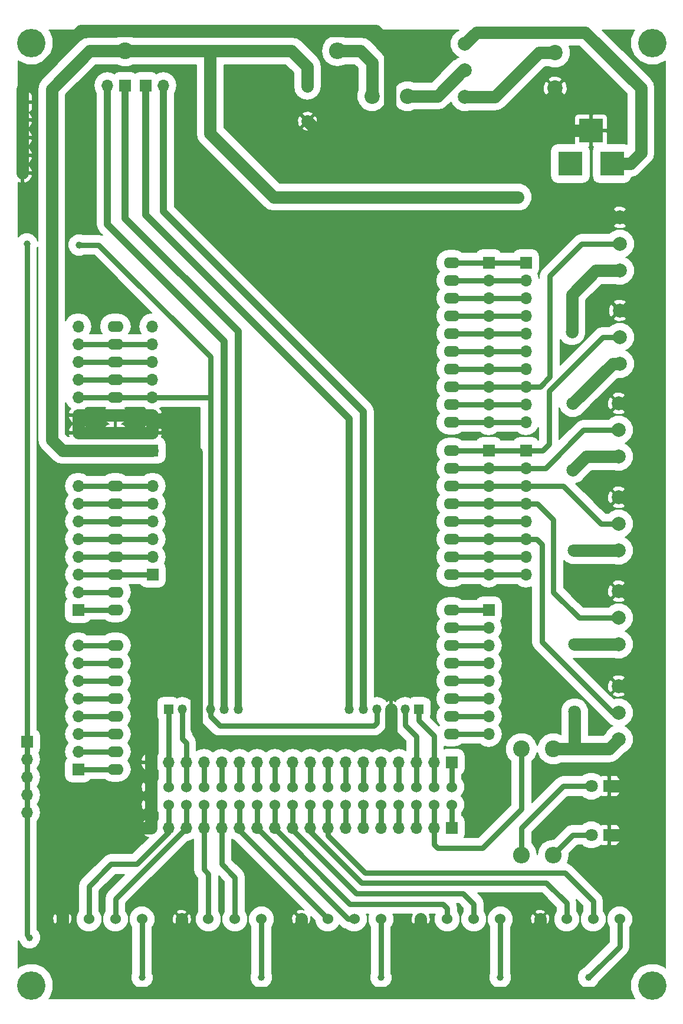
<source format=gbr>
G04 #@! TF.FileFunction,Copper,L2,Bot,Signal*
%FSLAX46Y46*%
G04 Gerber Fmt 4.6, Leading zero omitted, Abs format (unit mm)*
G04 Created by KiCad (PCBNEW 4.0.7) date 03/11/18 20:29:53*
%MOMM*%
%LPD*%
G01*
G04 APERTURE LIST*
%ADD10C,0.100000*%
%ADD11O,2.286000X1.574800*%
%ADD12C,1.524000*%
%ADD13R,1.700000X1.700000*%
%ADD14O,1.700000X1.700000*%
%ADD15C,2.400000*%
%ADD16O,2.400000X2.400000*%
%ADD17R,3.500000X3.500000*%
%ADD18C,1.600000*%
%ADD19R,1.350000X1.350000*%
%ADD20O,1.350000X1.350000*%
%ADD21C,2.000000*%
%ADD22C,4.064000*%
%ADD23C,2.200000*%
%ADD24R,1.800000X1.800000*%
%ADD25C,1.800000*%
%ADD26C,1.000000*%
%ADD27C,1.800000*%
%ADD28C,0.800000*%
%ADD29C,1.000000*%
%ADD30C,0.200000*%
G04 APERTURE END LIST*
D10*
D11*
X57264300Y-72644000D03*
X57264300Y-75184000D03*
X57264300Y-77724000D03*
X57264300Y-80264000D03*
X57264300Y-82804000D03*
X57264300Y-85344000D03*
X57264300Y-87884000D03*
X57264300Y-90424000D03*
X57264300Y-95504000D03*
D12*
X62344300Y-138684000D03*
X62344300Y-141224000D03*
X67424300Y-138684000D03*
X67424300Y-141224000D03*
X64884300Y-138684000D03*
X64884300Y-141224000D03*
X102984300Y-138684000D03*
X102984300Y-141224000D03*
X100444300Y-138684000D03*
X100444300Y-141224000D03*
X97904300Y-138684000D03*
X97904300Y-141224000D03*
X95364300Y-138684000D03*
X95364300Y-141224000D03*
X92824300Y-138684000D03*
X92824300Y-141224000D03*
X90284300Y-138684000D03*
X90284300Y-141224000D03*
X87744300Y-138684000D03*
X87744300Y-141224000D03*
X85204300Y-138684000D03*
X85204300Y-141224000D03*
X82664300Y-138684000D03*
X82664300Y-141224000D03*
X80124300Y-138684000D03*
X80124300Y-141224000D03*
X77584300Y-138684000D03*
X77584300Y-141224000D03*
X75044300Y-138684000D03*
X75044300Y-141224000D03*
X72504300Y-138684000D03*
X72504300Y-141224000D03*
X69964300Y-138684000D03*
X69964300Y-141224000D03*
X105524300Y-138684000D03*
X105524300Y-141224000D03*
D11*
X105524300Y-131064000D03*
X105524300Y-128524000D03*
X105524300Y-108204000D03*
X105524300Y-71120000D03*
X105524300Y-68580000D03*
X105524300Y-66040000D03*
X105524300Y-63500000D03*
X57277000Y-98044000D03*
X57277000Y-100584000D03*
X57277000Y-103124000D03*
X57277000Y-105664000D03*
X57277000Y-108204000D03*
X57277000Y-110744000D03*
X57277000Y-113284000D03*
X57277000Y-118364000D03*
X57277000Y-120904000D03*
X57277000Y-123444000D03*
X57277000Y-125984000D03*
X57277000Y-128524000D03*
X57277000Y-131064000D03*
X57277000Y-133604000D03*
X57277000Y-136144000D03*
X105537000Y-105664000D03*
X105537000Y-103124000D03*
X105537000Y-100584000D03*
X105537000Y-98044000D03*
X105537000Y-95504000D03*
X105537000Y-92964000D03*
X105537000Y-90424000D03*
X105537000Y-86360000D03*
X105537000Y-83820000D03*
X105537000Y-81280000D03*
X105537000Y-78740000D03*
X105537000Y-76200000D03*
X105537000Y-73660000D03*
X105537000Y-113284000D03*
X105537000Y-115824000D03*
X105537000Y-118364000D03*
X105537000Y-120904000D03*
X105537000Y-123444000D03*
X105537000Y-125984000D03*
D13*
X44577000Y-132207000D03*
D14*
X44577000Y-134747000D03*
X44577000Y-137287000D03*
X44577000Y-139827000D03*
X44577000Y-142367000D03*
D15*
X120142000Y-133223000D03*
D16*
X120142000Y-148463000D03*
D17*
X122555000Y-49276000D03*
X128555000Y-49276000D03*
X125555000Y-44576000D03*
D13*
X51943000Y-113284000D03*
D14*
X51943000Y-110744000D03*
X51943000Y-108204000D03*
X51943000Y-105664000D03*
X51943000Y-103124000D03*
X51943000Y-100584000D03*
X51943000Y-98044000D03*
X51943000Y-95504000D03*
D13*
X51943000Y-136144000D03*
D14*
X51943000Y-133604000D03*
X51943000Y-131064000D03*
X51943000Y-128524000D03*
X51943000Y-125984000D03*
X51943000Y-123444000D03*
X51943000Y-120904000D03*
X51943000Y-118364000D03*
D13*
X110871000Y-113284000D03*
D14*
X110871000Y-115824000D03*
X110871000Y-118364000D03*
X110871000Y-120904000D03*
X110871000Y-123444000D03*
X110871000Y-125984000D03*
X110871000Y-128524000D03*
X110871000Y-131064000D03*
D13*
X105537000Y-135128000D03*
D14*
X102997000Y-135128000D03*
X100457000Y-135128000D03*
X97917000Y-135128000D03*
X95377000Y-135128000D03*
X92837000Y-135128000D03*
X90297000Y-135128000D03*
X87757000Y-135128000D03*
X85217000Y-135128000D03*
X82677000Y-135128000D03*
X80137000Y-135128000D03*
X77597000Y-135128000D03*
X75057000Y-135128000D03*
X72517000Y-135128000D03*
X69977000Y-135128000D03*
X67437000Y-135128000D03*
X64897000Y-135128000D03*
X62357000Y-135128000D03*
D13*
X105537000Y-144526000D03*
D14*
X102997000Y-144526000D03*
X100457000Y-144526000D03*
X97917000Y-144526000D03*
X95377000Y-144526000D03*
X92837000Y-144526000D03*
X90297000Y-144526000D03*
X87757000Y-144526000D03*
X85217000Y-144526000D03*
X82677000Y-144526000D03*
X80137000Y-144526000D03*
X77597000Y-144526000D03*
X75057000Y-144526000D03*
X72517000Y-144526000D03*
X69977000Y-144526000D03*
X67437000Y-144526000D03*
X64897000Y-144526000D03*
X62357000Y-144526000D03*
D13*
X116205000Y-90424000D03*
D14*
X116205000Y-92964000D03*
X116205000Y-95504000D03*
X116205000Y-98044000D03*
X116205000Y-100584000D03*
X116205000Y-103124000D03*
X116205000Y-105664000D03*
X116205000Y-108204000D03*
D15*
X58674000Y-33147000D03*
D16*
X89154000Y-33147000D03*
D13*
X51943000Y-90424000D03*
D14*
X51943000Y-87884000D03*
X51943000Y-85344000D03*
X51943000Y-82804000D03*
X51943000Y-80264000D03*
X51943000Y-77724000D03*
X51943000Y-75184000D03*
X51943000Y-72644000D03*
D13*
X116205000Y-63500000D03*
D14*
X116205000Y-66040000D03*
X116205000Y-68580000D03*
X116205000Y-71120000D03*
X116205000Y-73660000D03*
X116205000Y-76200000D03*
X116205000Y-78740000D03*
X116205000Y-81280000D03*
X116205000Y-83820000D03*
X116205000Y-86360000D03*
D13*
X110871000Y-63500000D03*
D14*
X110871000Y-66040000D03*
X110871000Y-68580000D03*
X110871000Y-71120000D03*
X110871000Y-73660000D03*
X110871000Y-76200000D03*
X110871000Y-78740000D03*
X110871000Y-81280000D03*
X110871000Y-83820000D03*
X110871000Y-86360000D03*
D13*
X110871000Y-90424000D03*
D14*
X110871000Y-92964000D03*
X110871000Y-95504000D03*
X110871000Y-98044000D03*
X110871000Y-100584000D03*
X110871000Y-103124000D03*
X110871000Y-105664000D03*
X110871000Y-108204000D03*
D13*
X62585600Y-90424000D03*
D14*
X62585600Y-87884000D03*
X62585600Y-85344000D03*
X62585600Y-82804000D03*
X62585600Y-80264000D03*
X62585600Y-77724000D03*
X62585600Y-75184000D03*
X62585600Y-72644000D03*
D13*
X62611000Y-108204000D03*
D14*
X62611000Y-105664000D03*
X62611000Y-103124000D03*
X62611000Y-100584000D03*
X62611000Y-98044000D03*
X62611000Y-95504000D03*
D18*
X84836000Y-38227000D03*
X84836000Y-43227000D03*
D13*
X43942000Y-40513000D03*
D14*
X43942000Y-43053000D03*
X43942000Y-45593000D03*
X43942000Y-48133000D03*
X43942000Y-50673000D03*
D13*
X58674000Y-38100000D03*
D14*
X56134000Y-38100000D03*
D19*
X64897000Y-127508000D03*
D20*
X66897000Y-127508000D03*
X68897000Y-127508000D03*
X70897000Y-127508000D03*
X72897000Y-127508000D03*
X74897000Y-127508000D03*
D13*
X61595000Y-38100000D03*
D14*
X64135000Y-38100000D03*
D19*
X100838000Y-127508000D03*
D20*
X98838000Y-127508000D03*
X96838000Y-127508000D03*
X94838000Y-127508000D03*
X92838000Y-127508000D03*
X90838000Y-127508000D03*
D21*
X107442000Y-39751000D03*
X107442000Y-35941000D03*
X107442000Y-32131000D03*
X129540000Y-131826000D03*
X129540000Y-128016000D03*
X129540000Y-124206000D03*
X129540000Y-118237000D03*
X129540000Y-114427000D03*
X129540000Y-110617000D03*
X129540000Y-104775000D03*
X129540000Y-100965000D03*
X129540000Y-97155000D03*
X129540000Y-91313000D03*
X129540000Y-87503000D03*
X129540000Y-83693000D03*
X129667000Y-77978000D03*
X129667000Y-74168000D03*
X129667000Y-70358000D03*
X129667000Y-64643000D03*
X129667000Y-60833000D03*
X129667000Y-57023000D03*
D12*
X118237000Y-157607000D03*
X122047000Y-157607000D03*
X125857000Y-157607000D03*
X129667000Y-157607000D03*
X101092000Y-157607000D03*
X104902000Y-157607000D03*
X108712000Y-157607000D03*
X112522000Y-157607000D03*
X83947000Y-157607000D03*
X87757000Y-157607000D03*
X91567000Y-157607000D03*
X95377000Y-157607000D03*
X66802000Y-157607000D03*
X70612000Y-157607000D03*
X74422000Y-157607000D03*
X78232000Y-157607000D03*
X49657000Y-157607000D03*
X53467000Y-157607000D03*
X57277000Y-157607000D03*
X61087000Y-157607000D03*
D22*
X45212000Y-167132000D03*
X134366000Y-167132000D03*
X45212000Y-32004000D03*
X134366000Y-32004000D03*
D23*
X120396000Y-38481000D03*
X120396000Y-33401000D03*
X99187000Y-39624000D03*
X94107000Y-39624000D03*
D24*
X128143000Y-138557000D03*
D25*
X125603000Y-138557000D03*
D15*
X115570000Y-133223000D03*
D16*
X115570000Y-148463000D03*
D24*
X128143000Y-145542000D03*
D25*
X125603000Y-145542000D03*
X123190000Y-127889000D03*
X115062000Y-54102000D03*
X123190000Y-118237000D03*
X123063000Y-104775000D03*
X122936000Y-93218000D03*
X122809000Y-73406000D03*
X122936000Y-83693000D03*
D26*
X44577000Y-60833000D03*
X52070000Y-60960000D03*
X44958000Y-160274000D03*
X125222000Y-165989000D03*
X112522000Y-165989000D03*
X95377000Y-165989000D03*
X78232000Y-165989000D03*
X61087000Y-165989000D03*
D27*
X96647000Y-44576000D02*
X96647000Y-32258000D01*
X94615000Y-30226000D02*
X96647000Y-32258000D01*
X52324000Y-30226000D02*
X94615000Y-30226000D01*
X43942000Y-38608000D02*
X52324000Y-30226000D01*
X43942000Y-38608000D02*
X43942000Y-40513000D01*
X43942000Y-48133000D02*
X43942000Y-50673000D01*
X43942000Y-45593000D02*
X43942000Y-48133000D01*
X43942000Y-43053000D02*
X43942000Y-45593000D01*
X43942000Y-40513000D02*
X43942000Y-43053000D01*
X66802000Y-157607000D02*
X66802000Y-167830500D01*
X66802000Y-167830500D02*
X67119500Y-168148000D01*
X83947000Y-157607000D02*
X83947000Y-168148000D01*
X83947000Y-168148000D02*
X83947000Y-167894000D01*
X83947000Y-167894000D02*
X83947000Y-168148000D01*
X101092000Y-157607000D02*
X101092000Y-167640000D01*
X101092000Y-167640000D02*
X100584000Y-168148000D01*
X134112000Y-145542000D02*
X134112000Y-160909000D01*
X126873000Y-168148000D02*
X118237000Y-168148000D01*
X134112000Y-160909000D02*
X126873000Y-168148000D01*
X128143000Y-145542000D02*
X134112000Y-145542000D01*
X134112000Y-145542000D02*
X134239000Y-145542000D01*
X134239000Y-145542000D02*
X134239000Y-138557000D01*
X128143000Y-138557000D02*
X134239000Y-138557000D01*
X134239000Y-138557000D02*
X134239000Y-124206000D01*
X129540000Y-124206000D02*
X134239000Y-124206000D01*
X134239000Y-124206000D02*
X134239000Y-110617000D01*
X129540000Y-110617000D02*
X134239000Y-110617000D01*
X134239000Y-110617000D02*
X134239000Y-97155000D01*
X134239000Y-83693000D02*
X134239000Y-97155000D01*
X134239000Y-97155000D02*
X129540000Y-97155000D01*
X129540000Y-83693000D02*
X134239000Y-83693000D01*
X134239000Y-83693000D02*
X134239000Y-70358000D01*
X129667000Y-70358000D02*
X134239000Y-70358000D01*
X133096000Y-57023000D02*
X134239000Y-58166000D01*
X134239000Y-58166000D02*
X134239000Y-70358000D01*
X133096000Y-57023000D02*
X129667000Y-57023000D01*
X49657000Y-150241000D02*
X49657000Y-149733000D01*
X49657000Y-157607000D02*
X49657000Y-153670000D01*
X49657000Y-153670000D02*
X49657000Y-150241000D01*
X54864000Y-144526000D02*
X62357000Y-144526000D01*
X49657000Y-149733000D02*
X54864000Y-144526000D01*
X118110000Y-46482000D02*
X118110000Y-44576000D01*
X122428000Y-57023000D02*
X118110000Y-52705000D01*
X118110000Y-52705000D02*
X118110000Y-46482000D01*
X129667000Y-57023000D02*
X126873000Y-57023000D01*
X126873000Y-57023000D02*
X122428000Y-57023000D01*
X117983000Y-44958000D02*
X117983000Y-44576000D01*
X117983000Y-44703000D02*
X117983000Y-44958000D01*
X118110000Y-44576000D02*
X117983000Y-44703000D01*
X120396000Y-38481000D02*
X120396000Y-44576000D01*
X120269000Y-43815000D02*
X120269000Y-44576000D01*
X120269000Y-44449000D02*
X120269000Y-43815000D01*
X120396000Y-44576000D02*
X120269000Y-44449000D01*
X125555000Y-44576000D02*
X120269000Y-44576000D01*
X120269000Y-44576000D02*
X117983000Y-44576000D01*
X117983000Y-44576000D02*
X96647000Y-44576000D01*
X96647000Y-44576000D02*
X86185000Y-44576000D01*
X86185000Y-44576000D02*
X84836000Y-43227000D01*
X62357000Y-135128000D02*
X62357000Y-121412000D01*
X64389000Y-119380000D02*
X68897000Y-119380000D01*
X62357000Y-121412000D02*
X64389000Y-119380000D01*
X62585600Y-86360000D02*
X64516000Y-86360000D01*
X64516000Y-86360000D02*
X68897000Y-90741000D01*
X68897000Y-90741000D02*
X68897000Y-119380000D01*
X68897000Y-119380000D02*
X68897000Y-127508000D01*
X118237000Y-157607000D02*
X118237000Y-168148000D01*
X118237000Y-168148000D02*
X118237000Y-167386000D01*
X118237000Y-167386000D02*
X118237000Y-168148000D01*
X49657000Y-165227000D02*
X49657000Y-157607000D01*
X52578000Y-168148000D02*
X49657000Y-165227000D01*
X118237000Y-168148000D02*
X100584000Y-168148000D01*
X100584000Y-168148000D02*
X83947000Y-168148000D01*
X83947000Y-168148000D02*
X67119500Y-168148000D01*
X67119500Y-168148000D02*
X52578000Y-168148000D01*
X68897000Y-127508000D02*
X68897000Y-130365000D01*
X68897000Y-130365000D02*
X70612000Y-132080000D01*
X70612000Y-132080000D02*
X95377000Y-132080000D01*
X95377000Y-132080000D02*
X96838000Y-130619000D01*
X96838000Y-130619000D02*
X96838000Y-127508000D01*
X62585600Y-85344000D02*
X62585600Y-86360000D01*
X62585600Y-86360000D02*
X62585600Y-86487000D01*
X62585600Y-86614000D02*
X62585600Y-87884000D01*
X62585600Y-86487000D02*
X62585600Y-86614000D01*
X51943000Y-87884000D02*
X51943000Y-86741000D01*
X51943000Y-86741000D02*
X51943000Y-86614000D01*
X51943000Y-86614000D02*
X51943000Y-85344000D01*
X57264300Y-87884000D02*
X62585600Y-87884000D01*
X62585600Y-85344000D02*
X57264300Y-85344000D01*
X51943000Y-85344000D02*
X57264300Y-85344000D01*
X57264300Y-87884000D02*
X51943000Y-87884000D01*
X62357000Y-144526000D02*
X62357000Y-141236700D01*
X62357000Y-141236700D02*
X62344300Y-141224000D01*
X62344300Y-138684000D02*
X62344300Y-141224000D01*
X62357000Y-135128000D02*
X62357000Y-138671300D01*
X62357000Y-138671300D02*
X62344300Y-138684000D01*
D28*
X120142000Y-148463000D02*
X120142000Y-148336000D01*
X120142000Y-148336000D02*
X122936000Y-145542000D01*
X122936000Y-145542000D02*
X125603000Y-145542000D01*
D27*
X120396000Y-33401000D02*
X118110000Y-33401000D01*
X111760000Y-39751000D02*
X107442000Y-39751000D01*
X118110000Y-33401000D02*
X111760000Y-39751000D01*
D28*
X57277000Y-113284000D02*
X51943000Y-113284000D01*
X51943000Y-110744000D02*
X57277000Y-110744000D01*
X62611000Y-108204000D02*
X57277000Y-108204000D01*
X57277000Y-108204000D02*
X51943000Y-108204000D01*
X57277000Y-105664000D02*
X62611000Y-105664000D01*
X51943000Y-105664000D02*
X57277000Y-105664000D01*
X62611000Y-103124000D02*
X57277000Y-103124000D01*
X57277000Y-103124000D02*
X51943000Y-103124000D01*
X57277000Y-100584000D02*
X62611000Y-100584000D01*
X57277000Y-100584000D02*
X51943000Y-100584000D01*
X62611000Y-98044000D02*
X57277000Y-98044000D01*
X57277000Y-98044000D02*
X51943000Y-98044000D01*
X57264300Y-95504000D02*
X62611000Y-95504000D01*
X51943000Y-95504000D02*
X57264300Y-95504000D01*
X57277000Y-136144000D02*
X51943000Y-136144000D01*
X51943000Y-133604000D02*
X57277000Y-133604000D01*
X57277000Y-131064000D02*
X51943000Y-131064000D01*
X51943000Y-128524000D02*
X57277000Y-128524000D01*
X57277000Y-125984000D02*
X51943000Y-125984000D01*
X51943000Y-123444000D02*
X57277000Y-123444000D01*
X57277000Y-120904000D02*
X51943000Y-120904000D01*
X51943000Y-118364000D02*
X57277000Y-118364000D01*
X105537000Y-113284000D02*
X110871000Y-113284000D01*
X110871000Y-115824000D02*
X105537000Y-115824000D01*
X105537000Y-118364000D02*
X110871000Y-118364000D01*
X110871000Y-120904000D02*
X105537000Y-120904000D01*
X105537000Y-123444000D02*
X110871000Y-123444000D01*
X110871000Y-125984000D02*
X105537000Y-125984000D01*
X105524300Y-128524000D02*
X110871000Y-128524000D01*
X110871000Y-131064000D02*
X105524300Y-131064000D01*
X105524300Y-138684000D02*
X105524300Y-135140700D01*
X105524300Y-135140700D02*
X105537000Y-135128000D01*
X100838000Y-127508000D02*
X100838000Y-129159000D01*
X102997000Y-131318000D02*
X102997000Y-135128000D01*
X100838000Y-129159000D02*
X102997000Y-131318000D01*
X102984300Y-138684000D02*
X102984300Y-135140700D01*
X102984300Y-135140700D02*
X102997000Y-135128000D01*
X98838000Y-127508000D02*
X98838000Y-129826000D01*
X100457000Y-131445000D02*
X100457000Y-135128000D01*
X98838000Y-129826000D02*
X100457000Y-131445000D01*
X100457000Y-135128000D02*
X100457000Y-138671300D01*
X100457000Y-138671300D02*
X100444300Y-138684000D01*
X97904300Y-138684000D02*
X97904300Y-135140700D01*
X97904300Y-135140700D02*
X97917000Y-135128000D01*
X95377000Y-135128000D02*
X95377000Y-138671300D01*
X95377000Y-138671300D02*
X95364300Y-138684000D01*
X92824300Y-138684000D02*
X92824300Y-135140700D01*
X92824300Y-135140700D02*
X92837000Y-135128000D01*
X90297000Y-135128000D02*
X90297000Y-138671300D01*
X90297000Y-138671300D02*
X90284300Y-138684000D01*
X87744300Y-138684000D02*
X87744300Y-135140700D01*
X87744300Y-135140700D02*
X87757000Y-135128000D01*
X85217000Y-135128000D02*
X85217000Y-138671300D01*
X85217000Y-138671300D02*
X85204300Y-138684000D01*
X105524300Y-141224000D02*
X105524300Y-144513300D01*
X105524300Y-144513300D02*
X105537000Y-144526000D01*
X105029000Y-153924000D02*
X107188000Y-153924000D01*
X91821000Y-153924000D02*
X105029000Y-153924000D01*
X82677000Y-144780000D02*
X91821000Y-153924000D01*
X108712000Y-155448000D02*
X108712000Y-157607000D01*
X107188000Y-153924000D02*
X108712000Y-155448000D01*
X82677000Y-144526000D02*
X82677000Y-144780000D01*
X82677000Y-144526000D02*
X82677000Y-141236700D01*
X82677000Y-141236700D02*
X82664300Y-141224000D01*
X102743000Y-155448000D02*
X104267000Y-155448000D01*
X90932000Y-155448000D02*
X102743000Y-155448000D01*
X80137000Y-144653000D02*
X90932000Y-155448000D01*
X104902000Y-156083000D02*
X104902000Y-157607000D01*
X104267000Y-155448000D02*
X104902000Y-156083000D01*
X80137000Y-144526000D02*
X80137000Y-144653000D01*
X80124300Y-141224000D02*
X80124300Y-144513300D01*
X80124300Y-144513300D02*
X80137000Y-144526000D01*
X91567000Y-157607000D02*
X90678000Y-157607000D01*
X90678000Y-157607000D02*
X77597000Y-144526000D01*
X77597000Y-144526000D02*
X77597000Y-141236700D01*
X77597000Y-141236700D02*
X77584300Y-141224000D01*
X75057000Y-144526000D02*
X75057000Y-144907000D01*
X75057000Y-144907000D02*
X87757000Y-157607000D01*
X75057000Y-144526000D02*
X75057000Y-141236700D01*
X75057000Y-141236700D02*
X75044300Y-141224000D01*
X72517000Y-144526000D02*
X72517000Y-149733000D01*
X74422000Y-151638000D02*
X74422000Y-157607000D01*
X72517000Y-149733000D02*
X74422000Y-151638000D01*
X72504300Y-141224000D02*
X72504300Y-144513300D01*
X72504300Y-144513300D02*
X72517000Y-144526000D01*
X69977000Y-144526000D02*
X69977000Y-150495000D01*
X70612000Y-151130000D02*
X70612000Y-157607000D01*
X69977000Y-150495000D02*
X70612000Y-151130000D01*
X69964300Y-141224000D02*
X69964300Y-144513300D01*
X69964300Y-144513300D02*
X69977000Y-144526000D01*
X57277000Y-157607000D02*
X57277000Y-154686000D01*
X57277000Y-154686000D02*
X67437000Y-144526000D01*
X67437000Y-144526000D02*
X67437000Y-141236700D01*
X67437000Y-141236700D02*
X67424300Y-141224000D01*
X64897000Y-144526000D02*
X64897000Y-145161000D01*
X64897000Y-145161000D02*
X60325000Y-149733000D01*
X53467000Y-152908000D02*
X53467000Y-157607000D01*
X56642000Y-149733000D02*
X53467000Y-152908000D01*
X60325000Y-149733000D02*
X56642000Y-149733000D01*
X64884300Y-141224000D02*
X64884300Y-144513300D01*
X64884300Y-144513300D02*
X64897000Y-144526000D01*
X110871000Y-63500000D02*
X116205000Y-63500000D01*
X105524300Y-63500000D02*
X110871000Y-63500000D01*
X110871000Y-66040000D02*
X105524300Y-66040000D01*
X116205000Y-66040000D02*
X110871000Y-66040000D01*
X110871000Y-68580000D02*
X116205000Y-68580000D01*
X105524300Y-68580000D02*
X110871000Y-68580000D01*
X110871000Y-71120000D02*
X116205000Y-71120000D01*
X105524300Y-71120000D02*
X110871000Y-71120000D01*
X110871000Y-73660000D02*
X105537000Y-73660000D01*
X116205000Y-73660000D02*
X110871000Y-73660000D01*
X110871000Y-76200000D02*
X116205000Y-76200000D01*
X105537000Y-76200000D02*
X110871000Y-76200000D01*
X110871000Y-78740000D02*
X105537000Y-78740000D01*
X116205000Y-78740000D02*
X110871000Y-78740000D01*
X116205000Y-100584000D02*
X110871000Y-100584000D01*
X110871000Y-100584000D02*
X105537000Y-100584000D01*
X116205000Y-105664000D02*
X110871000Y-105664000D01*
X110871000Y-105664000D02*
X105537000Y-105664000D01*
X105524300Y-108204000D02*
X110871000Y-108204000D01*
X110871000Y-108204000D02*
X116205000Y-108204000D01*
D27*
X125984000Y-133223000D02*
X128143000Y-133223000D01*
X122936000Y-133223000D02*
X125984000Y-133223000D01*
X128143000Y-133223000D02*
X129540000Y-131826000D01*
X123190000Y-132080000D02*
X123190000Y-132969000D01*
X123190000Y-132080000D02*
X123190000Y-127889000D01*
X123190000Y-132969000D02*
X122936000Y-133223000D01*
X120142000Y-133223000D02*
X122936000Y-133223000D01*
X129540000Y-118237000D02*
X128143000Y-118237000D01*
X70866000Y-33147000D02*
X70866000Y-44958000D01*
X91440000Y-54102000D02*
X115062000Y-54102000D01*
X80010000Y-54102000D02*
X91440000Y-54102000D01*
X70866000Y-44958000D02*
X80010000Y-54102000D01*
X84836000Y-38227000D02*
X84836000Y-35433000D01*
X82550000Y-33147000D02*
X70866000Y-33147000D01*
X70866000Y-33147000D02*
X70485000Y-33147000D01*
X84836000Y-35433000D02*
X82550000Y-33147000D01*
X123190000Y-118237000D02*
X128143000Y-118237000D01*
X123063000Y-104775000D02*
X129540000Y-104775000D01*
X124841000Y-91313000D02*
X129540000Y-91313000D01*
X122936000Y-93218000D02*
X124841000Y-91313000D01*
X122809000Y-73406000D02*
X122809000Y-68072000D01*
X122809000Y-68072000D02*
X126238000Y-64643000D01*
X126238000Y-64643000D02*
X129667000Y-64643000D01*
X128651000Y-77978000D02*
X129667000Y-77978000D01*
X122936000Y-83693000D02*
X128651000Y-77978000D01*
X58674000Y-33147000D02*
X70485000Y-33147000D01*
X128270000Y-64643000D02*
X129667000Y-64643000D01*
X48133000Y-88900000D02*
X48133000Y-38608000D01*
X49657000Y-90424000D02*
X48133000Y-88900000D01*
X51943000Y-90424000D02*
X49657000Y-90424000D01*
X53594000Y-33147000D02*
X58674000Y-33147000D01*
X48133000Y-38608000D02*
X53594000Y-33147000D01*
X57264300Y-90424000D02*
X62585600Y-90424000D01*
X51943000Y-90424000D02*
X57264300Y-90424000D01*
X89154000Y-33147000D02*
X92456000Y-33147000D01*
X94107000Y-34798000D02*
X94107000Y-39624000D01*
X92456000Y-33147000D02*
X94107000Y-34798000D01*
D28*
X128397000Y-60833000D02*
X124206000Y-60833000D01*
X119634000Y-69596000D02*
X119634000Y-79883000D01*
X119634000Y-79883000D02*
X118237000Y-81280000D01*
X116205000Y-81280000D02*
X118237000Y-81280000D01*
X128397000Y-60833000D02*
X129667000Y-60833000D01*
X119634000Y-65405000D02*
X119634000Y-69596000D01*
X124206000Y-60833000D02*
X119634000Y-65405000D01*
X105537000Y-81280000D02*
X110871000Y-81280000D01*
X110871000Y-81280000D02*
X116205000Y-81280000D01*
X129667000Y-74168000D02*
X127254000Y-74168000D01*
X118618000Y-90424000D02*
X116205000Y-90424000D01*
X119507000Y-89535000D02*
X118618000Y-90424000D01*
X119507000Y-81915000D02*
X119507000Y-89535000D01*
X127254000Y-74168000D02*
X119507000Y-81915000D01*
X116205000Y-90424000D02*
X110871000Y-90424000D01*
X110871000Y-90424000D02*
X105537000Y-90424000D01*
X129540000Y-87503000D02*
X124460000Y-87503000D01*
X118999000Y-92964000D02*
X116205000Y-92964000D01*
X124460000Y-87503000D02*
X118999000Y-92964000D01*
X110871000Y-92964000D02*
X116205000Y-92964000D01*
X105537000Y-92964000D02*
X110871000Y-92964000D01*
X129540000Y-100965000D02*
X127000000Y-100965000D01*
X121539000Y-95504000D02*
X116205000Y-95504000D01*
X127000000Y-100965000D02*
X121539000Y-95504000D01*
X116205000Y-95504000D02*
X110871000Y-95504000D01*
X110871000Y-95504000D02*
X105537000Y-95504000D01*
X128270000Y-114427000D02*
X123825000Y-114427000D01*
X129540000Y-114427000D02*
X128270000Y-114427000D01*
X117856000Y-98044000D02*
X116205000Y-98044000D01*
X120142000Y-100330000D02*
X117856000Y-98044000D01*
X120142000Y-110744000D02*
X120142000Y-100330000D01*
X123825000Y-114427000D02*
X120142000Y-110744000D01*
X105537000Y-98044000D02*
X110871000Y-98044000D01*
X110871000Y-98044000D02*
X116205000Y-98044000D01*
X129540000Y-128016000D02*
X128651000Y-128016000D01*
X116205000Y-103124000D02*
X117729000Y-103124000D01*
X119761000Y-119126000D02*
X128651000Y-128016000D01*
X118491000Y-117856000D02*
X119761000Y-119126000D01*
X118491000Y-103886000D02*
X118491000Y-117856000D01*
X117729000Y-103124000D02*
X118491000Y-103886000D01*
X105537000Y-103124000D02*
X110871000Y-103124000D01*
X110871000Y-103124000D02*
X116205000Y-103124000D01*
X64897000Y-127508000D02*
X64897000Y-135128000D01*
X64897000Y-135128000D02*
X64897000Y-138671300D01*
X64897000Y-138671300D02*
X64884300Y-138684000D01*
X66897000Y-127508000D02*
X66897000Y-131794000D01*
X67437000Y-132334000D02*
X67437000Y-135128000D01*
X66897000Y-131794000D02*
X67437000Y-132334000D01*
X67424300Y-138684000D02*
X67424300Y-135140700D01*
X67424300Y-135140700D02*
X67437000Y-135128000D01*
X62585600Y-82804000D02*
X70897000Y-82804000D01*
X70897000Y-82804000D02*
X70739000Y-82804000D01*
X70739000Y-82804000D02*
X70897000Y-82804000D01*
X52070000Y-60960000D02*
X54864000Y-60960000D01*
X54864000Y-60960000D02*
X70897000Y-76993000D01*
X70897000Y-76993000D02*
X70897000Y-82804000D01*
X70897000Y-82804000D02*
X70897000Y-88042000D01*
X70897000Y-88042000D02*
X70897000Y-127508000D01*
X57264300Y-82804000D02*
X62585600Y-82804000D01*
X70897000Y-127508000D02*
X70897000Y-128555000D01*
X94838000Y-129444000D02*
X94838000Y-127508000D01*
X72263000Y-129921000D02*
X70897000Y-128555000D01*
X94361000Y-129921000D02*
X72263000Y-129921000D01*
X94838000Y-129444000D02*
X94361000Y-129921000D01*
X44577000Y-132207000D02*
X44577000Y-60833000D01*
X52070000Y-60960000D02*
X52070000Y-61087000D01*
X44577000Y-142367000D02*
X44577000Y-159893000D01*
X44577000Y-159893000D02*
X44958000Y-160274000D01*
X44577000Y-139827000D02*
X44577000Y-142367000D01*
X44577000Y-137287000D02*
X44577000Y-139827000D01*
X44577000Y-134747000D02*
X44577000Y-137287000D01*
X44577000Y-132207000D02*
X44577000Y-134747000D01*
X44704000Y-160020000D02*
X44958000Y-160274000D01*
X129667000Y-157607000D02*
X129667000Y-161544000D01*
X129667000Y-161544000D02*
X125222000Y-165989000D01*
X112522000Y-165989000D02*
X112522000Y-157607000D01*
X95377000Y-165989000D02*
X95377000Y-157607000D01*
X78232000Y-165989000D02*
X78232000Y-157607000D01*
X61087000Y-165989000D02*
X61087000Y-157607000D01*
X51943000Y-82804000D02*
X57264300Y-82804000D01*
X69977000Y-135128000D02*
X69977000Y-138671300D01*
X69977000Y-138671300D02*
X69964300Y-138684000D01*
X72517000Y-138671300D02*
X72504300Y-138684000D01*
X72517000Y-135128000D02*
X72517000Y-138671300D01*
X75044300Y-138684000D02*
X75044300Y-135140700D01*
X75044300Y-135140700D02*
X75057000Y-135128000D01*
X77597000Y-135128000D02*
X77597000Y-138671300D01*
X77597000Y-138671300D02*
X77584300Y-138684000D01*
X80124300Y-138684000D02*
X80124300Y-135140700D01*
X80124300Y-135140700D02*
X80137000Y-135128000D01*
X82677000Y-135128000D02*
X82677000Y-138671300D01*
X82677000Y-138671300D02*
X82664300Y-138684000D01*
X51943000Y-80264000D02*
X57264300Y-80264000D01*
X62585600Y-80264000D02*
X57264300Y-80264000D01*
X57264300Y-77724000D02*
X62585600Y-77724000D01*
X51943000Y-77724000D02*
X57264300Y-77724000D01*
X51943000Y-75184000D02*
X57264300Y-75184000D01*
X62585600Y-75184000D02*
X57264300Y-75184000D01*
X102997000Y-144526000D02*
X102997000Y-146939000D01*
X115570000Y-141859000D02*
X115570000Y-133223000D01*
X109982000Y-147447000D02*
X115570000Y-141859000D01*
X103505000Y-147447000D02*
X109982000Y-147447000D01*
X102997000Y-146939000D02*
X103505000Y-147447000D01*
X102997000Y-144526000D02*
X102997000Y-141236700D01*
X102997000Y-141236700D02*
X102984300Y-141224000D01*
X100444300Y-141224000D02*
X100444300Y-144513300D01*
X100444300Y-144513300D02*
X100457000Y-144526000D01*
X97917000Y-144526000D02*
X97917000Y-141236700D01*
X97917000Y-141236700D02*
X97904300Y-141224000D01*
X95364300Y-141224000D02*
X95364300Y-144513300D01*
X95364300Y-144513300D02*
X95377000Y-144526000D01*
X92837000Y-144526000D02*
X92837000Y-141236700D01*
X92837000Y-141236700D02*
X92824300Y-141224000D01*
X90284300Y-141224000D02*
X90284300Y-144513300D01*
X90284300Y-144513300D02*
X90297000Y-144526000D01*
X125857000Y-157607000D02*
X125857000Y-155067000D01*
X87757000Y-145669000D02*
X87757000Y-144526000D01*
X93091000Y-151003000D02*
X87757000Y-145669000D01*
X121793000Y-151003000D02*
X93091000Y-151003000D01*
X125857000Y-155067000D02*
X121793000Y-151003000D01*
X87757000Y-144526000D02*
X87757000Y-141236700D01*
X87757000Y-141236700D02*
X87744300Y-141224000D01*
X85217000Y-144526000D02*
X85217000Y-145034000D01*
X85217000Y-145034000D02*
X92583000Y-152400000D01*
X122047000Y-155321000D02*
X122047000Y-157607000D01*
X119126000Y-152400000D02*
X122047000Y-155321000D01*
X92583000Y-152400000D02*
X119126000Y-152400000D01*
X85204300Y-141224000D02*
X85204300Y-144513300D01*
X85204300Y-144513300D02*
X85217000Y-144526000D01*
X116205000Y-83820000D02*
X110871000Y-83820000D01*
X110871000Y-83820000D02*
X105537000Y-83820000D01*
X116205000Y-86360000D02*
X110871000Y-86360000D01*
X105537000Y-86360000D02*
X110871000Y-86360000D01*
D29*
X74897000Y-127508000D02*
X74897000Y-73373000D01*
X58674000Y-57150000D02*
X58674000Y-38100000D01*
X74897000Y-73373000D02*
X58674000Y-57150000D01*
X56134000Y-38100000D02*
X56134000Y-58039000D01*
X72897000Y-74802000D02*
X72897000Y-127508000D01*
X56134000Y-58039000D02*
X72897000Y-74802000D01*
X61595000Y-38100000D02*
X61595000Y-56642000D01*
X90838000Y-85885000D02*
X90838000Y-127508000D01*
X61595000Y-56642000D02*
X90838000Y-85885000D01*
X92838000Y-127508000D02*
X92838000Y-84837000D01*
X64135000Y-56134000D02*
X64135000Y-38100000D01*
X92838000Y-84837000D02*
X64135000Y-56134000D01*
D27*
X128555000Y-49276000D02*
X131191000Y-49276000D01*
X109093000Y-30480000D02*
X107442000Y-32131000D01*
X124714000Y-30480000D02*
X109093000Y-30480000D01*
X132715000Y-38481000D02*
X124714000Y-30480000D01*
X132715000Y-47752000D02*
X132715000Y-38481000D01*
X131191000Y-49276000D02*
X132715000Y-47752000D01*
X107442000Y-35941000D02*
X107188000Y-35941000D01*
X107188000Y-35941000D02*
X103505000Y-39624000D01*
X103505000Y-39624000D02*
X99187000Y-39624000D01*
D28*
X107442000Y-35941000D02*
X106934000Y-35941000D01*
X115570000Y-148463000D02*
X115570000Y-144526000D01*
X121539000Y-138557000D02*
X125603000Y-138557000D01*
X115570000Y-144526000D02*
X121539000Y-138557000D01*
D30*
G36*
X106494118Y-30250454D02*
X106254000Y-30349669D01*
X105662745Y-30939893D01*
X105342366Y-31711452D01*
X105341637Y-32546883D01*
X105660669Y-33319000D01*
X106250893Y-33910255D01*
X106553512Y-34035913D01*
X106254000Y-34159669D01*
X106113886Y-34299539D01*
X105773786Y-34526786D01*
X105773784Y-34526789D01*
X102676572Y-37624000D01*
X100107260Y-37624000D01*
X99626527Y-37424382D01*
X98751313Y-37423619D01*
X97942428Y-37757843D01*
X97323018Y-38376173D01*
X96987382Y-39184473D01*
X96986619Y-40059687D01*
X97320843Y-40868572D01*
X97939173Y-41487982D01*
X98747473Y-41823618D01*
X99622687Y-41824381D01*
X100107647Y-41624000D01*
X103504995Y-41624000D01*
X103505000Y-41624001D01*
X104270367Y-41471759D01*
X104919214Y-41038214D01*
X105472889Y-40484538D01*
X105660669Y-40939000D01*
X106250893Y-41530255D01*
X107022452Y-41850634D01*
X107857883Y-41851363D01*
X108100780Y-41751000D01*
X111759995Y-41751000D01*
X111760000Y-41751001D01*
X112525367Y-41598759D01*
X113174214Y-41165214D01*
X114630901Y-39708526D01*
X119386263Y-39708526D01*
X119500993Y-39974871D01*
X120140802Y-40203661D01*
X120819462Y-40170191D01*
X121291007Y-39974871D01*
X121405737Y-39708526D01*
X120396000Y-38698789D01*
X119386263Y-39708526D01*
X114630901Y-39708526D01*
X116113625Y-38225802D01*
X118673339Y-38225802D01*
X118706809Y-38904462D01*
X118902129Y-39376007D01*
X119168474Y-39490737D01*
X120178211Y-38481000D01*
X120613789Y-38481000D01*
X121623526Y-39490737D01*
X121889871Y-39376007D01*
X122118661Y-38736198D01*
X122085191Y-38057538D01*
X121889871Y-37585993D01*
X121623526Y-37471263D01*
X120613789Y-38481000D01*
X120178211Y-38481000D01*
X119168474Y-37471263D01*
X118902129Y-37585993D01*
X118673339Y-38225802D01*
X116113625Y-38225802D01*
X117085953Y-37253474D01*
X119386263Y-37253474D01*
X120396000Y-38263211D01*
X121405737Y-37253474D01*
X121291007Y-36987129D01*
X120651198Y-36758339D01*
X119972538Y-36791809D01*
X119500993Y-36987129D01*
X119386263Y-37253474D01*
X117085953Y-37253474D01*
X118938427Y-35401000D01*
X119475740Y-35401000D01*
X119956473Y-35600618D01*
X120831687Y-35601381D01*
X121640572Y-35267157D01*
X122259982Y-34648827D01*
X122595618Y-33840527D01*
X122596381Y-32965313D01*
X122395854Y-32480000D01*
X123885572Y-32480000D01*
X130715000Y-39309427D01*
X130715000Y-46487477D01*
X130305000Y-46404450D01*
X127913000Y-46404450D01*
X127913000Y-44882000D01*
X127761000Y-44730000D01*
X125709000Y-44730000D01*
X125709000Y-46782000D01*
X125861000Y-46934000D01*
X125878166Y-46934000D01*
X125771812Y-47089654D01*
X125683450Y-47526000D01*
X125683450Y-51026000D01*
X125760152Y-51433636D01*
X126001064Y-51808024D01*
X126368654Y-52059188D01*
X126805000Y-52147550D01*
X130305000Y-52147550D01*
X130712636Y-52070848D01*
X131087024Y-51829936D01*
X131338188Y-51462346D01*
X131383685Y-51237673D01*
X131956367Y-51123759D01*
X132605214Y-50690214D01*
X134129211Y-49166216D01*
X134129214Y-49166214D01*
X134562759Y-48517367D01*
X134715000Y-47752000D01*
X134715000Y-38481005D01*
X134715001Y-38481000D01*
X134562759Y-37715633D01*
X134373910Y-37433000D01*
X134129214Y-37066786D01*
X134129211Y-37066784D01*
X127193428Y-30131000D01*
X131809084Y-30131000D01*
X131712367Y-30227548D01*
X131234544Y-31378273D01*
X131233457Y-32624260D01*
X131709271Y-33775818D01*
X132589548Y-34657633D01*
X133740273Y-35135456D01*
X134986260Y-35136543D01*
X136137818Y-34660729D01*
X136239000Y-34559723D01*
X136239000Y-164575084D01*
X136142452Y-164478367D01*
X134991727Y-164000544D01*
X133745740Y-163999457D01*
X132594182Y-164475271D01*
X131712367Y-165355548D01*
X131234544Y-166506273D01*
X131233457Y-167752260D01*
X131709271Y-168903818D01*
X131810277Y-169005000D01*
X47768916Y-169005000D01*
X47865633Y-168908452D01*
X48343456Y-167757727D01*
X48344543Y-166511740D01*
X47868729Y-165360182D01*
X46988452Y-164478367D01*
X45837727Y-164000544D01*
X44591740Y-163999457D01*
X43440182Y-164475271D01*
X43339000Y-164576277D01*
X43339000Y-160688252D01*
X43493509Y-160919491D01*
X43600795Y-161179143D01*
X44050489Y-161629623D01*
X44638344Y-161873722D01*
X45274863Y-161874277D01*
X45863143Y-161631205D01*
X46313623Y-161181511D01*
X46557722Y-160593656D01*
X46558277Y-159957137D01*
X46315205Y-159368857D01*
X46077000Y-159130236D01*
X46077000Y-158589368D01*
X48892421Y-158589368D01*
X48965551Y-158820698D01*
X49482647Y-158992917D01*
X50026287Y-158954142D01*
X50348449Y-158820698D01*
X50421579Y-158589368D01*
X49657000Y-157824789D01*
X48892421Y-158589368D01*
X46077000Y-158589368D01*
X46077000Y-157432647D01*
X48271083Y-157432647D01*
X48309858Y-157976287D01*
X48443302Y-158298449D01*
X48674632Y-158371579D01*
X49439211Y-157607000D01*
X49874789Y-157607000D01*
X50639368Y-158371579D01*
X50870698Y-158298449D01*
X50978173Y-157975750D01*
X51604677Y-157975750D01*
X51887553Y-158660360D01*
X52410884Y-159184607D01*
X53095000Y-159468676D01*
X53835750Y-159469323D01*
X54520360Y-159186447D01*
X55044607Y-158663116D01*
X55328676Y-157979000D01*
X55329323Y-157238250D01*
X55046447Y-156553640D01*
X54967000Y-156474054D01*
X54967000Y-153529320D01*
X57263320Y-151233000D01*
X58608680Y-151233000D01*
X56216340Y-153625340D01*
X55891181Y-154111975D01*
X55777000Y-154686000D01*
X55777000Y-156473413D01*
X55699393Y-156550884D01*
X55415324Y-157235000D01*
X55414677Y-157975750D01*
X55697553Y-158660360D01*
X56220884Y-159184607D01*
X56905000Y-159468676D01*
X57645750Y-159469323D01*
X58330360Y-159186447D01*
X58854607Y-158663116D01*
X59138676Y-157979000D01*
X59138678Y-157975750D01*
X59224677Y-157975750D01*
X59507553Y-158660360D01*
X59587000Y-158739946D01*
X59587000Y-165429187D01*
X59487278Y-165669344D01*
X59486723Y-166305863D01*
X59729795Y-166894143D01*
X60179489Y-167344623D01*
X60767344Y-167588722D01*
X61403863Y-167589277D01*
X61992143Y-167346205D01*
X62442623Y-166896511D01*
X62686722Y-166308656D01*
X62687277Y-165672137D01*
X62587000Y-165429448D01*
X62587000Y-158740587D01*
X62664607Y-158663116D01*
X62695229Y-158589368D01*
X66037421Y-158589368D01*
X66110551Y-158820698D01*
X66627647Y-158992917D01*
X67171287Y-158954142D01*
X67493449Y-158820698D01*
X67566579Y-158589368D01*
X66802000Y-157824789D01*
X66037421Y-158589368D01*
X62695229Y-158589368D01*
X62948676Y-157979000D01*
X62949153Y-157432647D01*
X65416083Y-157432647D01*
X65454858Y-157976287D01*
X65588302Y-158298449D01*
X65819632Y-158371579D01*
X66584211Y-157607000D01*
X67019789Y-157607000D01*
X67784368Y-158371579D01*
X68015698Y-158298449D01*
X68187917Y-157781353D01*
X68149142Y-157237713D01*
X68015698Y-156915551D01*
X67784368Y-156842421D01*
X67019789Y-157607000D01*
X66584211Y-157607000D01*
X65819632Y-156842421D01*
X65588302Y-156915551D01*
X65416083Y-157432647D01*
X62949153Y-157432647D01*
X62949323Y-157238250D01*
X62695781Y-156624632D01*
X66037421Y-156624632D01*
X66802000Y-157389211D01*
X67566579Y-156624632D01*
X67493449Y-156393302D01*
X66976353Y-156221083D01*
X66432713Y-156259858D01*
X66110551Y-156393302D01*
X66037421Y-156624632D01*
X62695781Y-156624632D01*
X62666447Y-156553640D01*
X62143116Y-156029393D01*
X61459000Y-155745324D01*
X60718250Y-155744677D01*
X60033640Y-156027553D01*
X59509393Y-156550884D01*
X59225324Y-157235000D01*
X59224677Y-157975750D01*
X59138678Y-157975750D01*
X59139323Y-157238250D01*
X58856447Y-156553640D01*
X58777000Y-156474054D01*
X58777000Y-155307320D01*
X67603170Y-146481150D01*
X68183233Y-146365768D01*
X68477000Y-146169479D01*
X68477000Y-150495000D01*
X68591181Y-151069025D01*
X68916340Y-151555660D01*
X69112000Y-151751320D01*
X69112000Y-156473413D01*
X69034393Y-156550884D01*
X68750324Y-157235000D01*
X68749677Y-157975750D01*
X69032553Y-158660360D01*
X69555884Y-159184607D01*
X70240000Y-159468676D01*
X70980750Y-159469323D01*
X71665360Y-159186447D01*
X72189607Y-158663116D01*
X72473676Y-157979000D01*
X72474323Y-157238250D01*
X72191447Y-156553640D01*
X72112000Y-156474054D01*
X72112000Y-151449320D01*
X72922000Y-152259320D01*
X72922000Y-156473413D01*
X72844393Y-156550884D01*
X72560324Y-157235000D01*
X72559677Y-157975750D01*
X72842553Y-158660360D01*
X73365884Y-159184607D01*
X74050000Y-159468676D01*
X74790750Y-159469323D01*
X75475360Y-159186447D01*
X75999607Y-158663116D01*
X76283676Y-157979000D01*
X76283678Y-157975750D01*
X76369677Y-157975750D01*
X76652553Y-158660360D01*
X76732000Y-158739946D01*
X76732000Y-165429187D01*
X76632278Y-165669344D01*
X76631723Y-166305863D01*
X76874795Y-166894143D01*
X77324489Y-167344623D01*
X77912344Y-167588722D01*
X78548863Y-167589277D01*
X79137143Y-167346205D01*
X79587623Y-166896511D01*
X79831722Y-166308656D01*
X79832277Y-165672137D01*
X79732000Y-165429448D01*
X79732000Y-158740587D01*
X79809607Y-158663116D01*
X79840229Y-158589368D01*
X83182421Y-158589368D01*
X83255551Y-158820698D01*
X83772647Y-158992917D01*
X84316287Y-158954142D01*
X84638449Y-158820698D01*
X84711579Y-158589368D01*
X83947000Y-157824789D01*
X83182421Y-158589368D01*
X79840229Y-158589368D01*
X80093676Y-157979000D01*
X80094153Y-157432647D01*
X82561083Y-157432647D01*
X82599858Y-157976287D01*
X82733302Y-158298449D01*
X82964632Y-158371579D01*
X83729211Y-157607000D01*
X82964632Y-156842421D01*
X82733302Y-156915551D01*
X82561083Y-157432647D01*
X80094153Y-157432647D01*
X80094323Y-157238250D01*
X79811447Y-156553640D01*
X79288116Y-156029393D01*
X78604000Y-155745324D01*
X77863250Y-155744677D01*
X77178640Y-156027553D01*
X76654393Y-156550884D01*
X76370324Y-157235000D01*
X76369677Y-157975750D01*
X76283678Y-157975750D01*
X76284323Y-157238250D01*
X76001447Y-156553640D01*
X75922000Y-156474054D01*
X75922000Y-151638000D01*
X75807819Y-151063975D01*
X75482660Y-150577340D01*
X74017000Y-149111680D01*
X74017000Y-146169479D01*
X74310767Y-146365768D01*
X74415226Y-146386546D01*
X84313886Y-156285206D01*
X84121353Y-156221083D01*
X83577713Y-156259858D01*
X83255551Y-156393302D01*
X83182421Y-156624632D01*
X83947000Y-157389211D01*
X83961142Y-157375069D01*
X84178931Y-157592858D01*
X84164789Y-157607000D01*
X84929368Y-158371579D01*
X85160698Y-158298449D01*
X85332917Y-157781353D01*
X85296273Y-157267593D01*
X85894773Y-157866093D01*
X85894677Y-157975750D01*
X86177553Y-158660360D01*
X86700884Y-159184607D01*
X87385000Y-159468676D01*
X88125750Y-159469323D01*
X88810360Y-159186447D01*
X89334607Y-158663116D01*
X89416229Y-158466549D01*
X89617340Y-158667660D01*
X90103975Y-158992819D01*
X90372813Y-159046294D01*
X90510884Y-159184607D01*
X91195000Y-159468676D01*
X91935750Y-159469323D01*
X92620360Y-159186447D01*
X93144607Y-158663116D01*
X93428676Y-157979000D01*
X93429323Y-157238250D01*
X93309394Y-156948000D01*
X93634496Y-156948000D01*
X93515324Y-157235000D01*
X93514677Y-157975750D01*
X93797553Y-158660360D01*
X93877000Y-158739946D01*
X93877000Y-165429187D01*
X93777278Y-165669344D01*
X93776723Y-166305863D01*
X94019795Y-166894143D01*
X94469489Y-167344623D01*
X95057344Y-167588722D01*
X95693863Y-167589277D01*
X96282143Y-167346205D01*
X96732623Y-166896511D01*
X96976722Y-166308656D01*
X96977277Y-165672137D01*
X96877000Y-165429448D01*
X96877000Y-158740587D01*
X96954607Y-158663116D01*
X96985229Y-158589368D01*
X100327421Y-158589368D01*
X100400551Y-158820698D01*
X100917647Y-158992917D01*
X101461287Y-158954142D01*
X101783449Y-158820698D01*
X101856579Y-158589368D01*
X101092000Y-157824789D01*
X100327421Y-158589368D01*
X96985229Y-158589368D01*
X97238676Y-157979000D01*
X97239323Y-157238250D01*
X97119394Y-156948000D01*
X99867495Y-156948000D01*
X99706083Y-157432647D01*
X99744858Y-157976287D01*
X99878302Y-158298449D01*
X100109632Y-158371579D01*
X100874211Y-157607000D01*
X100860069Y-157592858D01*
X101077858Y-157375069D01*
X101092000Y-157389211D01*
X101106142Y-157375069D01*
X101323931Y-157592858D01*
X101309789Y-157607000D01*
X102074368Y-158371579D01*
X102305698Y-158298449D01*
X102477917Y-157781353D01*
X102439142Y-157237713D01*
X102319139Y-156948000D01*
X103159496Y-156948000D01*
X103040324Y-157235000D01*
X103039677Y-157975750D01*
X103322553Y-158660360D01*
X103845884Y-159184607D01*
X104530000Y-159468676D01*
X105270750Y-159469323D01*
X105955360Y-159186447D01*
X106479607Y-158663116D01*
X106763676Y-157979000D01*
X106764323Y-157238250D01*
X106481447Y-156553640D01*
X106402000Y-156474054D01*
X106402000Y-156083000D01*
X106287819Y-155508975D01*
X106231041Y-155424000D01*
X106566680Y-155424000D01*
X107212000Y-156069321D01*
X107212000Y-156473413D01*
X107134393Y-156550884D01*
X106850324Y-157235000D01*
X106849677Y-157975750D01*
X107132553Y-158660360D01*
X107655884Y-159184607D01*
X108340000Y-159468676D01*
X109080750Y-159469323D01*
X109765360Y-159186447D01*
X110289607Y-158663116D01*
X110573676Y-157979000D01*
X110573678Y-157975750D01*
X110659677Y-157975750D01*
X110942553Y-158660360D01*
X111022000Y-158739946D01*
X111022000Y-165429187D01*
X110922278Y-165669344D01*
X110921723Y-166305863D01*
X111164795Y-166894143D01*
X111614489Y-167344623D01*
X112202344Y-167588722D01*
X112838863Y-167589277D01*
X113427143Y-167346205D01*
X113877623Y-166896511D01*
X114121722Y-166308656D01*
X114121724Y-166305863D01*
X123621723Y-166305863D01*
X123864795Y-166894143D01*
X124314489Y-167344623D01*
X124902344Y-167588722D01*
X125538863Y-167589277D01*
X126127143Y-167346205D01*
X126577623Y-166896511D01*
X126678324Y-166653996D01*
X130727660Y-162604660D01*
X131052819Y-162118025D01*
X131167000Y-161544000D01*
X131167000Y-158740587D01*
X131244607Y-158663116D01*
X131528676Y-157979000D01*
X131529323Y-157238250D01*
X131246447Y-156553640D01*
X130723116Y-156029393D01*
X130039000Y-155745324D01*
X129298250Y-155744677D01*
X128613640Y-156027553D01*
X128089393Y-156550884D01*
X127805324Y-157235000D01*
X127804677Y-157975750D01*
X128087553Y-158660360D01*
X128167000Y-158739946D01*
X128167000Y-160922680D01*
X124557187Y-164532493D01*
X124316857Y-164631795D01*
X123866377Y-165081489D01*
X123622278Y-165669344D01*
X123621723Y-166305863D01*
X114121724Y-166305863D01*
X114122277Y-165672137D01*
X114022000Y-165429448D01*
X114022000Y-158740587D01*
X114099607Y-158663116D01*
X114130229Y-158589368D01*
X117472421Y-158589368D01*
X117545551Y-158820698D01*
X118062647Y-158992917D01*
X118606287Y-158954142D01*
X118928449Y-158820698D01*
X119001579Y-158589368D01*
X118237000Y-157824789D01*
X117472421Y-158589368D01*
X114130229Y-158589368D01*
X114383676Y-157979000D01*
X114384153Y-157432647D01*
X116851083Y-157432647D01*
X116889858Y-157976287D01*
X117023302Y-158298449D01*
X117254632Y-158371579D01*
X118019211Y-157607000D01*
X118454789Y-157607000D01*
X119219368Y-158371579D01*
X119450698Y-158298449D01*
X119622917Y-157781353D01*
X119584142Y-157237713D01*
X119450698Y-156915551D01*
X119219368Y-156842421D01*
X118454789Y-157607000D01*
X118019211Y-157607000D01*
X117254632Y-156842421D01*
X117023302Y-156915551D01*
X116851083Y-157432647D01*
X114384153Y-157432647D01*
X114384323Y-157238250D01*
X114130781Y-156624632D01*
X117472421Y-156624632D01*
X118237000Y-157389211D01*
X119001579Y-156624632D01*
X118928449Y-156393302D01*
X118411353Y-156221083D01*
X117867713Y-156259858D01*
X117545551Y-156393302D01*
X117472421Y-156624632D01*
X114130781Y-156624632D01*
X114101447Y-156553640D01*
X113578116Y-156029393D01*
X112894000Y-155745324D01*
X112153250Y-155744677D01*
X111468640Y-156027553D01*
X110944393Y-156550884D01*
X110660324Y-157235000D01*
X110659677Y-157975750D01*
X110573678Y-157975750D01*
X110574323Y-157238250D01*
X110291447Y-156553640D01*
X110212000Y-156474054D01*
X110212000Y-155448000D01*
X110097819Y-154873975D01*
X109772660Y-154387339D01*
X109285321Y-153900000D01*
X118504680Y-153900000D01*
X120547000Y-155942320D01*
X120547000Y-156473413D01*
X120469393Y-156550884D01*
X120185324Y-157235000D01*
X120184677Y-157975750D01*
X120467553Y-158660360D01*
X120990884Y-159184607D01*
X121675000Y-159468676D01*
X122415750Y-159469323D01*
X123100360Y-159186447D01*
X123624607Y-158663116D01*
X123908676Y-157979000D01*
X123909323Y-157238250D01*
X123626447Y-156553640D01*
X123547000Y-156474054D01*
X123547000Y-155321000D01*
X123437081Y-154768401D01*
X124357000Y-155688320D01*
X124357000Y-156473413D01*
X124279393Y-156550884D01*
X123995324Y-157235000D01*
X123994677Y-157975750D01*
X124277553Y-158660360D01*
X124800884Y-159184607D01*
X125485000Y-159468676D01*
X126225750Y-159469323D01*
X126910360Y-159186447D01*
X127434607Y-158663116D01*
X127718676Y-157979000D01*
X127719323Y-157238250D01*
X127436447Y-156553640D01*
X127357000Y-156474054D01*
X127357000Y-155067000D01*
X127242819Y-154492975D01*
X126917660Y-154006340D01*
X122853660Y-149942340D01*
X122367025Y-149617181D01*
X122143635Y-149572746D01*
X122266923Y-149388232D01*
X122442000Y-148508060D01*
X122442000Y-148417940D01*
X122398760Y-148200560D01*
X123557320Y-147042000D01*
X124274422Y-147042000D01*
X124468612Y-147236529D01*
X125203430Y-147541652D01*
X125999079Y-147542346D01*
X126734429Y-147238506D01*
X126981563Y-146991803D01*
X127122061Y-147050000D01*
X127837000Y-147050000D01*
X127989000Y-146898000D01*
X127989000Y-145696000D01*
X128297000Y-145696000D01*
X128297000Y-146898000D01*
X128449000Y-147050000D01*
X129163939Y-147050000D01*
X129387405Y-146957437D01*
X129558438Y-146786404D01*
X129651000Y-146562938D01*
X129651000Y-145848000D01*
X129499000Y-145696000D01*
X128297000Y-145696000D01*
X127989000Y-145696000D01*
X127969000Y-145696000D01*
X127969000Y-145388000D01*
X127989000Y-145388000D01*
X127989000Y-144186000D01*
X128297000Y-144186000D01*
X128297000Y-145388000D01*
X129499000Y-145388000D01*
X129651000Y-145236000D01*
X129651000Y-144521062D01*
X129558438Y-144297596D01*
X129387405Y-144126563D01*
X129163939Y-144034000D01*
X128449000Y-144034000D01*
X128297000Y-144186000D01*
X127989000Y-144186000D01*
X127837000Y-144034000D01*
X127122061Y-144034000D01*
X126981650Y-144092160D01*
X126737388Y-143847471D01*
X126002570Y-143542348D01*
X125206921Y-143541654D01*
X124471571Y-143845494D01*
X124274722Y-144042000D01*
X122936000Y-144042000D01*
X122361975Y-144156181D01*
X121875340Y-144481340D01*
X120222690Y-146133990D01*
X120142000Y-146117940D01*
X119261828Y-146293017D01*
X118515654Y-146791594D01*
X118017077Y-147537768D01*
X117856000Y-148347557D01*
X117694923Y-147537768D01*
X117196346Y-146791594D01*
X117070000Y-146707172D01*
X117070000Y-145147320D01*
X122160320Y-140057000D01*
X124274422Y-140057000D01*
X124468612Y-140251529D01*
X125203430Y-140556652D01*
X125999079Y-140557346D01*
X126734429Y-140253506D01*
X126981563Y-140006803D01*
X127122061Y-140065000D01*
X127837000Y-140065000D01*
X127989000Y-139913000D01*
X127989000Y-138711000D01*
X128297000Y-138711000D01*
X128297000Y-139913000D01*
X128449000Y-140065000D01*
X129163939Y-140065000D01*
X129387405Y-139972437D01*
X129558438Y-139801404D01*
X129651000Y-139577938D01*
X129651000Y-138863000D01*
X129499000Y-138711000D01*
X128297000Y-138711000D01*
X127989000Y-138711000D01*
X127969000Y-138711000D01*
X127969000Y-138403000D01*
X127989000Y-138403000D01*
X127989000Y-137201000D01*
X128297000Y-137201000D01*
X128297000Y-138403000D01*
X129499000Y-138403000D01*
X129651000Y-138251000D01*
X129651000Y-137536062D01*
X129558438Y-137312596D01*
X129387405Y-137141563D01*
X129163939Y-137049000D01*
X128449000Y-137049000D01*
X128297000Y-137201000D01*
X127989000Y-137201000D01*
X127837000Y-137049000D01*
X127122061Y-137049000D01*
X126981650Y-137107160D01*
X126737388Y-136862471D01*
X126002570Y-136557348D01*
X125206921Y-136556654D01*
X124471571Y-136860494D01*
X124274722Y-137057000D01*
X121539000Y-137057000D01*
X120964975Y-137171181D01*
X120478340Y-137496340D01*
X117070000Y-140904680D01*
X117070000Y-134975472D01*
X117518708Y-134527547D01*
X117856397Y-133714301D01*
X118191018Y-134524143D01*
X118837453Y-135171708D01*
X119682495Y-135522600D01*
X120597491Y-135523399D01*
X121324511Y-135223000D01*
X122935995Y-135223000D01*
X122936000Y-135223001D01*
X122936005Y-135223000D01*
X128142995Y-135223000D01*
X128143000Y-135223001D01*
X128908367Y-135070759D01*
X129557214Y-134637214D01*
X130487881Y-133706546D01*
X130728000Y-133607331D01*
X131319255Y-133017107D01*
X131639634Y-132245548D01*
X131640363Y-131410117D01*
X131321331Y-130638000D01*
X130731107Y-130046745D01*
X130428488Y-129921087D01*
X130728000Y-129797331D01*
X131319255Y-129207107D01*
X131639634Y-128435548D01*
X131640363Y-127600117D01*
X131321331Y-126828000D01*
X130731107Y-126236745D01*
X129959548Y-125916366D01*
X129124117Y-125915637D01*
X128804160Y-126047840D01*
X128117386Y-125361066D01*
X128602723Y-125361066D01*
X128705174Y-125617040D01*
X129308703Y-125829105D01*
X129947445Y-125794067D01*
X130374826Y-125617040D01*
X130477277Y-125361066D01*
X129540000Y-124423789D01*
X128602723Y-125361066D01*
X128117386Y-125361066D01*
X126731023Y-123974703D01*
X127916895Y-123974703D01*
X127951933Y-124613445D01*
X128128960Y-125040826D01*
X128384934Y-125143277D01*
X129322211Y-124206000D01*
X129757789Y-124206000D01*
X130695066Y-125143277D01*
X130951040Y-125040826D01*
X131163105Y-124437297D01*
X131128067Y-123798555D01*
X130951040Y-123371174D01*
X130695066Y-123268723D01*
X129757789Y-124206000D01*
X129322211Y-124206000D01*
X128384934Y-123268723D01*
X128128960Y-123371174D01*
X127916895Y-123974703D01*
X126731023Y-123974703D01*
X125807254Y-123050934D01*
X128602723Y-123050934D01*
X129540000Y-123988211D01*
X130477277Y-123050934D01*
X130374826Y-122794960D01*
X129771297Y-122582895D01*
X129132555Y-122617933D01*
X128705174Y-122794960D01*
X128602723Y-123050934D01*
X125807254Y-123050934D01*
X122993149Y-120236829D01*
X123586079Y-120237346D01*
X123586916Y-120237000D01*
X128880506Y-120237000D01*
X129120452Y-120336634D01*
X129955883Y-120337363D01*
X130728000Y-120018331D01*
X131319255Y-119428107D01*
X131639634Y-118656548D01*
X131640363Y-117821117D01*
X131321331Y-117049000D01*
X130731107Y-116457745D01*
X130428488Y-116332087D01*
X130728000Y-116208331D01*
X131319255Y-115618107D01*
X131639634Y-114846548D01*
X131640363Y-114011117D01*
X131321331Y-113239000D01*
X130731107Y-112647745D01*
X129959548Y-112327366D01*
X129124117Y-112326637D01*
X128352000Y-112645669D01*
X128070178Y-112927000D01*
X124446320Y-112927000D01*
X123291386Y-111772066D01*
X128602723Y-111772066D01*
X128705174Y-112028040D01*
X129308703Y-112240105D01*
X129947445Y-112205067D01*
X130374826Y-112028040D01*
X130477277Y-111772066D01*
X129540000Y-110834789D01*
X128602723Y-111772066D01*
X123291386Y-111772066D01*
X121905023Y-110385703D01*
X127916895Y-110385703D01*
X127951933Y-111024445D01*
X128128960Y-111451826D01*
X128384934Y-111554277D01*
X129322211Y-110617000D01*
X129757789Y-110617000D01*
X130695066Y-111554277D01*
X130951040Y-111451826D01*
X131163105Y-110848297D01*
X131128067Y-110209555D01*
X130951040Y-109782174D01*
X130695066Y-109679723D01*
X129757789Y-110617000D01*
X129322211Y-110617000D01*
X128384934Y-109679723D01*
X128128960Y-109782174D01*
X127916895Y-110385703D01*
X121905023Y-110385703D01*
X121642000Y-110122680D01*
X121642000Y-109461934D01*
X128602723Y-109461934D01*
X129540000Y-110399211D01*
X130477277Y-109461934D01*
X130374826Y-109205960D01*
X129771297Y-108993895D01*
X129132555Y-109028933D01*
X128705174Y-109205960D01*
X128602723Y-109461934D01*
X121642000Y-109461934D01*
X121642000Y-106182416D01*
X121928612Y-106469529D01*
X122663430Y-106774652D01*
X123459079Y-106775346D01*
X123459916Y-106775000D01*
X128880506Y-106775000D01*
X129120452Y-106874634D01*
X129955883Y-106875363D01*
X130728000Y-106556331D01*
X131319255Y-105966107D01*
X131639634Y-105194548D01*
X131640363Y-104359117D01*
X131321331Y-103587000D01*
X130731107Y-102995745D01*
X130428488Y-102870087D01*
X130728000Y-102746331D01*
X131319255Y-102156107D01*
X131639634Y-101384548D01*
X131640363Y-100549117D01*
X131321331Y-99777000D01*
X130731107Y-99185745D01*
X129959548Y-98865366D01*
X129124117Y-98864637D01*
X128352000Y-99183669D01*
X128070178Y-99465000D01*
X127621320Y-99465000D01*
X126466386Y-98310066D01*
X128602723Y-98310066D01*
X128705174Y-98566040D01*
X129308703Y-98778105D01*
X129947445Y-98743067D01*
X130374826Y-98566040D01*
X130477277Y-98310066D01*
X129540000Y-97372789D01*
X128602723Y-98310066D01*
X126466386Y-98310066D01*
X125080023Y-96923703D01*
X127916895Y-96923703D01*
X127951933Y-97562445D01*
X128128960Y-97989826D01*
X128384934Y-98092277D01*
X129322211Y-97155000D01*
X129757789Y-97155000D01*
X130695066Y-98092277D01*
X130951040Y-97989826D01*
X131163105Y-97386297D01*
X131128067Y-96747555D01*
X130951040Y-96320174D01*
X130695066Y-96217723D01*
X129757789Y-97155000D01*
X129322211Y-97155000D01*
X128384934Y-96217723D01*
X128128960Y-96320174D01*
X127916895Y-96923703D01*
X125080023Y-96923703D01*
X124156254Y-95999934D01*
X128602723Y-95999934D01*
X129540000Y-96937211D01*
X130477277Y-95999934D01*
X130374826Y-95743960D01*
X129771297Y-95531895D01*
X129132555Y-95566933D01*
X128705174Y-95743960D01*
X128602723Y-95999934D01*
X124156254Y-95999934D01*
X123362214Y-95205894D01*
X124067429Y-94914506D01*
X124630529Y-94352388D01*
X124630876Y-94351552D01*
X125669427Y-93313000D01*
X128880506Y-93313000D01*
X129120452Y-93412634D01*
X129955883Y-93413363D01*
X130728000Y-93094331D01*
X131319255Y-92504107D01*
X131639634Y-91732548D01*
X131640363Y-90897117D01*
X131321331Y-90125000D01*
X130731107Y-89533745D01*
X130428488Y-89408087D01*
X130728000Y-89284331D01*
X131319255Y-88694107D01*
X131639634Y-87922548D01*
X131640363Y-87087117D01*
X131321331Y-86315000D01*
X130731107Y-85723745D01*
X129959548Y-85403366D01*
X129124117Y-85402637D01*
X128352000Y-85721669D01*
X128070178Y-86003000D01*
X124460000Y-86003000D01*
X123885975Y-86117181D01*
X123399340Y-86442340D01*
X121007000Y-88834680D01*
X121007000Y-84261750D01*
X121239494Y-84824429D01*
X121801612Y-85387529D01*
X122536430Y-85692652D01*
X122935998Y-85693001D01*
X122936002Y-85693001D01*
X123332079Y-85693346D01*
X124067429Y-85389506D01*
X124609814Y-84848066D01*
X128602723Y-84848066D01*
X128705174Y-85104040D01*
X129308703Y-85316105D01*
X129947445Y-85281067D01*
X130374826Y-85104040D01*
X130477277Y-84848066D01*
X129540000Y-83910789D01*
X128602723Y-84848066D01*
X124609814Y-84848066D01*
X124630529Y-84827388D01*
X124630876Y-84826552D01*
X125995724Y-83461703D01*
X127916895Y-83461703D01*
X127951933Y-84100445D01*
X128128960Y-84527826D01*
X128384934Y-84630277D01*
X129322211Y-83693000D01*
X129757789Y-83693000D01*
X130695066Y-84630277D01*
X130951040Y-84527826D01*
X131163105Y-83924297D01*
X131128067Y-83285555D01*
X130951040Y-82858174D01*
X130695066Y-82755723D01*
X129757789Y-83693000D01*
X129322211Y-83693000D01*
X128384934Y-82755723D01*
X128128960Y-82858174D01*
X127916895Y-83461703D01*
X125995724Y-83461703D01*
X126919493Y-82537934D01*
X128602723Y-82537934D01*
X129540000Y-83475211D01*
X130477277Y-82537934D01*
X130374826Y-82281960D01*
X129771297Y-82069895D01*
X129132555Y-82104933D01*
X128705174Y-82281960D01*
X128602723Y-82537934D01*
X126919493Y-82537934D01*
X129379678Y-80077749D01*
X130082883Y-80078363D01*
X130855000Y-79759331D01*
X131446255Y-79169107D01*
X131766634Y-78397548D01*
X131767363Y-77562117D01*
X131448331Y-76790000D01*
X130858107Y-76198745D01*
X130555488Y-76073087D01*
X130855000Y-75949331D01*
X131446255Y-75359107D01*
X131766634Y-74587548D01*
X131767363Y-73752117D01*
X131448331Y-72980000D01*
X130858107Y-72388745D01*
X130086548Y-72068366D01*
X129251117Y-72067637D01*
X128479000Y-72386669D01*
X128197178Y-72668000D01*
X127254000Y-72668000D01*
X126679975Y-72782181D01*
X126193339Y-73107340D01*
X121134000Y-78166680D01*
X121134000Y-74558973D01*
X121674612Y-75100529D01*
X122409430Y-75405652D01*
X123205079Y-75406346D01*
X123940429Y-75102506D01*
X124503529Y-74540388D01*
X124808652Y-73805570D01*
X124809346Y-73009921D01*
X124809000Y-73009084D01*
X124809000Y-71513066D01*
X128729723Y-71513066D01*
X128832174Y-71769040D01*
X129435703Y-71981105D01*
X130074445Y-71946067D01*
X130501826Y-71769040D01*
X130604277Y-71513066D01*
X129667000Y-70575789D01*
X128729723Y-71513066D01*
X124809000Y-71513066D01*
X124809000Y-70126703D01*
X128043895Y-70126703D01*
X128078933Y-70765445D01*
X128255960Y-71192826D01*
X128511934Y-71295277D01*
X129449211Y-70358000D01*
X129884789Y-70358000D01*
X130822066Y-71295277D01*
X131078040Y-71192826D01*
X131290105Y-70589297D01*
X131255067Y-69950555D01*
X131078040Y-69523174D01*
X130822066Y-69420723D01*
X129884789Y-70358000D01*
X129449211Y-70358000D01*
X128511934Y-69420723D01*
X128255960Y-69523174D01*
X128043895Y-70126703D01*
X124809000Y-70126703D01*
X124809000Y-69202934D01*
X128729723Y-69202934D01*
X129667000Y-70140211D01*
X130604277Y-69202934D01*
X130501826Y-68946960D01*
X129898297Y-68734895D01*
X129259555Y-68769933D01*
X128832174Y-68946960D01*
X128729723Y-69202934D01*
X124809000Y-69202934D01*
X124809000Y-68900428D01*
X127066427Y-66643000D01*
X129007506Y-66643000D01*
X129247452Y-66742634D01*
X130082883Y-66743363D01*
X130855000Y-66424331D01*
X131446255Y-65834107D01*
X131766634Y-65062548D01*
X131767363Y-64227117D01*
X131448331Y-63455000D01*
X130858107Y-62863745D01*
X130555488Y-62738087D01*
X130855000Y-62614331D01*
X131446255Y-62024107D01*
X131766634Y-61252548D01*
X131767363Y-60417117D01*
X131448331Y-59645000D01*
X130858107Y-59053745D01*
X130086548Y-58733366D01*
X129251117Y-58732637D01*
X128479000Y-59051669D01*
X128197178Y-59333000D01*
X124206000Y-59333000D01*
X123631975Y-59447181D01*
X123145340Y-59772340D01*
X118573340Y-64344340D01*
X118248181Y-64830975D01*
X118134000Y-65405000D01*
X118134000Y-65742366D01*
X118044768Y-65293767D01*
X117894818Y-65069352D01*
X118088188Y-64786346D01*
X118176550Y-64350000D01*
X118176550Y-62650000D01*
X118099848Y-62242364D01*
X117858936Y-61867976D01*
X117491346Y-61616812D01*
X117055000Y-61528450D01*
X115355000Y-61528450D01*
X114947364Y-61605152D01*
X114572976Y-61846064D01*
X114467796Y-62000000D01*
X112609891Y-62000000D01*
X112524936Y-61867976D01*
X112157346Y-61616812D01*
X111721000Y-61528450D01*
X110021000Y-61528450D01*
X109613364Y-61605152D01*
X109238976Y-61846064D01*
X109133796Y-62000000D01*
X107010887Y-62000000D01*
X106646120Y-61756270D01*
X105923843Y-61612600D01*
X105124757Y-61612600D01*
X104402480Y-61756270D01*
X103790164Y-62165407D01*
X103381027Y-62777723D01*
X103237357Y-63500000D01*
X103381027Y-64222277D01*
X103747004Y-64770000D01*
X103381027Y-65317723D01*
X103237357Y-66040000D01*
X103381027Y-66762277D01*
X103747004Y-67310000D01*
X103381027Y-67857723D01*
X103237357Y-68580000D01*
X103381027Y-69302277D01*
X103747004Y-69850000D01*
X103381027Y-70397723D01*
X103237357Y-71120000D01*
X103381027Y-71842277D01*
X103753354Y-72399503D01*
X103393727Y-72937723D01*
X103250057Y-73660000D01*
X103393727Y-74382277D01*
X103759704Y-74930000D01*
X103393727Y-75477723D01*
X103250057Y-76200000D01*
X103393727Y-76922277D01*
X103759704Y-77470000D01*
X103393727Y-78017723D01*
X103250057Y-78740000D01*
X103393727Y-79462277D01*
X103759704Y-80010000D01*
X103393727Y-80557723D01*
X103250057Y-81280000D01*
X103393727Y-82002277D01*
X103759704Y-82550000D01*
X103393727Y-83097723D01*
X103250057Y-83820000D01*
X103393727Y-84542277D01*
X103759704Y-85090000D01*
X103393727Y-85637723D01*
X103250057Y-86360000D01*
X103393727Y-87082277D01*
X103802864Y-87694593D01*
X104415180Y-88103730D01*
X105137457Y-88247400D01*
X105936543Y-88247400D01*
X106658820Y-88103730D01*
X107023587Y-87860000D01*
X109635241Y-87860000D01*
X110086564Y-88161565D01*
X110832797Y-88310000D01*
X110909203Y-88310000D01*
X111655436Y-88161565D01*
X112106759Y-87860000D01*
X114969241Y-87860000D01*
X115420564Y-88161565D01*
X116166797Y-88310000D01*
X116243203Y-88310000D01*
X116989436Y-88161565D01*
X117622061Y-87738858D01*
X118007000Y-87162757D01*
X118007000Y-88913680D01*
X117996680Y-88924000D01*
X117943891Y-88924000D01*
X117858936Y-88791976D01*
X117491346Y-88540812D01*
X117055000Y-88452450D01*
X115355000Y-88452450D01*
X114947364Y-88529152D01*
X114572976Y-88770064D01*
X114467796Y-88924000D01*
X112609891Y-88924000D01*
X112524936Y-88791976D01*
X112157346Y-88540812D01*
X111721000Y-88452450D01*
X110021000Y-88452450D01*
X109613364Y-88529152D01*
X109238976Y-88770064D01*
X109133796Y-88924000D01*
X107023587Y-88924000D01*
X106658820Y-88680270D01*
X105936543Y-88536600D01*
X105137457Y-88536600D01*
X104415180Y-88680270D01*
X103802864Y-89089407D01*
X103393727Y-89701723D01*
X103250057Y-90424000D01*
X103393727Y-91146277D01*
X103759704Y-91694000D01*
X103393727Y-92241723D01*
X103250057Y-92964000D01*
X103393727Y-93686277D01*
X103759704Y-94234000D01*
X103393727Y-94781723D01*
X103250057Y-95504000D01*
X103393727Y-96226277D01*
X103759704Y-96774000D01*
X103393727Y-97321723D01*
X103250057Y-98044000D01*
X103393727Y-98766277D01*
X103759704Y-99314000D01*
X103393727Y-99861723D01*
X103250057Y-100584000D01*
X103393727Y-101306277D01*
X103759704Y-101854000D01*
X103393727Y-102401723D01*
X103250057Y-103124000D01*
X103393727Y-103846277D01*
X103759704Y-104394000D01*
X103393727Y-104941723D01*
X103250057Y-105664000D01*
X103393727Y-106386277D01*
X103753354Y-106924497D01*
X103381027Y-107481723D01*
X103237357Y-108204000D01*
X103381027Y-108926277D01*
X103790164Y-109538593D01*
X104402480Y-109947730D01*
X105124757Y-110091400D01*
X105923843Y-110091400D01*
X106646120Y-109947730D01*
X107010887Y-109704000D01*
X109635241Y-109704000D01*
X110086564Y-110005565D01*
X110832797Y-110154000D01*
X110909203Y-110154000D01*
X111655436Y-110005565D01*
X112106759Y-109704000D01*
X114969241Y-109704000D01*
X115420564Y-110005565D01*
X116166797Y-110154000D01*
X116243203Y-110154000D01*
X116989436Y-110005565D01*
X116991000Y-110004520D01*
X116991000Y-117856000D01*
X117105181Y-118430025D01*
X117430340Y-118916660D01*
X127590340Y-129076660D01*
X127750184Y-129183464D01*
X127758669Y-129204000D01*
X128348893Y-129795255D01*
X128651512Y-129920913D01*
X128352000Y-130044669D01*
X127760745Y-130634893D01*
X127659958Y-130877614D01*
X127314572Y-131223000D01*
X125190000Y-131223000D01*
X125190000Y-127889599D01*
X125190346Y-127492921D01*
X124886506Y-126757571D01*
X124324388Y-126194471D01*
X123589570Y-125889348D01*
X122793921Y-125888654D01*
X122058571Y-126192494D01*
X121495471Y-126754612D01*
X121190348Y-127489430D01*
X121189654Y-128285079D01*
X121190000Y-128285916D01*
X121190000Y-131167764D01*
X120601505Y-130923400D01*
X119686509Y-130922601D01*
X118840857Y-131272018D01*
X118193292Y-131918453D01*
X117855603Y-132731699D01*
X117520982Y-131921857D01*
X116874547Y-131274292D01*
X116029505Y-130923400D01*
X115114509Y-130922601D01*
X114268857Y-131272018D01*
X113621292Y-131918453D01*
X113270400Y-132763495D01*
X113269601Y-133678491D01*
X113619018Y-134524143D01*
X114070000Y-134975913D01*
X114070000Y-141237680D01*
X109360680Y-145947000D01*
X107328183Y-145947000D01*
X107420188Y-145812346D01*
X107508550Y-145376000D01*
X107508550Y-143676000D01*
X107431848Y-143268364D01*
X107190936Y-142893976D01*
X107024300Y-142780118D01*
X107024300Y-142357587D01*
X107101907Y-142280116D01*
X107385976Y-141596000D01*
X107386623Y-140855250D01*
X107103747Y-140170640D01*
X106887567Y-139954082D01*
X107101907Y-139740116D01*
X107385976Y-139056000D01*
X107386623Y-138315250D01*
X107103747Y-137630640D01*
X107024300Y-137551054D01*
X107024300Y-136875063D01*
X107169024Y-136781936D01*
X107420188Y-136414346D01*
X107508550Y-135978000D01*
X107508550Y-134278000D01*
X107431848Y-133870364D01*
X107190936Y-133495976D01*
X106823346Y-133244812D01*
X106387000Y-133156450D01*
X104687000Y-133156450D01*
X104497000Y-133192201D01*
X104497000Y-132826531D01*
X105124757Y-132951400D01*
X105923843Y-132951400D01*
X106646120Y-132807730D01*
X107010887Y-132564000D01*
X109635241Y-132564000D01*
X110086564Y-132865565D01*
X110832797Y-133014000D01*
X110909203Y-133014000D01*
X111655436Y-132865565D01*
X112288061Y-132442858D01*
X112710768Y-131810233D01*
X112859203Y-131064000D01*
X112710768Y-130317767D01*
X112360798Y-129794000D01*
X112710768Y-129270233D01*
X112859203Y-128524000D01*
X112710768Y-127777767D01*
X112360798Y-127254000D01*
X112710768Y-126730233D01*
X112859203Y-125984000D01*
X112710768Y-125237767D01*
X112360798Y-124714000D01*
X112710768Y-124190233D01*
X112859203Y-123444000D01*
X112710768Y-122697767D01*
X112360798Y-122174000D01*
X112710768Y-121650233D01*
X112859203Y-120904000D01*
X112710768Y-120157767D01*
X112360798Y-119634000D01*
X112710768Y-119110233D01*
X112859203Y-118364000D01*
X112710768Y-117617767D01*
X112360798Y-117094000D01*
X112710768Y-116570233D01*
X112859203Y-115824000D01*
X112710768Y-115077767D01*
X112560818Y-114853352D01*
X112754188Y-114570346D01*
X112842550Y-114134000D01*
X112842550Y-112434000D01*
X112765848Y-112026364D01*
X112524936Y-111651976D01*
X112157346Y-111400812D01*
X111721000Y-111312450D01*
X110021000Y-111312450D01*
X109613364Y-111389152D01*
X109238976Y-111630064D01*
X109133796Y-111784000D01*
X107023587Y-111784000D01*
X106658820Y-111540270D01*
X105936543Y-111396600D01*
X105137457Y-111396600D01*
X104415180Y-111540270D01*
X103802864Y-111949407D01*
X103393727Y-112561723D01*
X103250057Y-113284000D01*
X103393727Y-114006277D01*
X103759704Y-114554000D01*
X103393727Y-115101723D01*
X103250057Y-115824000D01*
X103393727Y-116546277D01*
X103759704Y-117094000D01*
X103393727Y-117641723D01*
X103250057Y-118364000D01*
X103393727Y-119086277D01*
X103759704Y-119634000D01*
X103393727Y-120181723D01*
X103250057Y-120904000D01*
X103393727Y-121626277D01*
X103759704Y-122174000D01*
X103393727Y-122721723D01*
X103250057Y-123444000D01*
X103393727Y-124166277D01*
X103759704Y-124714000D01*
X103393727Y-125261723D01*
X103250057Y-125984000D01*
X103393727Y-126706277D01*
X103753354Y-127244497D01*
X103381027Y-127801723D01*
X103237357Y-128524000D01*
X103381027Y-129246277D01*
X103747004Y-129794000D01*
X103685847Y-129885527D01*
X102494830Y-128694510D01*
X102546188Y-128619346D01*
X102634550Y-128183000D01*
X102634550Y-126833000D01*
X102557848Y-126425364D01*
X102316936Y-126050976D01*
X101949346Y-125799812D01*
X101513000Y-125711450D01*
X100163000Y-125711450D01*
X99755364Y-125788152D01*
X99599621Y-125888370D01*
X99517263Y-125833340D01*
X98838000Y-125698226D01*
X98158737Y-125833340D01*
X97582885Y-126218111D01*
X97467159Y-126391308D01*
X97462095Y-126387005D01*
X97189358Y-126274049D01*
X96992000Y-126387534D01*
X96992000Y-127354000D01*
X97012000Y-127354000D01*
X97012000Y-127662000D01*
X96992000Y-127662000D01*
X96992000Y-128628466D01*
X97189358Y-128741951D01*
X97338000Y-128680390D01*
X97338000Y-129826000D01*
X97452181Y-130400025D01*
X97777340Y-130886660D01*
X98957000Y-132066320D01*
X98957000Y-133484521D01*
X98663233Y-133288232D01*
X97917000Y-133139797D01*
X97170767Y-133288232D01*
X96647000Y-133638202D01*
X96123233Y-133288232D01*
X95377000Y-133139797D01*
X94630767Y-133288232D01*
X94107000Y-133638202D01*
X93583233Y-133288232D01*
X92837000Y-133139797D01*
X92090767Y-133288232D01*
X91567000Y-133638202D01*
X91043233Y-133288232D01*
X90297000Y-133139797D01*
X89550767Y-133288232D01*
X89027000Y-133638202D01*
X88503233Y-133288232D01*
X87757000Y-133139797D01*
X87010767Y-133288232D01*
X86487000Y-133638202D01*
X85963233Y-133288232D01*
X85217000Y-133139797D01*
X84470767Y-133288232D01*
X83947000Y-133638202D01*
X83423233Y-133288232D01*
X82677000Y-133139797D01*
X81930767Y-133288232D01*
X81407000Y-133638202D01*
X80883233Y-133288232D01*
X80137000Y-133139797D01*
X79390767Y-133288232D01*
X78867000Y-133638202D01*
X78343233Y-133288232D01*
X77597000Y-133139797D01*
X76850767Y-133288232D01*
X76327000Y-133638202D01*
X75803233Y-133288232D01*
X75057000Y-133139797D01*
X74310767Y-133288232D01*
X73787000Y-133638202D01*
X73263233Y-133288232D01*
X72517000Y-133139797D01*
X71770767Y-133288232D01*
X71247000Y-133638202D01*
X70723233Y-133288232D01*
X69977000Y-133139797D01*
X69230767Y-133288232D01*
X68937000Y-133484521D01*
X68937000Y-132334000D01*
X68822819Y-131759975D01*
X68497660Y-131273340D01*
X68397000Y-131172680D01*
X68397000Y-128680390D01*
X68545642Y-128741951D01*
X68743000Y-128628466D01*
X68743000Y-127662000D01*
X68723000Y-127662000D01*
X68723000Y-127354000D01*
X68743000Y-127354000D01*
X68743000Y-126387534D01*
X68545642Y-126274049D01*
X68272905Y-126387005D01*
X68267841Y-126391308D01*
X68152115Y-126218111D01*
X67576263Y-125833340D01*
X66897000Y-125698226D01*
X66217737Y-125833340D01*
X66136681Y-125887500D01*
X66008346Y-125799812D01*
X65572000Y-125711450D01*
X64222000Y-125711450D01*
X63814364Y-125788152D01*
X63439976Y-126029064D01*
X63188812Y-126396654D01*
X63100450Y-126833000D01*
X63100450Y-128183000D01*
X63177152Y-128590636D01*
X63397000Y-128932290D01*
X63397000Y-133892241D01*
X63293431Y-134047243D01*
X63084616Y-133864523D01*
X62735910Y-133720097D01*
X62511000Y-133831111D01*
X62511000Y-134974000D01*
X62531000Y-134974000D01*
X62531000Y-135282000D01*
X62511000Y-135282000D01*
X62511000Y-136424889D01*
X62735910Y-136535903D01*
X63084616Y-136391477D01*
X63293431Y-136208757D01*
X63397000Y-136363759D01*
X63397000Y-137537735D01*
X63306693Y-137627884D01*
X63293241Y-137660281D01*
X63221734Y-137588774D01*
X63108878Y-137701630D01*
X63035749Y-137470302D01*
X62518653Y-137298083D01*
X61975013Y-137336858D01*
X61652851Y-137470302D01*
X61579721Y-137701632D01*
X62344300Y-138466211D01*
X62358442Y-138452069D01*
X62576231Y-138669858D01*
X62562089Y-138684000D01*
X62576231Y-138698142D01*
X62358442Y-138915931D01*
X62344300Y-138901789D01*
X61579721Y-139666368D01*
X61652851Y-139897698D01*
X61803539Y-139947885D01*
X61652851Y-140010302D01*
X61579721Y-140241632D01*
X62344300Y-141006211D01*
X62358442Y-140992069D01*
X62576231Y-141209858D01*
X62562089Y-141224000D01*
X62576231Y-141238142D01*
X62358442Y-141455931D01*
X62344300Y-141441789D01*
X61579721Y-142206368D01*
X61652851Y-142437698D01*
X62169947Y-142609917D01*
X62713587Y-142571142D01*
X63035749Y-142437698D01*
X63108878Y-142206370D01*
X63221734Y-142319226D01*
X63292791Y-142248169D01*
X63304853Y-142277360D01*
X63384300Y-142356946D01*
X63384300Y-143309247D01*
X63293431Y-143445243D01*
X63084616Y-143262523D01*
X62735910Y-143118097D01*
X62511000Y-143229111D01*
X62511000Y-144372000D01*
X62531000Y-144372000D01*
X62531000Y-144680000D01*
X62511000Y-144680000D01*
X62511000Y-144700000D01*
X62203000Y-144700000D01*
X62203000Y-144680000D01*
X61059144Y-144680000D01*
X60949085Y-144904911D01*
X61201259Y-145414854D01*
X61629384Y-145789477D01*
X61978090Y-145933903D01*
X62026839Y-145909841D01*
X59703680Y-148233000D01*
X56642000Y-148233000D01*
X56067975Y-148347181D01*
X55581340Y-148672340D01*
X52406340Y-151847340D01*
X52081181Y-152333975D01*
X51967000Y-152908000D01*
X51967000Y-156473413D01*
X51889393Y-156550884D01*
X51605324Y-157235000D01*
X51604677Y-157975750D01*
X50978173Y-157975750D01*
X51042917Y-157781353D01*
X51004142Y-157237713D01*
X50870698Y-156915551D01*
X50639368Y-156842421D01*
X49874789Y-157607000D01*
X49439211Y-157607000D01*
X48674632Y-156842421D01*
X48443302Y-156915551D01*
X48271083Y-157432647D01*
X46077000Y-157432647D01*
X46077000Y-156624632D01*
X48892421Y-156624632D01*
X49657000Y-157389211D01*
X50421579Y-156624632D01*
X50348449Y-156393302D01*
X49831353Y-156221083D01*
X49287713Y-156259858D01*
X48965551Y-156393302D01*
X48892421Y-156624632D01*
X46077000Y-156624632D01*
X46077000Y-144147089D01*
X60949085Y-144147089D01*
X61059144Y-144372000D01*
X62203000Y-144372000D01*
X62203000Y-143229111D01*
X61978090Y-143118097D01*
X61629384Y-143262523D01*
X61201259Y-143637146D01*
X60949085Y-144147089D01*
X46077000Y-144147089D01*
X46077000Y-143621731D01*
X46416768Y-143113233D01*
X46565203Y-142367000D01*
X46416768Y-141620767D01*
X46077000Y-141112269D01*
X46077000Y-141081731D01*
X46098437Y-141049647D01*
X60958383Y-141049647D01*
X60997158Y-141593287D01*
X61130602Y-141915449D01*
X61361932Y-141988579D01*
X62126511Y-141224000D01*
X61361932Y-140459421D01*
X61130602Y-140532551D01*
X60958383Y-141049647D01*
X46098437Y-141049647D01*
X46416768Y-140573233D01*
X46565203Y-139827000D01*
X46416768Y-139080767D01*
X46077000Y-138572269D01*
X46077000Y-138541731D01*
X46098437Y-138509647D01*
X60958383Y-138509647D01*
X60997158Y-139053287D01*
X61130602Y-139375449D01*
X61361932Y-139448579D01*
X62126511Y-138684000D01*
X61361932Y-137919421D01*
X61130602Y-137992551D01*
X60958383Y-138509647D01*
X46098437Y-138509647D01*
X46416768Y-138033233D01*
X46565203Y-137287000D01*
X46416768Y-136540767D01*
X46077000Y-136032269D01*
X46077000Y-136001731D01*
X46416768Y-135493233D01*
X46565203Y-134747000D01*
X46416768Y-134000767D01*
X46266818Y-133776352D01*
X46460188Y-133493346D01*
X46548550Y-133057000D01*
X46548550Y-131357000D01*
X46471848Y-130949364D01*
X46230936Y-130574976D01*
X46077000Y-130469796D01*
X46077000Y-118364000D01*
X49954797Y-118364000D01*
X50103232Y-119110233D01*
X50453202Y-119634000D01*
X50103232Y-120157767D01*
X49954797Y-120904000D01*
X50103232Y-121650233D01*
X50453202Y-122174000D01*
X50103232Y-122697767D01*
X49954797Y-123444000D01*
X50103232Y-124190233D01*
X50453202Y-124714000D01*
X50103232Y-125237767D01*
X49954797Y-125984000D01*
X50103232Y-126730233D01*
X50453202Y-127254000D01*
X50103232Y-127777767D01*
X49954797Y-128524000D01*
X50103232Y-129270233D01*
X50453202Y-129794000D01*
X50103232Y-130317767D01*
X49954797Y-131064000D01*
X50103232Y-131810233D01*
X50453202Y-132334000D01*
X50103232Y-132857767D01*
X49954797Y-133604000D01*
X50103232Y-134350233D01*
X50253182Y-134574648D01*
X50059812Y-134857654D01*
X49971450Y-135294000D01*
X49971450Y-136994000D01*
X50048152Y-137401636D01*
X50289064Y-137776024D01*
X50656654Y-138027188D01*
X51093000Y-138115550D01*
X52793000Y-138115550D01*
X53200636Y-138038848D01*
X53575024Y-137797936D01*
X53680204Y-137644000D01*
X55790413Y-137644000D01*
X56155180Y-137887730D01*
X56877457Y-138031400D01*
X57676543Y-138031400D01*
X58398820Y-137887730D01*
X59011136Y-137478593D01*
X59420273Y-136866277D01*
X59563943Y-136144000D01*
X59437218Y-135506911D01*
X60949085Y-135506911D01*
X61201259Y-136016854D01*
X61629384Y-136391477D01*
X61978090Y-136535903D01*
X62203000Y-136424889D01*
X62203000Y-135282000D01*
X61059144Y-135282000D01*
X60949085Y-135506911D01*
X59437218Y-135506911D01*
X59420273Y-135421723D01*
X59054296Y-134874000D01*
X59137758Y-134749089D01*
X60949085Y-134749089D01*
X61059144Y-134974000D01*
X62203000Y-134974000D01*
X62203000Y-133831111D01*
X61978090Y-133720097D01*
X61629384Y-133864523D01*
X61201259Y-134239146D01*
X60949085Y-134749089D01*
X59137758Y-134749089D01*
X59420273Y-134326277D01*
X59563943Y-133604000D01*
X59420273Y-132881723D01*
X59054296Y-132334000D01*
X59420273Y-131786277D01*
X59563943Y-131064000D01*
X59420273Y-130341723D01*
X59054296Y-129794000D01*
X59420273Y-129246277D01*
X59563943Y-128524000D01*
X59420273Y-127801723D01*
X59054296Y-127254000D01*
X59420273Y-126706277D01*
X59563943Y-125984000D01*
X59420273Y-125261723D01*
X59054296Y-124714000D01*
X59420273Y-124166277D01*
X59563943Y-123444000D01*
X59420273Y-122721723D01*
X59054296Y-122174000D01*
X59420273Y-121626277D01*
X59563943Y-120904000D01*
X59420273Y-120181723D01*
X59054296Y-119634000D01*
X59420273Y-119086277D01*
X59563943Y-118364000D01*
X59420273Y-117641723D01*
X59011136Y-117029407D01*
X58398820Y-116620270D01*
X57676543Y-116476600D01*
X56877457Y-116476600D01*
X56155180Y-116620270D01*
X55790413Y-116864000D01*
X53178759Y-116864000D01*
X52727436Y-116562435D01*
X51981203Y-116414000D01*
X51904797Y-116414000D01*
X51158564Y-116562435D01*
X50525939Y-116985142D01*
X50103232Y-117617767D01*
X49954797Y-118364000D01*
X46077000Y-118364000D01*
X46077000Y-95504000D01*
X49954797Y-95504000D01*
X50103232Y-96250233D01*
X50453202Y-96774000D01*
X50103232Y-97297767D01*
X49954797Y-98044000D01*
X50103232Y-98790233D01*
X50453202Y-99314000D01*
X50103232Y-99837767D01*
X49954797Y-100584000D01*
X50103232Y-101330233D01*
X50453202Y-101854000D01*
X50103232Y-102377767D01*
X49954797Y-103124000D01*
X50103232Y-103870233D01*
X50453202Y-104394000D01*
X50103232Y-104917767D01*
X49954797Y-105664000D01*
X50103232Y-106410233D01*
X50453202Y-106934000D01*
X50103232Y-107457767D01*
X49954797Y-108204000D01*
X50103232Y-108950233D01*
X50453202Y-109474000D01*
X50103232Y-109997767D01*
X49954797Y-110744000D01*
X50103232Y-111490233D01*
X50253182Y-111714648D01*
X50059812Y-111997654D01*
X49971450Y-112434000D01*
X49971450Y-114134000D01*
X50048152Y-114541636D01*
X50289064Y-114916024D01*
X50656654Y-115167188D01*
X51093000Y-115255550D01*
X52793000Y-115255550D01*
X53200636Y-115178848D01*
X53575024Y-114937936D01*
X53680204Y-114784000D01*
X55790413Y-114784000D01*
X56155180Y-115027730D01*
X56877457Y-115171400D01*
X57676543Y-115171400D01*
X58398820Y-115027730D01*
X59011136Y-114618593D01*
X59420273Y-114006277D01*
X59563943Y-113284000D01*
X59420273Y-112561723D01*
X59054296Y-112014000D01*
X59420273Y-111466277D01*
X59563943Y-110744000D01*
X59420273Y-110021723D01*
X59207977Y-109704000D01*
X60872109Y-109704000D01*
X60957064Y-109836024D01*
X61324654Y-110087188D01*
X61761000Y-110175550D01*
X63461000Y-110175550D01*
X63868636Y-110098848D01*
X64243024Y-109857936D01*
X64494188Y-109490346D01*
X64582550Y-109054000D01*
X64582550Y-107354000D01*
X64505848Y-106946364D01*
X64303083Y-106631259D01*
X64450768Y-106410233D01*
X64599203Y-105664000D01*
X64450768Y-104917767D01*
X64100798Y-104394000D01*
X64450768Y-103870233D01*
X64599203Y-103124000D01*
X64450768Y-102377767D01*
X64100798Y-101854000D01*
X64450768Y-101330233D01*
X64599203Y-100584000D01*
X64450768Y-99837767D01*
X64100798Y-99314000D01*
X64450768Y-98790233D01*
X64599203Y-98044000D01*
X64450768Y-97297767D01*
X64100798Y-96774000D01*
X64450768Y-96250233D01*
X64599203Y-95504000D01*
X64450768Y-94757767D01*
X64028061Y-94125142D01*
X63395436Y-93702435D01*
X62649203Y-93554000D01*
X62572797Y-93554000D01*
X61826564Y-93702435D01*
X61375241Y-94004000D01*
X58750887Y-94004000D01*
X58386120Y-93760270D01*
X57663843Y-93616600D01*
X56864757Y-93616600D01*
X56142480Y-93760270D01*
X55777713Y-94004000D01*
X53178759Y-94004000D01*
X52727436Y-93702435D01*
X51981203Y-93554000D01*
X51904797Y-93554000D01*
X51158564Y-93702435D01*
X50525939Y-94125142D01*
X50103232Y-94757767D01*
X49954797Y-95504000D01*
X46077000Y-95504000D01*
X46077000Y-61392813D01*
X46133000Y-61257950D01*
X46133000Y-88899995D01*
X46132999Y-88900000D01*
X46285241Y-89665367D01*
X46718786Y-90314214D01*
X48242784Y-91838211D01*
X48242786Y-91838214D01*
X48810828Y-92217767D01*
X48891633Y-92271759D01*
X49657000Y-92424000D01*
X62585600Y-92424000D01*
X62728628Y-92395550D01*
X63435600Y-92395550D01*
X63843236Y-92318848D01*
X64217624Y-92077936D01*
X64468788Y-91710346D01*
X64557150Y-91274000D01*
X64557150Y-90567028D01*
X64585600Y-90424000D01*
X64557150Y-90280972D01*
X64557150Y-89574000D01*
X64480448Y-89166364D01*
X64239536Y-88791976D01*
X63876978Y-88544250D01*
X63993503Y-88262910D01*
X63882489Y-88038000D01*
X62739600Y-88038000D01*
X62739600Y-88058000D01*
X62431600Y-88058000D01*
X62431600Y-88038000D01*
X61288711Y-88038000D01*
X61177697Y-88262910D01*
X61244417Y-88424000D01*
X58881568Y-88424000D01*
X58965610Y-88253059D01*
X58853726Y-88038000D01*
X57418300Y-88038000D01*
X57418300Y-88058000D01*
X57110300Y-88058000D01*
X57110300Y-88038000D01*
X55674874Y-88038000D01*
X55562990Y-88253059D01*
X55647032Y-88424000D01*
X53284183Y-88424000D01*
X53350903Y-88262910D01*
X53239889Y-88038000D01*
X52097000Y-88038000D01*
X52097000Y-88058000D01*
X51789000Y-88058000D01*
X51789000Y-88038000D01*
X50646111Y-88038000D01*
X50535097Y-88262910D01*
X50601817Y-88424000D01*
X50485427Y-88424000D01*
X50133000Y-88071572D01*
X50133000Y-85722910D01*
X50535097Y-85722910D01*
X50679523Y-86071616D01*
X51054146Y-86499741D01*
X51285199Y-86614000D01*
X51054146Y-86728259D01*
X50679523Y-87156384D01*
X50535097Y-87505090D01*
X50646111Y-87730000D01*
X51789000Y-87730000D01*
X51789000Y-85498000D01*
X52097000Y-85498000D01*
X52097000Y-87730000D01*
X53239889Y-87730000D01*
X53350903Y-87505090D01*
X53206477Y-87156384D01*
X52831854Y-86728259D01*
X52600801Y-86614000D01*
X52831854Y-86499741D01*
X53206477Y-86071616D01*
X53350903Y-85722910D01*
X53346041Y-85713059D01*
X55562990Y-85713059D01*
X55813109Y-86221802D01*
X56232426Y-86574248D01*
X56358137Y-86614000D01*
X56232426Y-86653752D01*
X55813109Y-87006198D01*
X55562990Y-87514941D01*
X55674874Y-87730000D01*
X57110300Y-87730000D01*
X57110300Y-85498000D01*
X57418300Y-85498000D01*
X57418300Y-87730000D01*
X58853726Y-87730000D01*
X58965610Y-87514941D01*
X58715491Y-87006198D01*
X58296174Y-86653752D01*
X58170463Y-86614000D01*
X58296174Y-86574248D01*
X58715491Y-86221802D01*
X58960766Y-85722910D01*
X61177697Y-85722910D01*
X61322123Y-86071616D01*
X61696746Y-86499741D01*
X61927799Y-86614000D01*
X61696746Y-86728259D01*
X61322123Y-87156384D01*
X61177697Y-87505090D01*
X61288711Y-87730000D01*
X62431600Y-87730000D01*
X62431600Y-85498000D01*
X62739600Y-85498000D01*
X62739600Y-87730000D01*
X63882489Y-87730000D01*
X63993503Y-87505090D01*
X63849077Y-87156384D01*
X63474454Y-86728259D01*
X63243401Y-86614000D01*
X63474454Y-86499741D01*
X63849077Y-86071616D01*
X63993503Y-85722910D01*
X63882489Y-85498000D01*
X62739600Y-85498000D01*
X62431600Y-85498000D01*
X61288711Y-85498000D01*
X61177697Y-85722910D01*
X58960766Y-85722910D01*
X58965610Y-85713059D01*
X58853726Y-85498000D01*
X57418300Y-85498000D01*
X57110300Y-85498000D01*
X55674874Y-85498000D01*
X55562990Y-85713059D01*
X53346041Y-85713059D01*
X53239889Y-85498000D01*
X52097000Y-85498000D01*
X51789000Y-85498000D01*
X50646111Y-85498000D01*
X50535097Y-85722910D01*
X50133000Y-85722910D01*
X50133000Y-83594784D01*
X50525939Y-84182858D01*
X50862243Y-84407569D01*
X50679523Y-84616384D01*
X50535097Y-84965090D01*
X50646111Y-85190000D01*
X51789000Y-85190000D01*
X51789000Y-85170000D01*
X52097000Y-85170000D01*
X52097000Y-85190000D01*
X53239889Y-85190000D01*
X53350903Y-84965090D01*
X53206477Y-84616384D01*
X53023757Y-84407569D01*
X53178759Y-84304000D01*
X55777713Y-84304000D01*
X55904941Y-84389011D01*
X55813109Y-84466198D01*
X55562990Y-84974941D01*
X55674874Y-85190000D01*
X57110300Y-85190000D01*
X57110300Y-85170000D01*
X57418300Y-85170000D01*
X57418300Y-85190000D01*
X58853726Y-85190000D01*
X58965610Y-84974941D01*
X58715491Y-84466198D01*
X58623659Y-84389011D01*
X58750887Y-84304000D01*
X61349841Y-84304000D01*
X61504843Y-84407569D01*
X61322123Y-84616384D01*
X61177697Y-84965090D01*
X61288711Y-85190000D01*
X62431600Y-85190000D01*
X62431600Y-85170000D01*
X62739600Y-85170000D01*
X62739600Y-85190000D01*
X63882489Y-85190000D01*
X63993503Y-84965090D01*
X63849077Y-84616384D01*
X63666357Y-84407569D01*
X63821359Y-84304000D01*
X69397000Y-84304000D01*
X69397000Y-126335610D01*
X69248358Y-126274049D01*
X69051000Y-126387534D01*
X69051000Y-127354000D01*
X69071000Y-127354000D01*
X69071000Y-127662000D01*
X69051000Y-127662000D01*
X69051000Y-128628466D01*
X69248358Y-128741951D01*
X69420043Y-128670846D01*
X69511181Y-129129025D01*
X69836340Y-129615660D01*
X71202340Y-130981660D01*
X71688975Y-131306819D01*
X72263000Y-131421000D01*
X94361000Y-131421000D01*
X94935025Y-131306819D01*
X95421660Y-130981660D01*
X95898660Y-130504660D01*
X96223819Y-130018025D01*
X96338000Y-129444000D01*
X96338000Y-128680390D01*
X96486642Y-128741951D01*
X96684000Y-128628466D01*
X96684000Y-127662000D01*
X96664000Y-127662000D01*
X96664000Y-127354000D01*
X96684000Y-127354000D01*
X96684000Y-126387534D01*
X96486642Y-126274049D01*
X96213905Y-126387005D01*
X96208841Y-126391308D01*
X96093115Y-126218111D01*
X95517263Y-125833340D01*
X94838000Y-125698226D01*
X94438000Y-125777791D01*
X94438000Y-84837000D01*
X94382590Y-84558435D01*
X94316207Y-84224706D01*
X93969371Y-83705629D01*
X68441808Y-58178066D01*
X128729723Y-58178066D01*
X128832174Y-58434040D01*
X129435703Y-58646105D01*
X130074445Y-58611067D01*
X130501826Y-58434040D01*
X130604277Y-58178066D01*
X129667000Y-57240789D01*
X128729723Y-58178066D01*
X68441808Y-58178066D01*
X67055445Y-56791703D01*
X128043895Y-56791703D01*
X128078933Y-57430445D01*
X128255960Y-57857826D01*
X128511934Y-57960277D01*
X129449211Y-57023000D01*
X129884789Y-57023000D01*
X130822066Y-57960277D01*
X131078040Y-57857826D01*
X131290105Y-57254297D01*
X131255067Y-56615555D01*
X131078040Y-56188174D01*
X130822066Y-56085723D01*
X129884789Y-57023000D01*
X129449211Y-57023000D01*
X128511934Y-56085723D01*
X128255960Y-56188174D01*
X128043895Y-56791703D01*
X67055445Y-56791703D01*
X65735000Y-55471258D01*
X65735000Y-39186099D01*
X65936565Y-38884436D01*
X66085000Y-38138203D01*
X66085000Y-38061797D01*
X65936565Y-37315564D01*
X65513858Y-36682939D01*
X64881233Y-36260232D01*
X64135000Y-36111797D01*
X63388767Y-36260232D01*
X63164352Y-36410182D01*
X62881346Y-36216812D01*
X62445000Y-36128450D01*
X60745000Y-36128450D01*
X60337364Y-36205152D01*
X60134413Y-36335747D01*
X59960346Y-36216812D01*
X59524000Y-36128450D01*
X57824000Y-36128450D01*
X57416364Y-36205152D01*
X57101259Y-36407917D01*
X56880233Y-36260232D01*
X56134000Y-36111797D01*
X55387767Y-36260232D01*
X54755142Y-36682939D01*
X54332435Y-37315564D01*
X54184000Y-38061797D01*
X54184000Y-38138203D01*
X54332435Y-38884436D01*
X54534000Y-39186099D01*
X54534000Y-58039000D01*
X54655793Y-58651294D01*
X55002629Y-59170371D01*
X55398596Y-59566338D01*
X54864000Y-59460000D01*
X52629813Y-59460000D01*
X52389656Y-59360278D01*
X51753137Y-59359723D01*
X51164857Y-59602795D01*
X50714377Y-60052489D01*
X50470278Y-60640344D01*
X50469723Y-61276863D01*
X50712795Y-61865143D01*
X51162489Y-62315623D01*
X51421964Y-62423367D01*
X51495975Y-62472819D01*
X51582514Y-62490033D01*
X51750344Y-62559722D01*
X51933668Y-62559882D01*
X52070000Y-62587000D01*
X52205142Y-62560119D01*
X52386863Y-62560277D01*
X52556293Y-62490270D01*
X52644025Y-62472819D01*
X52663210Y-62460000D01*
X54242680Y-62460000D01*
X62488413Y-70705733D01*
X61801164Y-70842435D01*
X61168539Y-71265142D01*
X60745832Y-71897767D01*
X60597397Y-72644000D01*
X60745832Y-73390233D01*
X60942121Y-73684000D01*
X59195277Y-73684000D01*
X59407573Y-73366277D01*
X59551243Y-72644000D01*
X59407573Y-71921723D01*
X58998436Y-71309407D01*
X58386120Y-70900270D01*
X57663843Y-70756600D01*
X56864757Y-70756600D01*
X56142480Y-70900270D01*
X55530164Y-71309407D01*
X55121027Y-71921723D01*
X54977357Y-72644000D01*
X55121027Y-73366277D01*
X55333323Y-73684000D01*
X53586479Y-73684000D01*
X53782768Y-73390233D01*
X53931203Y-72644000D01*
X53782768Y-71897767D01*
X53360061Y-71265142D01*
X52727436Y-70842435D01*
X51981203Y-70694000D01*
X51904797Y-70694000D01*
X51158564Y-70842435D01*
X50525939Y-71265142D01*
X50133000Y-71853216D01*
X50133000Y-39436428D01*
X54422427Y-35147000D01*
X57492978Y-35147000D01*
X58214495Y-35446600D01*
X59129491Y-35447399D01*
X59856511Y-35147000D01*
X68866000Y-35147000D01*
X68866000Y-44957995D01*
X68865999Y-44958000D01*
X69018241Y-45723367D01*
X69451786Y-46372214D01*
X78595784Y-55516211D01*
X78595786Y-55516214D01*
X78828627Y-55671793D01*
X79244633Y-55949759D01*
X80010000Y-56102001D01*
X80010005Y-56102000D01*
X115061401Y-56102000D01*
X115458079Y-56102346D01*
X116025400Y-55867934D01*
X128729723Y-55867934D01*
X129667000Y-56805211D01*
X130604277Y-55867934D01*
X130501826Y-55611960D01*
X129898297Y-55399895D01*
X129259555Y-55434933D01*
X128832174Y-55611960D01*
X128729723Y-55867934D01*
X116025400Y-55867934D01*
X116193429Y-55798506D01*
X116756529Y-55236388D01*
X117061652Y-54501570D01*
X117062346Y-53705921D01*
X116758506Y-52970571D01*
X116196388Y-52407471D01*
X115461570Y-52102348D01*
X114665921Y-52101654D01*
X114665084Y-52102000D01*
X80838427Y-52102000D01*
X76262428Y-47526000D01*
X119683450Y-47526000D01*
X119683450Y-51026000D01*
X119760152Y-51433636D01*
X120001064Y-51808024D01*
X120368654Y-52059188D01*
X120805000Y-52147550D01*
X124305000Y-52147550D01*
X124712636Y-52070848D01*
X125087024Y-51829936D01*
X125338188Y-51462346D01*
X125426550Y-51026000D01*
X125426550Y-47526000D01*
X125349848Y-47118364D01*
X125231213Y-46934000D01*
X125249000Y-46934000D01*
X125401000Y-46782000D01*
X125401000Y-44730000D01*
X123349000Y-44730000D01*
X123197000Y-44882000D01*
X123197000Y-46404450D01*
X120805000Y-46404450D01*
X120397364Y-46481152D01*
X120022976Y-46722064D01*
X119771812Y-47089654D01*
X119683450Y-47526000D01*
X76262428Y-47526000D01*
X72973397Y-44236969D01*
X84043820Y-44236969D01*
X84121643Y-44472229D01*
X84652548Y-44650815D01*
X85211382Y-44612637D01*
X85550357Y-44472229D01*
X85628180Y-44236969D01*
X84836000Y-43444789D01*
X84043820Y-44236969D01*
X72973397Y-44236969D01*
X72866000Y-44129572D01*
X72866000Y-43043548D01*
X83412185Y-43043548D01*
X83450363Y-43602382D01*
X83590771Y-43941357D01*
X83826031Y-44019180D01*
X84618211Y-43227000D01*
X85053789Y-43227000D01*
X85845969Y-44019180D01*
X86081229Y-43941357D01*
X86259815Y-43410452D01*
X86221637Y-42851618D01*
X86160932Y-42705062D01*
X123197000Y-42705062D01*
X123197000Y-44270000D01*
X123349000Y-44422000D01*
X125401000Y-44422000D01*
X125401000Y-42370000D01*
X125709000Y-42370000D01*
X125709000Y-44422000D01*
X127761000Y-44422000D01*
X127913000Y-44270000D01*
X127913000Y-42705062D01*
X127820438Y-42481596D01*
X127649405Y-42310563D01*
X127425939Y-42218000D01*
X125861000Y-42218000D01*
X125709000Y-42370000D01*
X125401000Y-42370000D01*
X125249000Y-42218000D01*
X123684061Y-42218000D01*
X123460595Y-42310563D01*
X123289562Y-42481596D01*
X123197000Y-42705062D01*
X86160932Y-42705062D01*
X86081229Y-42512643D01*
X85845969Y-42434820D01*
X85053789Y-43227000D01*
X84618211Y-43227000D01*
X83826031Y-42434820D01*
X83590771Y-42512643D01*
X83412185Y-43043548D01*
X72866000Y-43043548D01*
X72866000Y-42217031D01*
X84043820Y-42217031D01*
X84836000Y-43009211D01*
X85628180Y-42217031D01*
X85550357Y-41981771D01*
X85019452Y-41803185D01*
X84460618Y-41841363D01*
X84121643Y-41981771D01*
X84043820Y-42217031D01*
X72866000Y-42217031D01*
X72866000Y-35147000D01*
X81721572Y-35147000D01*
X82836000Y-36261427D01*
X82836000Y-38227000D01*
X82988241Y-38992367D01*
X83421786Y-39641214D01*
X84070633Y-40074759D01*
X84836000Y-40227000D01*
X85601367Y-40074759D01*
X86250214Y-39641214D01*
X86683759Y-38992367D01*
X86836000Y-38227000D01*
X86836000Y-35433000D01*
X86683759Y-34667633D01*
X86250214Y-34018786D01*
X86250211Y-34018784D01*
X85378428Y-33147000D01*
X86808940Y-33147000D01*
X86984017Y-34027172D01*
X87482594Y-34773346D01*
X88228768Y-35271923D01*
X89108940Y-35447000D01*
X89199060Y-35447000D01*
X90079232Y-35271923D01*
X90266193Y-35147000D01*
X91627572Y-35147000D01*
X92107000Y-35626427D01*
X92107000Y-38703740D01*
X91907382Y-39184473D01*
X91906619Y-40059687D01*
X92240843Y-40868572D01*
X92859173Y-41487982D01*
X93667473Y-41823618D01*
X94542687Y-41824381D01*
X95351572Y-41490157D01*
X95970982Y-40871827D01*
X96306618Y-40063527D01*
X96307381Y-39188313D01*
X96107000Y-38703353D01*
X96107000Y-34798005D01*
X96107001Y-34798000D01*
X95954759Y-34032634D01*
X95954759Y-34032633D01*
X95521214Y-33383786D01*
X95521211Y-33383784D01*
X93870214Y-31732786D01*
X93221367Y-31299241D01*
X92456000Y-31146999D01*
X92455995Y-31147000D01*
X90266193Y-31147000D01*
X90079232Y-31022077D01*
X89199060Y-30847000D01*
X89108940Y-30847000D01*
X88228768Y-31022077D01*
X87482594Y-31520654D01*
X86984017Y-32266828D01*
X86808940Y-33147000D01*
X85378428Y-33147000D01*
X83964214Y-31732786D01*
X83315367Y-31299241D01*
X82550000Y-31146999D01*
X82549995Y-31147000D01*
X59855022Y-31147000D01*
X59133505Y-30847400D01*
X58218509Y-30846601D01*
X57491489Y-31147000D01*
X53594000Y-31147000D01*
X52828633Y-31299241D01*
X52179786Y-31732786D01*
X52179784Y-31732789D01*
X46718786Y-37193786D01*
X46285241Y-37842633D01*
X46132999Y-38608000D01*
X46133000Y-38608005D01*
X46133000Y-60408978D01*
X45934205Y-59927857D01*
X45484511Y-59477377D01*
X44896656Y-59233278D01*
X44260137Y-59232723D01*
X43671857Y-59475795D01*
X43339000Y-59808071D01*
X43339000Y-51970100D01*
X43563089Y-52080915D01*
X43788000Y-51970856D01*
X43788000Y-50827000D01*
X44096000Y-50827000D01*
X44096000Y-51970856D01*
X44320911Y-52080915D01*
X44830854Y-51828741D01*
X45205477Y-51400616D01*
X45349903Y-51051910D01*
X45238889Y-50827000D01*
X44096000Y-50827000D01*
X43788000Y-50827000D01*
X43768000Y-50827000D01*
X43768000Y-50519000D01*
X43788000Y-50519000D01*
X43788000Y-48287000D01*
X44096000Y-48287000D01*
X44096000Y-50519000D01*
X45238889Y-50519000D01*
X45349903Y-50294090D01*
X45205477Y-49945384D01*
X44830854Y-49517259D01*
X44599801Y-49403000D01*
X44830854Y-49288741D01*
X45205477Y-48860616D01*
X45349903Y-48511910D01*
X45238889Y-48287000D01*
X44096000Y-48287000D01*
X43788000Y-48287000D01*
X43768000Y-48287000D01*
X43768000Y-47979000D01*
X43788000Y-47979000D01*
X43788000Y-45747000D01*
X44096000Y-45747000D01*
X44096000Y-47979000D01*
X45238889Y-47979000D01*
X45349903Y-47754090D01*
X45205477Y-47405384D01*
X44830854Y-46977259D01*
X44599801Y-46863000D01*
X44830854Y-46748741D01*
X45205477Y-46320616D01*
X45349903Y-45971910D01*
X45238889Y-45747000D01*
X44096000Y-45747000D01*
X43788000Y-45747000D01*
X43768000Y-45747000D01*
X43768000Y-45439000D01*
X43788000Y-45439000D01*
X43788000Y-43207000D01*
X44096000Y-43207000D01*
X44096000Y-45439000D01*
X45238889Y-45439000D01*
X45349903Y-45214090D01*
X45205477Y-44865384D01*
X44830854Y-44437259D01*
X44599801Y-44323000D01*
X44830854Y-44208741D01*
X45205477Y-43780616D01*
X45349903Y-43431910D01*
X45238889Y-43207000D01*
X44096000Y-43207000D01*
X43788000Y-43207000D01*
X43768000Y-43207000D01*
X43768000Y-42899000D01*
X43788000Y-42899000D01*
X43788000Y-40667000D01*
X44096000Y-40667000D01*
X44096000Y-42899000D01*
X45238889Y-42899000D01*
X45349903Y-42674090D01*
X45205477Y-42325384D01*
X44895380Y-41971000D01*
X44912939Y-41971000D01*
X45136405Y-41878437D01*
X45307438Y-41707404D01*
X45400000Y-41483938D01*
X45400000Y-40819000D01*
X45248000Y-40667000D01*
X44096000Y-40667000D01*
X43788000Y-40667000D01*
X43768000Y-40667000D01*
X43768000Y-40359000D01*
X43788000Y-40359000D01*
X43788000Y-39207000D01*
X44096000Y-39207000D01*
X44096000Y-40359000D01*
X45248000Y-40359000D01*
X45400000Y-40207000D01*
X45400000Y-39542062D01*
X45307438Y-39318596D01*
X45136405Y-39147563D01*
X44912939Y-39055000D01*
X44248000Y-39055000D01*
X44096000Y-39207000D01*
X43788000Y-39207000D01*
X43636000Y-39055000D01*
X43339000Y-39055000D01*
X43339000Y-34560916D01*
X43435548Y-34657633D01*
X44586273Y-35135456D01*
X45832260Y-35136543D01*
X46983818Y-34660729D01*
X47865633Y-33780452D01*
X48343456Y-32629727D01*
X48344543Y-31383740D01*
X47868729Y-30232182D01*
X47767723Y-30131000D01*
X106613572Y-30131000D01*
X106494118Y-30250454D01*
X106494118Y-30250454D01*
G37*
X106494118Y-30250454D02*
X106254000Y-30349669D01*
X105662745Y-30939893D01*
X105342366Y-31711452D01*
X105341637Y-32546883D01*
X105660669Y-33319000D01*
X106250893Y-33910255D01*
X106553512Y-34035913D01*
X106254000Y-34159669D01*
X106113886Y-34299539D01*
X105773786Y-34526786D01*
X105773784Y-34526789D01*
X102676572Y-37624000D01*
X100107260Y-37624000D01*
X99626527Y-37424382D01*
X98751313Y-37423619D01*
X97942428Y-37757843D01*
X97323018Y-38376173D01*
X96987382Y-39184473D01*
X96986619Y-40059687D01*
X97320843Y-40868572D01*
X97939173Y-41487982D01*
X98747473Y-41823618D01*
X99622687Y-41824381D01*
X100107647Y-41624000D01*
X103504995Y-41624000D01*
X103505000Y-41624001D01*
X104270367Y-41471759D01*
X104919214Y-41038214D01*
X105472889Y-40484538D01*
X105660669Y-40939000D01*
X106250893Y-41530255D01*
X107022452Y-41850634D01*
X107857883Y-41851363D01*
X108100780Y-41751000D01*
X111759995Y-41751000D01*
X111760000Y-41751001D01*
X112525367Y-41598759D01*
X113174214Y-41165214D01*
X114630901Y-39708526D01*
X119386263Y-39708526D01*
X119500993Y-39974871D01*
X120140802Y-40203661D01*
X120819462Y-40170191D01*
X121291007Y-39974871D01*
X121405737Y-39708526D01*
X120396000Y-38698789D01*
X119386263Y-39708526D01*
X114630901Y-39708526D01*
X116113625Y-38225802D01*
X118673339Y-38225802D01*
X118706809Y-38904462D01*
X118902129Y-39376007D01*
X119168474Y-39490737D01*
X120178211Y-38481000D01*
X120613789Y-38481000D01*
X121623526Y-39490737D01*
X121889871Y-39376007D01*
X122118661Y-38736198D01*
X122085191Y-38057538D01*
X121889871Y-37585993D01*
X121623526Y-37471263D01*
X120613789Y-38481000D01*
X120178211Y-38481000D01*
X119168474Y-37471263D01*
X118902129Y-37585993D01*
X118673339Y-38225802D01*
X116113625Y-38225802D01*
X117085953Y-37253474D01*
X119386263Y-37253474D01*
X120396000Y-38263211D01*
X121405737Y-37253474D01*
X121291007Y-36987129D01*
X120651198Y-36758339D01*
X119972538Y-36791809D01*
X119500993Y-36987129D01*
X119386263Y-37253474D01*
X117085953Y-37253474D01*
X118938427Y-35401000D01*
X119475740Y-35401000D01*
X119956473Y-35600618D01*
X120831687Y-35601381D01*
X121640572Y-35267157D01*
X122259982Y-34648827D01*
X122595618Y-33840527D01*
X122596381Y-32965313D01*
X122395854Y-32480000D01*
X123885572Y-32480000D01*
X130715000Y-39309427D01*
X130715000Y-46487477D01*
X130305000Y-46404450D01*
X127913000Y-46404450D01*
X127913000Y-44882000D01*
X127761000Y-44730000D01*
X125709000Y-44730000D01*
X125709000Y-46782000D01*
X125861000Y-46934000D01*
X125878166Y-46934000D01*
X125771812Y-47089654D01*
X125683450Y-47526000D01*
X125683450Y-51026000D01*
X125760152Y-51433636D01*
X126001064Y-51808024D01*
X126368654Y-52059188D01*
X126805000Y-52147550D01*
X130305000Y-52147550D01*
X130712636Y-52070848D01*
X131087024Y-51829936D01*
X131338188Y-51462346D01*
X131383685Y-51237673D01*
X131956367Y-51123759D01*
X132605214Y-50690214D01*
X134129211Y-49166216D01*
X134129214Y-49166214D01*
X134562759Y-48517367D01*
X134715000Y-47752000D01*
X134715000Y-38481005D01*
X134715001Y-38481000D01*
X134562759Y-37715633D01*
X134373910Y-37433000D01*
X134129214Y-37066786D01*
X134129211Y-37066784D01*
X127193428Y-30131000D01*
X131809084Y-30131000D01*
X131712367Y-30227548D01*
X131234544Y-31378273D01*
X131233457Y-32624260D01*
X131709271Y-33775818D01*
X132589548Y-34657633D01*
X133740273Y-35135456D01*
X134986260Y-35136543D01*
X136137818Y-34660729D01*
X136239000Y-34559723D01*
X136239000Y-164575084D01*
X136142452Y-164478367D01*
X134991727Y-164000544D01*
X133745740Y-163999457D01*
X132594182Y-164475271D01*
X131712367Y-165355548D01*
X131234544Y-166506273D01*
X131233457Y-167752260D01*
X131709271Y-168903818D01*
X131810277Y-169005000D01*
X47768916Y-169005000D01*
X47865633Y-168908452D01*
X48343456Y-167757727D01*
X48344543Y-166511740D01*
X47868729Y-165360182D01*
X46988452Y-164478367D01*
X45837727Y-164000544D01*
X44591740Y-163999457D01*
X43440182Y-164475271D01*
X43339000Y-164576277D01*
X43339000Y-160688252D01*
X43493509Y-160919491D01*
X43600795Y-161179143D01*
X44050489Y-161629623D01*
X44638344Y-161873722D01*
X45274863Y-161874277D01*
X45863143Y-161631205D01*
X46313623Y-161181511D01*
X46557722Y-160593656D01*
X46558277Y-159957137D01*
X46315205Y-159368857D01*
X46077000Y-159130236D01*
X46077000Y-158589368D01*
X48892421Y-158589368D01*
X48965551Y-158820698D01*
X49482647Y-158992917D01*
X50026287Y-158954142D01*
X50348449Y-158820698D01*
X50421579Y-158589368D01*
X49657000Y-157824789D01*
X48892421Y-158589368D01*
X46077000Y-158589368D01*
X46077000Y-157432647D01*
X48271083Y-157432647D01*
X48309858Y-157976287D01*
X48443302Y-158298449D01*
X48674632Y-158371579D01*
X49439211Y-157607000D01*
X49874789Y-157607000D01*
X50639368Y-158371579D01*
X50870698Y-158298449D01*
X50978173Y-157975750D01*
X51604677Y-157975750D01*
X51887553Y-158660360D01*
X52410884Y-159184607D01*
X53095000Y-159468676D01*
X53835750Y-159469323D01*
X54520360Y-159186447D01*
X55044607Y-158663116D01*
X55328676Y-157979000D01*
X55329323Y-157238250D01*
X55046447Y-156553640D01*
X54967000Y-156474054D01*
X54967000Y-153529320D01*
X57263320Y-151233000D01*
X58608680Y-151233000D01*
X56216340Y-153625340D01*
X55891181Y-154111975D01*
X55777000Y-154686000D01*
X55777000Y-156473413D01*
X55699393Y-156550884D01*
X55415324Y-157235000D01*
X55414677Y-157975750D01*
X55697553Y-158660360D01*
X56220884Y-159184607D01*
X56905000Y-159468676D01*
X57645750Y-159469323D01*
X58330360Y-159186447D01*
X58854607Y-158663116D01*
X59138676Y-157979000D01*
X59138678Y-157975750D01*
X59224677Y-157975750D01*
X59507553Y-158660360D01*
X59587000Y-158739946D01*
X59587000Y-165429187D01*
X59487278Y-165669344D01*
X59486723Y-166305863D01*
X59729795Y-166894143D01*
X60179489Y-167344623D01*
X60767344Y-167588722D01*
X61403863Y-167589277D01*
X61992143Y-167346205D01*
X62442623Y-166896511D01*
X62686722Y-166308656D01*
X62687277Y-165672137D01*
X62587000Y-165429448D01*
X62587000Y-158740587D01*
X62664607Y-158663116D01*
X62695229Y-158589368D01*
X66037421Y-158589368D01*
X66110551Y-158820698D01*
X66627647Y-158992917D01*
X67171287Y-158954142D01*
X67493449Y-158820698D01*
X67566579Y-158589368D01*
X66802000Y-157824789D01*
X66037421Y-158589368D01*
X62695229Y-158589368D01*
X62948676Y-157979000D01*
X62949153Y-157432647D01*
X65416083Y-157432647D01*
X65454858Y-157976287D01*
X65588302Y-158298449D01*
X65819632Y-158371579D01*
X66584211Y-157607000D01*
X67019789Y-157607000D01*
X67784368Y-158371579D01*
X68015698Y-158298449D01*
X68187917Y-157781353D01*
X68149142Y-157237713D01*
X68015698Y-156915551D01*
X67784368Y-156842421D01*
X67019789Y-157607000D01*
X66584211Y-157607000D01*
X65819632Y-156842421D01*
X65588302Y-156915551D01*
X65416083Y-157432647D01*
X62949153Y-157432647D01*
X62949323Y-157238250D01*
X62695781Y-156624632D01*
X66037421Y-156624632D01*
X66802000Y-157389211D01*
X67566579Y-156624632D01*
X67493449Y-156393302D01*
X66976353Y-156221083D01*
X66432713Y-156259858D01*
X66110551Y-156393302D01*
X66037421Y-156624632D01*
X62695781Y-156624632D01*
X62666447Y-156553640D01*
X62143116Y-156029393D01*
X61459000Y-155745324D01*
X60718250Y-155744677D01*
X60033640Y-156027553D01*
X59509393Y-156550884D01*
X59225324Y-157235000D01*
X59224677Y-157975750D01*
X59138678Y-157975750D01*
X59139323Y-157238250D01*
X58856447Y-156553640D01*
X58777000Y-156474054D01*
X58777000Y-155307320D01*
X67603170Y-146481150D01*
X68183233Y-146365768D01*
X68477000Y-146169479D01*
X68477000Y-150495000D01*
X68591181Y-151069025D01*
X68916340Y-151555660D01*
X69112000Y-151751320D01*
X69112000Y-156473413D01*
X69034393Y-156550884D01*
X68750324Y-157235000D01*
X68749677Y-157975750D01*
X69032553Y-158660360D01*
X69555884Y-159184607D01*
X70240000Y-159468676D01*
X70980750Y-159469323D01*
X71665360Y-159186447D01*
X72189607Y-158663116D01*
X72473676Y-157979000D01*
X72474323Y-157238250D01*
X72191447Y-156553640D01*
X72112000Y-156474054D01*
X72112000Y-151449320D01*
X72922000Y-152259320D01*
X72922000Y-156473413D01*
X72844393Y-156550884D01*
X72560324Y-157235000D01*
X72559677Y-157975750D01*
X72842553Y-158660360D01*
X73365884Y-159184607D01*
X74050000Y-159468676D01*
X74790750Y-159469323D01*
X75475360Y-159186447D01*
X75999607Y-158663116D01*
X76283676Y-157979000D01*
X76283678Y-157975750D01*
X76369677Y-157975750D01*
X76652553Y-158660360D01*
X76732000Y-158739946D01*
X76732000Y-165429187D01*
X76632278Y-165669344D01*
X76631723Y-166305863D01*
X76874795Y-166894143D01*
X77324489Y-167344623D01*
X77912344Y-167588722D01*
X78548863Y-167589277D01*
X79137143Y-167346205D01*
X79587623Y-166896511D01*
X79831722Y-166308656D01*
X79832277Y-165672137D01*
X79732000Y-165429448D01*
X79732000Y-158740587D01*
X79809607Y-158663116D01*
X79840229Y-158589368D01*
X83182421Y-158589368D01*
X83255551Y-158820698D01*
X83772647Y-158992917D01*
X84316287Y-158954142D01*
X84638449Y-158820698D01*
X84711579Y-158589368D01*
X83947000Y-157824789D01*
X83182421Y-158589368D01*
X79840229Y-158589368D01*
X80093676Y-157979000D01*
X80094153Y-157432647D01*
X82561083Y-157432647D01*
X82599858Y-157976287D01*
X82733302Y-158298449D01*
X82964632Y-158371579D01*
X83729211Y-157607000D01*
X82964632Y-156842421D01*
X82733302Y-156915551D01*
X82561083Y-157432647D01*
X80094153Y-157432647D01*
X80094323Y-157238250D01*
X79811447Y-156553640D01*
X79288116Y-156029393D01*
X78604000Y-155745324D01*
X77863250Y-155744677D01*
X77178640Y-156027553D01*
X76654393Y-156550884D01*
X76370324Y-157235000D01*
X76369677Y-157975750D01*
X76283678Y-157975750D01*
X76284323Y-157238250D01*
X76001447Y-156553640D01*
X75922000Y-156474054D01*
X75922000Y-151638000D01*
X75807819Y-151063975D01*
X75482660Y-150577340D01*
X74017000Y-149111680D01*
X74017000Y-146169479D01*
X74310767Y-146365768D01*
X74415226Y-146386546D01*
X84313886Y-156285206D01*
X84121353Y-156221083D01*
X83577713Y-156259858D01*
X83255551Y-156393302D01*
X83182421Y-156624632D01*
X83947000Y-157389211D01*
X83961142Y-157375069D01*
X84178931Y-157592858D01*
X84164789Y-157607000D01*
X84929368Y-158371579D01*
X85160698Y-158298449D01*
X85332917Y-157781353D01*
X85296273Y-157267593D01*
X85894773Y-157866093D01*
X85894677Y-157975750D01*
X86177553Y-158660360D01*
X86700884Y-159184607D01*
X87385000Y-159468676D01*
X88125750Y-159469323D01*
X88810360Y-159186447D01*
X89334607Y-158663116D01*
X89416229Y-158466549D01*
X89617340Y-158667660D01*
X90103975Y-158992819D01*
X90372813Y-159046294D01*
X90510884Y-159184607D01*
X91195000Y-159468676D01*
X91935750Y-159469323D01*
X92620360Y-159186447D01*
X93144607Y-158663116D01*
X93428676Y-157979000D01*
X93429323Y-157238250D01*
X93309394Y-156948000D01*
X93634496Y-156948000D01*
X93515324Y-157235000D01*
X93514677Y-157975750D01*
X93797553Y-158660360D01*
X93877000Y-158739946D01*
X93877000Y-165429187D01*
X93777278Y-165669344D01*
X93776723Y-166305863D01*
X94019795Y-166894143D01*
X94469489Y-167344623D01*
X95057344Y-167588722D01*
X95693863Y-167589277D01*
X96282143Y-167346205D01*
X96732623Y-166896511D01*
X96976722Y-166308656D01*
X96977277Y-165672137D01*
X96877000Y-165429448D01*
X96877000Y-158740587D01*
X96954607Y-158663116D01*
X96985229Y-158589368D01*
X100327421Y-158589368D01*
X100400551Y-158820698D01*
X100917647Y-158992917D01*
X101461287Y-158954142D01*
X101783449Y-158820698D01*
X101856579Y-158589368D01*
X101092000Y-157824789D01*
X100327421Y-158589368D01*
X96985229Y-158589368D01*
X97238676Y-157979000D01*
X97239323Y-157238250D01*
X97119394Y-156948000D01*
X99867495Y-156948000D01*
X99706083Y-157432647D01*
X99744858Y-157976287D01*
X99878302Y-158298449D01*
X100109632Y-158371579D01*
X100874211Y-157607000D01*
X100860069Y-157592858D01*
X101077858Y-157375069D01*
X101092000Y-157389211D01*
X101106142Y-157375069D01*
X101323931Y-157592858D01*
X101309789Y-157607000D01*
X102074368Y-158371579D01*
X102305698Y-158298449D01*
X102477917Y-157781353D01*
X102439142Y-157237713D01*
X102319139Y-156948000D01*
X103159496Y-156948000D01*
X103040324Y-157235000D01*
X103039677Y-157975750D01*
X103322553Y-158660360D01*
X103845884Y-159184607D01*
X104530000Y-159468676D01*
X105270750Y-159469323D01*
X105955360Y-159186447D01*
X106479607Y-158663116D01*
X106763676Y-157979000D01*
X106764323Y-157238250D01*
X106481447Y-156553640D01*
X106402000Y-156474054D01*
X106402000Y-156083000D01*
X106287819Y-155508975D01*
X106231041Y-155424000D01*
X106566680Y-155424000D01*
X107212000Y-156069321D01*
X107212000Y-156473413D01*
X107134393Y-156550884D01*
X106850324Y-157235000D01*
X106849677Y-157975750D01*
X107132553Y-158660360D01*
X107655884Y-159184607D01*
X108340000Y-159468676D01*
X109080750Y-159469323D01*
X109765360Y-159186447D01*
X110289607Y-158663116D01*
X110573676Y-157979000D01*
X110573678Y-157975750D01*
X110659677Y-157975750D01*
X110942553Y-158660360D01*
X111022000Y-158739946D01*
X111022000Y-165429187D01*
X110922278Y-165669344D01*
X110921723Y-166305863D01*
X111164795Y-166894143D01*
X111614489Y-167344623D01*
X112202344Y-167588722D01*
X112838863Y-167589277D01*
X113427143Y-167346205D01*
X113877623Y-166896511D01*
X114121722Y-166308656D01*
X114121724Y-166305863D01*
X123621723Y-166305863D01*
X123864795Y-166894143D01*
X124314489Y-167344623D01*
X124902344Y-167588722D01*
X125538863Y-167589277D01*
X126127143Y-167346205D01*
X126577623Y-166896511D01*
X126678324Y-166653996D01*
X130727660Y-162604660D01*
X131052819Y-162118025D01*
X131167000Y-161544000D01*
X131167000Y-158740587D01*
X131244607Y-158663116D01*
X131528676Y-157979000D01*
X131529323Y-157238250D01*
X131246447Y-156553640D01*
X130723116Y-156029393D01*
X130039000Y-155745324D01*
X129298250Y-155744677D01*
X128613640Y-156027553D01*
X128089393Y-156550884D01*
X127805324Y-157235000D01*
X127804677Y-157975750D01*
X128087553Y-158660360D01*
X128167000Y-158739946D01*
X128167000Y-160922680D01*
X124557187Y-164532493D01*
X124316857Y-164631795D01*
X123866377Y-165081489D01*
X123622278Y-165669344D01*
X123621723Y-166305863D01*
X114121724Y-166305863D01*
X114122277Y-165672137D01*
X114022000Y-165429448D01*
X114022000Y-158740587D01*
X114099607Y-158663116D01*
X114130229Y-158589368D01*
X117472421Y-158589368D01*
X117545551Y-158820698D01*
X118062647Y-158992917D01*
X118606287Y-158954142D01*
X118928449Y-158820698D01*
X119001579Y-158589368D01*
X118237000Y-157824789D01*
X117472421Y-158589368D01*
X114130229Y-158589368D01*
X114383676Y-157979000D01*
X114384153Y-157432647D01*
X116851083Y-157432647D01*
X116889858Y-157976287D01*
X117023302Y-158298449D01*
X117254632Y-158371579D01*
X118019211Y-157607000D01*
X118454789Y-157607000D01*
X119219368Y-158371579D01*
X119450698Y-158298449D01*
X119622917Y-157781353D01*
X119584142Y-157237713D01*
X119450698Y-156915551D01*
X119219368Y-156842421D01*
X118454789Y-157607000D01*
X118019211Y-157607000D01*
X117254632Y-156842421D01*
X117023302Y-156915551D01*
X116851083Y-157432647D01*
X114384153Y-157432647D01*
X114384323Y-157238250D01*
X114130781Y-156624632D01*
X117472421Y-156624632D01*
X118237000Y-157389211D01*
X119001579Y-156624632D01*
X118928449Y-156393302D01*
X118411353Y-156221083D01*
X117867713Y-156259858D01*
X117545551Y-156393302D01*
X117472421Y-156624632D01*
X114130781Y-156624632D01*
X114101447Y-156553640D01*
X113578116Y-156029393D01*
X112894000Y-155745324D01*
X112153250Y-155744677D01*
X111468640Y-156027553D01*
X110944393Y-156550884D01*
X110660324Y-157235000D01*
X110659677Y-157975750D01*
X110573678Y-157975750D01*
X110574323Y-157238250D01*
X110291447Y-156553640D01*
X110212000Y-156474054D01*
X110212000Y-155448000D01*
X110097819Y-154873975D01*
X109772660Y-154387339D01*
X109285321Y-153900000D01*
X118504680Y-153900000D01*
X120547000Y-155942320D01*
X120547000Y-156473413D01*
X120469393Y-156550884D01*
X120185324Y-157235000D01*
X120184677Y-157975750D01*
X120467553Y-158660360D01*
X120990884Y-159184607D01*
X121675000Y-159468676D01*
X122415750Y-159469323D01*
X123100360Y-159186447D01*
X123624607Y-158663116D01*
X123908676Y-157979000D01*
X123909323Y-157238250D01*
X123626447Y-156553640D01*
X123547000Y-156474054D01*
X123547000Y-155321000D01*
X123437081Y-154768401D01*
X124357000Y-155688320D01*
X124357000Y-156473413D01*
X124279393Y-156550884D01*
X123995324Y-157235000D01*
X123994677Y-157975750D01*
X124277553Y-158660360D01*
X124800884Y-159184607D01*
X125485000Y-159468676D01*
X126225750Y-159469323D01*
X126910360Y-159186447D01*
X127434607Y-158663116D01*
X127718676Y-157979000D01*
X127719323Y-157238250D01*
X127436447Y-156553640D01*
X127357000Y-156474054D01*
X127357000Y-155067000D01*
X127242819Y-154492975D01*
X126917660Y-154006340D01*
X122853660Y-149942340D01*
X122367025Y-149617181D01*
X122143635Y-149572746D01*
X122266923Y-149388232D01*
X122442000Y-148508060D01*
X122442000Y-148417940D01*
X122398760Y-148200560D01*
X123557320Y-147042000D01*
X124274422Y-147042000D01*
X124468612Y-147236529D01*
X125203430Y-147541652D01*
X125999079Y-147542346D01*
X126734429Y-147238506D01*
X126981563Y-146991803D01*
X127122061Y-147050000D01*
X127837000Y-147050000D01*
X127989000Y-146898000D01*
X127989000Y-145696000D01*
X128297000Y-145696000D01*
X128297000Y-146898000D01*
X128449000Y-147050000D01*
X129163939Y-147050000D01*
X129387405Y-146957437D01*
X129558438Y-146786404D01*
X129651000Y-146562938D01*
X129651000Y-145848000D01*
X129499000Y-145696000D01*
X128297000Y-145696000D01*
X127989000Y-145696000D01*
X127969000Y-145696000D01*
X127969000Y-145388000D01*
X127989000Y-145388000D01*
X127989000Y-144186000D01*
X128297000Y-144186000D01*
X128297000Y-145388000D01*
X129499000Y-145388000D01*
X129651000Y-145236000D01*
X129651000Y-144521062D01*
X129558438Y-144297596D01*
X129387405Y-144126563D01*
X129163939Y-144034000D01*
X128449000Y-144034000D01*
X128297000Y-144186000D01*
X127989000Y-144186000D01*
X127837000Y-144034000D01*
X127122061Y-144034000D01*
X126981650Y-144092160D01*
X126737388Y-143847471D01*
X126002570Y-143542348D01*
X125206921Y-143541654D01*
X124471571Y-143845494D01*
X124274722Y-144042000D01*
X122936000Y-144042000D01*
X122361975Y-144156181D01*
X121875340Y-144481340D01*
X120222690Y-146133990D01*
X120142000Y-146117940D01*
X119261828Y-146293017D01*
X118515654Y-146791594D01*
X118017077Y-147537768D01*
X117856000Y-148347557D01*
X117694923Y-147537768D01*
X117196346Y-146791594D01*
X117070000Y-146707172D01*
X117070000Y-145147320D01*
X122160320Y-140057000D01*
X124274422Y-140057000D01*
X124468612Y-140251529D01*
X125203430Y-140556652D01*
X125999079Y-140557346D01*
X126734429Y-140253506D01*
X126981563Y-140006803D01*
X127122061Y-140065000D01*
X127837000Y-140065000D01*
X127989000Y-139913000D01*
X127989000Y-138711000D01*
X128297000Y-138711000D01*
X128297000Y-139913000D01*
X128449000Y-140065000D01*
X129163939Y-140065000D01*
X129387405Y-139972437D01*
X129558438Y-139801404D01*
X129651000Y-139577938D01*
X129651000Y-138863000D01*
X129499000Y-138711000D01*
X128297000Y-138711000D01*
X127989000Y-138711000D01*
X127969000Y-138711000D01*
X127969000Y-138403000D01*
X127989000Y-138403000D01*
X127989000Y-137201000D01*
X128297000Y-137201000D01*
X128297000Y-138403000D01*
X129499000Y-138403000D01*
X129651000Y-138251000D01*
X129651000Y-137536062D01*
X129558438Y-137312596D01*
X129387405Y-137141563D01*
X129163939Y-137049000D01*
X128449000Y-137049000D01*
X128297000Y-137201000D01*
X127989000Y-137201000D01*
X127837000Y-137049000D01*
X127122061Y-137049000D01*
X126981650Y-137107160D01*
X126737388Y-136862471D01*
X126002570Y-136557348D01*
X125206921Y-136556654D01*
X124471571Y-136860494D01*
X124274722Y-137057000D01*
X121539000Y-137057000D01*
X120964975Y-137171181D01*
X120478340Y-137496340D01*
X117070000Y-140904680D01*
X117070000Y-134975472D01*
X117518708Y-134527547D01*
X117856397Y-133714301D01*
X118191018Y-134524143D01*
X118837453Y-135171708D01*
X119682495Y-135522600D01*
X120597491Y-135523399D01*
X121324511Y-135223000D01*
X122935995Y-135223000D01*
X122936000Y-135223001D01*
X122936005Y-135223000D01*
X128142995Y-135223000D01*
X128143000Y-135223001D01*
X128908367Y-135070759D01*
X129557214Y-134637214D01*
X130487881Y-133706546D01*
X130728000Y-133607331D01*
X131319255Y-133017107D01*
X131639634Y-132245548D01*
X131640363Y-131410117D01*
X131321331Y-130638000D01*
X130731107Y-130046745D01*
X130428488Y-129921087D01*
X130728000Y-129797331D01*
X131319255Y-129207107D01*
X131639634Y-128435548D01*
X131640363Y-127600117D01*
X131321331Y-126828000D01*
X130731107Y-126236745D01*
X129959548Y-125916366D01*
X129124117Y-125915637D01*
X128804160Y-126047840D01*
X128117386Y-125361066D01*
X128602723Y-125361066D01*
X128705174Y-125617040D01*
X129308703Y-125829105D01*
X129947445Y-125794067D01*
X130374826Y-125617040D01*
X130477277Y-125361066D01*
X129540000Y-124423789D01*
X128602723Y-125361066D01*
X128117386Y-125361066D01*
X126731023Y-123974703D01*
X127916895Y-123974703D01*
X127951933Y-124613445D01*
X128128960Y-125040826D01*
X128384934Y-125143277D01*
X129322211Y-124206000D01*
X129757789Y-124206000D01*
X130695066Y-125143277D01*
X130951040Y-125040826D01*
X131163105Y-124437297D01*
X131128067Y-123798555D01*
X130951040Y-123371174D01*
X130695066Y-123268723D01*
X129757789Y-124206000D01*
X129322211Y-124206000D01*
X128384934Y-123268723D01*
X128128960Y-123371174D01*
X127916895Y-123974703D01*
X126731023Y-123974703D01*
X125807254Y-123050934D01*
X128602723Y-123050934D01*
X129540000Y-123988211D01*
X130477277Y-123050934D01*
X130374826Y-122794960D01*
X129771297Y-122582895D01*
X129132555Y-122617933D01*
X128705174Y-122794960D01*
X128602723Y-123050934D01*
X125807254Y-123050934D01*
X122993149Y-120236829D01*
X123586079Y-120237346D01*
X123586916Y-120237000D01*
X128880506Y-120237000D01*
X129120452Y-120336634D01*
X129955883Y-120337363D01*
X130728000Y-120018331D01*
X131319255Y-119428107D01*
X131639634Y-118656548D01*
X131640363Y-117821117D01*
X131321331Y-117049000D01*
X130731107Y-116457745D01*
X130428488Y-116332087D01*
X130728000Y-116208331D01*
X131319255Y-115618107D01*
X131639634Y-114846548D01*
X131640363Y-114011117D01*
X131321331Y-113239000D01*
X130731107Y-112647745D01*
X129959548Y-112327366D01*
X129124117Y-112326637D01*
X128352000Y-112645669D01*
X128070178Y-112927000D01*
X124446320Y-112927000D01*
X123291386Y-111772066D01*
X128602723Y-111772066D01*
X128705174Y-112028040D01*
X129308703Y-112240105D01*
X129947445Y-112205067D01*
X130374826Y-112028040D01*
X130477277Y-111772066D01*
X129540000Y-110834789D01*
X128602723Y-111772066D01*
X123291386Y-111772066D01*
X121905023Y-110385703D01*
X127916895Y-110385703D01*
X127951933Y-111024445D01*
X128128960Y-111451826D01*
X128384934Y-111554277D01*
X129322211Y-110617000D01*
X129757789Y-110617000D01*
X130695066Y-111554277D01*
X130951040Y-111451826D01*
X131163105Y-110848297D01*
X131128067Y-110209555D01*
X130951040Y-109782174D01*
X130695066Y-109679723D01*
X129757789Y-110617000D01*
X129322211Y-110617000D01*
X128384934Y-109679723D01*
X128128960Y-109782174D01*
X127916895Y-110385703D01*
X121905023Y-110385703D01*
X121642000Y-110122680D01*
X121642000Y-109461934D01*
X128602723Y-109461934D01*
X129540000Y-110399211D01*
X130477277Y-109461934D01*
X130374826Y-109205960D01*
X129771297Y-108993895D01*
X129132555Y-109028933D01*
X128705174Y-109205960D01*
X128602723Y-109461934D01*
X121642000Y-109461934D01*
X121642000Y-106182416D01*
X121928612Y-106469529D01*
X122663430Y-106774652D01*
X123459079Y-106775346D01*
X123459916Y-106775000D01*
X128880506Y-106775000D01*
X129120452Y-106874634D01*
X129955883Y-106875363D01*
X130728000Y-106556331D01*
X131319255Y-105966107D01*
X131639634Y-105194548D01*
X131640363Y-104359117D01*
X131321331Y-103587000D01*
X130731107Y-102995745D01*
X130428488Y-102870087D01*
X130728000Y-102746331D01*
X131319255Y-102156107D01*
X131639634Y-101384548D01*
X131640363Y-100549117D01*
X131321331Y-99777000D01*
X130731107Y-99185745D01*
X129959548Y-98865366D01*
X129124117Y-98864637D01*
X128352000Y-99183669D01*
X128070178Y-99465000D01*
X127621320Y-99465000D01*
X126466386Y-98310066D01*
X128602723Y-98310066D01*
X128705174Y-98566040D01*
X129308703Y-98778105D01*
X129947445Y-98743067D01*
X130374826Y-98566040D01*
X130477277Y-98310066D01*
X129540000Y-97372789D01*
X128602723Y-98310066D01*
X126466386Y-98310066D01*
X125080023Y-96923703D01*
X127916895Y-96923703D01*
X127951933Y-97562445D01*
X128128960Y-97989826D01*
X128384934Y-98092277D01*
X129322211Y-97155000D01*
X129757789Y-97155000D01*
X130695066Y-98092277D01*
X130951040Y-97989826D01*
X131163105Y-97386297D01*
X131128067Y-96747555D01*
X130951040Y-96320174D01*
X130695066Y-96217723D01*
X129757789Y-97155000D01*
X129322211Y-97155000D01*
X128384934Y-96217723D01*
X128128960Y-96320174D01*
X127916895Y-96923703D01*
X125080023Y-96923703D01*
X124156254Y-95999934D01*
X128602723Y-95999934D01*
X129540000Y-96937211D01*
X130477277Y-95999934D01*
X130374826Y-95743960D01*
X129771297Y-95531895D01*
X129132555Y-95566933D01*
X128705174Y-95743960D01*
X128602723Y-95999934D01*
X124156254Y-95999934D01*
X123362214Y-95205894D01*
X124067429Y-94914506D01*
X124630529Y-94352388D01*
X124630876Y-94351552D01*
X125669427Y-93313000D01*
X128880506Y-93313000D01*
X129120452Y-93412634D01*
X129955883Y-93413363D01*
X130728000Y-93094331D01*
X131319255Y-92504107D01*
X131639634Y-91732548D01*
X131640363Y-90897117D01*
X131321331Y-90125000D01*
X130731107Y-89533745D01*
X130428488Y-89408087D01*
X130728000Y-89284331D01*
X131319255Y-88694107D01*
X131639634Y-87922548D01*
X131640363Y-87087117D01*
X131321331Y-86315000D01*
X130731107Y-85723745D01*
X129959548Y-85403366D01*
X129124117Y-85402637D01*
X128352000Y-85721669D01*
X128070178Y-86003000D01*
X124460000Y-86003000D01*
X123885975Y-86117181D01*
X123399340Y-86442340D01*
X121007000Y-88834680D01*
X121007000Y-84261750D01*
X121239494Y-84824429D01*
X121801612Y-85387529D01*
X122536430Y-85692652D01*
X122935998Y-85693001D01*
X122936002Y-85693001D01*
X123332079Y-85693346D01*
X124067429Y-85389506D01*
X124609814Y-84848066D01*
X128602723Y-84848066D01*
X128705174Y-85104040D01*
X129308703Y-85316105D01*
X129947445Y-85281067D01*
X130374826Y-85104040D01*
X130477277Y-84848066D01*
X129540000Y-83910789D01*
X128602723Y-84848066D01*
X124609814Y-84848066D01*
X124630529Y-84827388D01*
X124630876Y-84826552D01*
X125995724Y-83461703D01*
X127916895Y-83461703D01*
X127951933Y-84100445D01*
X128128960Y-84527826D01*
X128384934Y-84630277D01*
X129322211Y-83693000D01*
X129757789Y-83693000D01*
X130695066Y-84630277D01*
X130951040Y-84527826D01*
X131163105Y-83924297D01*
X131128067Y-83285555D01*
X130951040Y-82858174D01*
X130695066Y-82755723D01*
X129757789Y-83693000D01*
X129322211Y-83693000D01*
X128384934Y-82755723D01*
X128128960Y-82858174D01*
X127916895Y-83461703D01*
X125995724Y-83461703D01*
X126919493Y-82537934D01*
X128602723Y-82537934D01*
X129540000Y-83475211D01*
X130477277Y-82537934D01*
X130374826Y-82281960D01*
X129771297Y-82069895D01*
X129132555Y-82104933D01*
X128705174Y-82281960D01*
X128602723Y-82537934D01*
X126919493Y-82537934D01*
X129379678Y-80077749D01*
X130082883Y-80078363D01*
X130855000Y-79759331D01*
X131446255Y-79169107D01*
X131766634Y-78397548D01*
X131767363Y-77562117D01*
X131448331Y-76790000D01*
X130858107Y-76198745D01*
X130555488Y-76073087D01*
X130855000Y-75949331D01*
X131446255Y-75359107D01*
X131766634Y-74587548D01*
X131767363Y-73752117D01*
X131448331Y-72980000D01*
X130858107Y-72388745D01*
X130086548Y-72068366D01*
X129251117Y-72067637D01*
X128479000Y-72386669D01*
X128197178Y-72668000D01*
X127254000Y-72668000D01*
X126679975Y-72782181D01*
X126193339Y-73107340D01*
X121134000Y-78166680D01*
X121134000Y-74558973D01*
X121674612Y-75100529D01*
X122409430Y-75405652D01*
X123205079Y-75406346D01*
X123940429Y-75102506D01*
X124503529Y-74540388D01*
X124808652Y-73805570D01*
X124809346Y-73009921D01*
X124809000Y-73009084D01*
X124809000Y-71513066D01*
X128729723Y-71513066D01*
X128832174Y-71769040D01*
X129435703Y-71981105D01*
X130074445Y-71946067D01*
X130501826Y-71769040D01*
X130604277Y-71513066D01*
X129667000Y-70575789D01*
X128729723Y-71513066D01*
X124809000Y-71513066D01*
X124809000Y-70126703D01*
X128043895Y-70126703D01*
X128078933Y-70765445D01*
X128255960Y-71192826D01*
X128511934Y-71295277D01*
X129449211Y-70358000D01*
X129884789Y-70358000D01*
X130822066Y-71295277D01*
X131078040Y-71192826D01*
X131290105Y-70589297D01*
X131255067Y-69950555D01*
X131078040Y-69523174D01*
X130822066Y-69420723D01*
X129884789Y-70358000D01*
X129449211Y-70358000D01*
X128511934Y-69420723D01*
X128255960Y-69523174D01*
X128043895Y-70126703D01*
X124809000Y-70126703D01*
X124809000Y-69202934D01*
X128729723Y-69202934D01*
X129667000Y-70140211D01*
X130604277Y-69202934D01*
X130501826Y-68946960D01*
X129898297Y-68734895D01*
X129259555Y-68769933D01*
X128832174Y-68946960D01*
X128729723Y-69202934D01*
X124809000Y-69202934D01*
X124809000Y-68900428D01*
X127066427Y-66643000D01*
X129007506Y-66643000D01*
X129247452Y-66742634D01*
X130082883Y-66743363D01*
X130855000Y-66424331D01*
X131446255Y-65834107D01*
X131766634Y-65062548D01*
X131767363Y-64227117D01*
X131448331Y-63455000D01*
X130858107Y-62863745D01*
X130555488Y-62738087D01*
X130855000Y-62614331D01*
X131446255Y-62024107D01*
X131766634Y-61252548D01*
X131767363Y-60417117D01*
X131448331Y-59645000D01*
X130858107Y-59053745D01*
X130086548Y-58733366D01*
X129251117Y-58732637D01*
X128479000Y-59051669D01*
X128197178Y-59333000D01*
X124206000Y-59333000D01*
X123631975Y-59447181D01*
X123145340Y-59772340D01*
X118573340Y-64344340D01*
X118248181Y-64830975D01*
X118134000Y-65405000D01*
X118134000Y-65742366D01*
X118044768Y-65293767D01*
X117894818Y-65069352D01*
X118088188Y-64786346D01*
X118176550Y-64350000D01*
X118176550Y-62650000D01*
X118099848Y-62242364D01*
X117858936Y-61867976D01*
X117491346Y-61616812D01*
X117055000Y-61528450D01*
X115355000Y-61528450D01*
X114947364Y-61605152D01*
X114572976Y-61846064D01*
X114467796Y-62000000D01*
X112609891Y-62000000D01*
X112524936Y-61867976D01*
X112157346Y-61616812D01*
X111721000Y-61528450D01*
X110021000Y-61528450D01*
X109613364Y-61605152D01*
X109238976Y-61846064D01*
X109133796Y-62000000D01*
X107010887Y-62000000D01*
X106646120Y-61756270D01*
X105923843Y-61612600D01*
X105124757Y-61612600D01*
X104402480Y-61756270D01*
X103790164Y-62165407D01*
X103381027Y-62777723D01*
X103237357Y-63500000D01*
X103381027Y-64222277D01*
X103747004Y-64770000D01*
X103381027Y-65317723D01*
X103237357Y-66040000D01*
X103381027Y-66762277D01*
X103747004Y-67310000D01*
X103381027Y-67857723D01*
X103237357Y-68580000D01*
X103381027Y-69302277D01*
X103747004Y-69850000D01*
X103381027Y-70397723D01*
X103237357Y-71120000D01*
X103381027Y-71842277D01*
X103753354Y-72399503D01*
X103393727Y-72937723D01*
X103250057Y-73660000D01*
X103393727Y-74382277D01*
X103759704Y-74930000D01*
X103393727Y-75477723D01*
X103250057Y-76200000D01*
X103393727Y-76922277D01*
X103759704Y-77470000D01*
X103393727Y-78017723D01*
X103250057Y-78740000D01*
X103393727Y-79462277D01*
X103759704Y-80010000D01*
X103393727Y-80557723D01*
X103250057Y-81280000D01*
X103393727Y-82002277D01*
X103759704Y-82550000D01*
X103393727Y-83097723D01*
X103250057Y-83820000D01*
X103393727Y-84542277D01*
X103759704Y-85090000D01*
X103393727Y-85637723D01*
X103250057Y-86360000D01*
X103393727Y-87082277D01*
X103802864Y-87694593D01*
X104415180Y-88103730D01*
X105137457Y-88247400D01*
X105936543Y-88247400D01*
X106658820Y-88103730D01*
X107023587Y-87860000D01*
X109635241Y-87860000D01*
X110086564Y-88161565D01*
X110832797Y-88310000D01*
X110909203Y-88310000D01*
X111655436Y-88161565D01*
X112106759Y-87860000D01*
X114969241Y-87860000D01*
X115420564Y-88161565D01*
X116166797Y-88310000D01*
X116243203Y-88310000D01*
X116989436Y-88161565D01*
X117622061Y-87738858D01*
X118007000Y-87162757D01*
X118007000Y-88913680D01*
X117996680Y-88924000D01*
X117943891Y-88924000D01*
X117858936Y-88791976D01*
X117491346Y-88540812D01*
X117055000Y-88452450D01*
X115355000Y-88452450D01*
X114947364Y-88529152D01*
X114572976Y-88770064D01*
X114467796Y-88924000D01*
X112609891Y-88924000D01*
X112524936Y-88791976D01*
X112157346Y-88540812D01*
X111721000Y-88452450D01*
X110021000Y-88452450D01*
X109613364Y-88529152D01*
X109238976Y-88770064D01*
X109133796Y-88924000D01*
X107023587Y-88924000D01*
X106658820Y-88680270D01*
X105936543Y-88536600D01*
X105137457Y-88536600D01*
X104415180Y-88680270D01*
X103802864Y-89089407D01*
X103393727Y-89701723D01*
X103250057Y-90424000D01*
X103393727Y-91146277D01*
X103759704Y-91694000D01*
X103393727Y-92241723D01*
X103250057Y-92964000D01*
X103393727Y-93686277D01*
X103759704Y-94234000D01*
X103393727Y-94781723D01*
X103250057Y-95504000D01*
X103393727Y-96226277D01*
X103759704Y-96774000D01*
X103393727Y-97321723D01*
X103250057Y-98044000D01*
X103393727Y-98766277D01*
X103759704Y-99314000D01*
X103393727Y-99861723D01*
X103250057Y-100584000D01*
X103393727Y-101306277D01*
X103759704Y-101854000D01*
X103393727Y-102401723D01*
X103250057Y-103124000D01*
X103393727Y-103846277D01*
X103759704Y-104394000D01*
X103393727Y-104941723D01*
X103250057Y-105664000D01*
X103393727Y-106386277D01*
X103753354Y-106924497D01*
X103381027Y-107481723D01*
X103237357Y-108204000D01*
X103381027Y-108926277D01*
X103790164Y-109538593D01*
X104402480Y-109947730D01*
X105124757Y-110091400D01*
X105923843Y-110091400D01*
X106646120Y-109947730D01*
X107010887Y-109704000D01*
X109635241Y-109704000D01*
X110086564Y-110005565D01*
X110832797Y-110154000D01*
X110909203Y-110154000D01*
X111655436Y-110005565D01*
X112106759Y-109704000D01*
X114969241Y-109704000D01*
X115420564Y-110005565D01*
X116166797Y-110154000D01*
X116243203Y-110154000D01*
X116989436Y-110005565D01*
X116991000Y-110004520D01*
X116991000Y-117856000D01*
X117105181Y-118430025D01*
X117430340Y-118916660D01*
X127590340Y-129076660D01*
X127750184Y-129183464D01*
X127758669Y-129204000D01*
X128348893Y-129795255D01*
X128651512Y-129920913D01*
X128352000Y-130044669D01*
X127760745Y-130634893D01*
X127659958Y-130877614D01*
X127314572Y-131223000D01*
X125190000Y-131223000D01*
X125190000Y-127889599D01*
X125190346Y-127492921D01*
X124886506Y-126757571D01*
X124324388Y-126194471D01*
X123589570Y-125889348D01*
X122793921Y-125888654D01*
X122058571Y-126192494D01*
X121495471Y-126754612D01*
X121190348Y-127489430D01*
X121189654Y-128285079D01*
X121190000Y-128285916D01*
X121190000Y-131167764D01*
X120601505Y-130923400D01*
X119686509Y-130922601D01*
X118840857Y-131272018D01*
X118193292Y-131918453D01*
X117855603Y-132731699D01*
X117520982Y-131921857D01*
X116874547Y-131274292D01*
X116029505Y-130923400D01*
X115114509Y-130922601D01*
X114268857Y-131272018D01*
X113621292Y-131918453D01*
X113270400Y-132763495D01*
X113269601Y-133678491D01*
X113619018Y-134524143D01*
X114070000Y-134975913D01*
X114070000Y-141237680D01*
X109360680Y-145947000D01*
X107328183Y-145947000D01*
X107420188Y-145812346D01*
X107508550Y-145376000D01*
X107508550Y-143676000D01*
X107431848Y-143268364D01*
X107190936Y-142893976D01*
X107024300Y-142780118D01*
X107024300Y-142357587D01*
X107101907Y-142280116D01*
X107385976Y-141596000D01*
X107386623Y-140855250D01*
X107103747Y-140170640D01*
X106887567Y-139954082D01*
X107101907Y-139740116D01*
X107385976Y-139056000D01*
X107386623Y-138315250D01*
X107103747Y-137630640D01*
X107024300Y-137551054D01*
X107024300Y-136875063D01*
X107169024Y-136781936D01*
X107420188Y-136414346D01*
X107508550Y-135978000D01*
X107508550Y-134278000D01*
X107431848Y-133870364D01*
X107190936Y-133495976D01*
X106823346Y-133244812D01*
X106387000Y-133156450D01*
X104687000Y-133156450D01*
X104497000Y-133192201D01*
X104497000Y-132826531D01*
X105124757Y-132951400D01*
X105923843Y-132951400D01*
X106646120Y-132807730D01*
X107010887Y-132564000D01*
X109635241Y-132564000D01*
X110086564Y-132865565D01*
X110832797Y-133014000D01*
X110909203Y-133014000D01*
X111655436Y-132865565D01*
X112288061Y-132442858D01*
X112710768Y-131810233D01*
X112859203Y-131064000D01*
X112710768Y-130317767D01*
X112360798Y-129794000D01*
X112710768Y-129270233D01*
X112859203Y-128524000D01*
X112710768Y-127777767D01*
X112360798Y-127254000D01*
X112710768Y-126730233D01*
X112859203Y-125984000D01*
X112710768Y-125237767D01*
X112360798Y-124714000D01*
X112710768Y-124190233D01*
X112859203Y-123444000D01*
X112710768Y-122697767D01*
X112360798Y-122174000D01*
X112710768Y-121650233D01*
X112859203Y-120904000D01*
X112710768Y-120157767D01*
X112360798Y-119634000D01*
X112710768Y-119110233D01*
X112859203Y-118364000D01*
X112710768Y-117617767D01*
X112360798Y-117094000D01*
X112710768Y-116570233D01*
X112859203Y-115824000D01*
X112710768Y-115077767D01*
X112560818Y-114853352D01*
X112754188Y-114570346D01*
X112842550Y-114134000D01*
X112842550Y-112434000D01*
X112765848Y-112026364D01*
X112524936Y-111651976D01*
X112157346Y-111400812D01*
X111721000Y-111312450D01*
X110021000Y-111312450D01*
X109613364Y-111389152D01*
X109238976Y-111630064D01*
X109133796Y-111784000D01*
X107023587Y-111784000D01*
X106658820Y-111540270D01*
X105936543Y-111396600D01*
X105137457Y-111396600D01*
X104415180Y-111540270D01*
X103802864Y-111949407D01*
X103393727Y-112561723D01*
X103250057Y-113284000D01*
X103393727Y-114006277D01*
X103759704Y-114554000D01*
X103393727Y-115101723D01*
X103250057Y-115824000D01*
X103393727Y-116546277D01*
X103759704Y-117094000D01*
X103393727Y-117641723D01*
X103250057Y-118364000D01*
X103393727Y-119086277D01*
X103759704Y-119634000D01*
X103393727Y-120181723D01*
X103250057Y-120904000D01*
X103393727Y-121626277D01*
X103759704Y-122174000D01*
X103393727Y-122721723D01*
X103250057Y-123444000D01*
X103393727Y-124166277D01*
X103759704Y-124714000D01*
X103393727Y-125261723D01*
X103250057Y-125984000D01*
X103393727Y-126706277D01*
X103753354Y-127244497D01*
X103381027Y-127801723D01*
X103237357Y-128524000D01*
X103381027Y-129246277D01*
X103747004Y-129794000D01*
X103685847Y-129885527D01*
X102494830Y-128694510D01*
X102546188Y-128619346D01*
X102634550Y-128183000D01*
X102634550Y-126833000D01*
X102557848Y-126425364D01*
X102316936Y-126050976D01*
X101949346Y-125799812D01*
X101513000Y-125711450D01*
X100163000Y-125711450D01*
X99755364Y-125788152D01*
X99599621Y-125888370D01*
X99517263Y-125833340D01*
X98838000Y-125698226D01*
X98158737Y-125833340D01*
X97582885Y-126218111D01*
X97467159Y-126391308D01*
X97462095Y-126387005D01*
X97189358Y-126274049D01*
X96992000Y-126387534D01*
X96992000Y-127354000D01*
X97012000Y-127354000D01*
X97012000Y-127662000D01*
X96992000Y-127662000D01*
X96992000Y-128628466D01*
X97189358Y-128741951D01*
X97338000Y-128680390D01*
X97338000Y-129826000D01*
X97452181Y-130400025D01*
X97777340Y-130886660D01*
X98957000Y-132066320D01*
X98957000Y-133484521D01*
X98663233Y-133288232D01*
X97917000Y-133139797D01*
X97170767Y-133288232D01*
X96647000Y-133638202D01*
X96123233Y-133288232D01*
X95377000Y-133139797D01*
X94630767Y-133288232D01*
X94107000Y-133638202D01*
X93583233Y-133288232D01*
X92837000Y-133139797D01*
X92090767Y-133288232D01*
X91567000Y-133638202D01*
X91043233Y-133288232D01*
X90297000Y-133139797D01*
X89550767Y-133288232D01*
X89027000Y-133638202D01*
X88503233Y-133288232D01*
X87757000Y-133139797D01*
X87010767Y-133288232D01*
X86487000Y-133638202D01*
X85963233Y-133288232D01*
X85217000Y-133139797D01*
X84470767Y-133288232D01*
X83947000Y-133638202D01*
X83423233Y-133288232D01*
X82677000Y-133139797D01*
X81930767Y-133288232D01*
X81407000Y-133638202D01*
X80883233Y-133288232D01*
X80137000Y-133139797D01*
X79390767Y-133288232D01*
X78867000Y-133638202D01*
X78343233Y-133288232D01*
X77597000Y-133139797D01*
X76850767Y-133288232D01*
X76327000Y-133638202D01*
X75803233Y-133288232D01*
X75057000Y-133139797D01*
X74310767Y-133288232D01*
X73787000Y-133638202D01*
X73263233Y-133288232D01*
X72517000Y-133139797D01*
X71770767Y-133288232D01*
X71247000Y-133638202D01*
X70723233Y-133288232D01*
X69977000Y-133139797D01*
X69230767Y-133288232D01*
X68937000Y-133484521D01*
X68937000Y-132334000D01*
X68822819Y-131759975D01*
X68497660Y-131273340D01*
X68397000Y-131172680D01*
X68397000Y-128680390D01*
X68545642Y-128741951D01*
X68743000Y-128628466D01*
X68743000Y-127662000D01*
X68723000Y-127662000D01*
X68723000Y-127354000D01*
X68743000Y-127354000D01*
X68743000Y-126387534D01*
X68545642Y-126274049D01*
X68272905Y-126387005D01*
X68267841Y-126391308D01*
X68152115Y-126218111D01*
X67576263Y-125833340D01*
X66897000Y-125698226D01*
X66217737Y-125833340D01*
X66136681Y-125887500D01*
X66008346Y-125799812D01*
X65572000Y-125711450D01*
X64222000Y-125711450D01*
X63814364Y-125788152D01*
X63439976Y-126029064D01*
X63188812Y-126396654D01*
X63100450Y-126833000D01*
X63100450Y-128183000D01*
X63177152Y-128590636D01*
X63397000Y-128932290D01*
X63397000Y-133892241D01*
X63293431Y-134047243D01*
X63084616Y-133864523D01*
X62735910Y-133720097D01*
X62511000Y-133831111D01*
X62511000Y-134974000D01*
X62531000Y-134974000D01*
X62531000Y-135282000D01*
X62511000Y-135282000D01*
X62511000Y-136424889D01*
X62735910Y-136535903D01*
X63084616Y-136391477D01*
X63293431Y-136208757D01*
X63397000Y-136363759D01*
X63397000Y-137537735D01*
X63306693Y-137627884D01*
X63293241Y-137660281D01*
X63221734Y-137588774D01*
X63108878Y-137701630D01*
X63035749Y-137470302D01*
X62518653Y-137298083D01*
X61975013Y-137336858D01*
X61652851Y-137470302D01*
X61579721Y-137701632D01*
X62344300Y-138466211D01*
X62358442Y-138452069D01*
X62576231Y-138669858D01*
X62562089Y-138684000D01*
X62576231Y-138698142D01*
X62358442Y-138915931D01*
X62344300Y-138901789D01*
X61579721Y-139666368D01*
X61652851Y-139897698D01*
X61803539Y-139947885D01*
X61652851Y-140010302D01*
X61579721Y-140241632D01*
X62344300Y-141006211D01*
X62358442Y-140992069D01*
X62576231Y-141209858D01*
X62562089Y-141224000D01*
X62576231Y-141238142D01*
X62358442Y-141455931D01*
X62344300Y-141441789D01*
X61579721Y-142206368D01*
X61652851Y-142437698D01*
X62169947Y-142609917D01*
X62713587Y-142571142D01*
X63035749Y-142437698D01*
X63108878Y-142206370D01*
X63221734Y-142319226D01*
X63292791Y-142248169D01*
X63304853Y-142277360D01*
X63384300Y-142356946D01*
X63384300Y-143309247D01*
X63293431Y-143445243D01*
X63084616Y-143262523D01*
X62735910Y-143118097D01*
X62511000Y-143229111D01*
X62511000Y-144372000D01*
X62531000Y-144372000D01*
X62531000Y-144680000D01*
X62511000Y-144680000D01*
X62511000Y-144700000D01*
X62203000Y-144700000D01*
X62203000Y-144680000D01*
X61059144Y-144680000D01*
X60949085Y-144904911D01*
X61201259Y-145414854D01*
X61629384Y-145789477D01*
X61978090Y-145933903D01*
X62026839Y-145909841D01*
X59703680Y-148233000D01*
X56642000Y-148233000D01*
X56067975Y-148347181D01*
X55581340Y-148672340D01*
X52406340Y-151847340D01*
X52081181Y-152333975D01*
X51967000Y-152908000D01*
X51967000Y-156473413D01*
X51889393Y-156550884D01*
X51605324Y-157235000D01*
X51604677Y-157975750D01*
X50978173Y-157975750D01*
X51042917Y-157781353D01*
X51004142Y-157237713D01*
X50870698Y-156915551D01*
X50639368Y-156842421D01*
X49874789Y-157607000D01*
X49439211Y-157607000D01*
X48674632Y-156842421D01*
X48443302Y-156915551D01*
X48271083Y-157432647D01*
X46077000Y-157432647D01*
X46077000Y-156624632D01*
X48892421Y-156624632D01*
X49657000Y-157389211D01*
X50421579Y-156624632D01*
X50348449Y-156393302D01*
X49831353Y-156221083D01*
X49287713Y-156259858D01*
X48965551Y-156393302D01*
X48892421Y-156624632D01*
X46077000Y-156624632D01*
X46077000Y-144147089D01*
X60949085Y-144147089D01*
X61059144Y-144372000D01*
X62203000Y-144372000D01*
X62203000Y-143229111D01*
X61978090Y-143118097D01*
X61629384Y-143262523D01*
X61201259Y-143637146D01*
X60949085Y-144147089D01*
X46077000Y-144147089D01*
X46077000Y-143621731D01*
X46416768Y-143113233D01*
X46565203Y-142367000D01*
X46416768Y-141620767D01*
X46077000Y-141112269D01*
X46077000Y-141081731D01*
X46098437Y-141049647D01*
X60958383Y-141049647D01*
X60997158Y-141593287D01*
X61130602Y-141915449D01*
X61361932Y-141988579D01*
X62126511Y-141224000D01*
X61361932Y-140459421D01*
X61130602Y-140532551D01*
X60958383Y-141049647D01*
X46098437Y-141049647D01*
X46416768Y-140573233D01*
X46565203Y-139827000D01*
X46416768Y-139080767D01*
X46077000Y-138572269D01*
X46077000Y-138541731D01*
X46098437Y-138509647D01*
X60958383Y-138509647D01*
X60997158Y-139053287D01*
X61130602Y-139375449D01*
X61361932Y-139448579D01*
X62126511Y-138684000D01*
X61361932Y-137919421D01*
X61130602Y-137992551D01*
X60958383Y-138509647D01*
X46098437Y-138509647D01*
X46416768Y-138033233D01*
X46565203Y-137287000D01*
X46416768Y-136540767D01*
X46077000Y-136032269D01*
X46077000Y-136001731D01*
X46416768Y-135493233D01*
X46565203Y-134747000D01*
X46416768Y-134000767D01*
X46266818Y-133776352D01*
X46460188Y-133493346D01*
X46548550Y-133057000D01*
X46548550Y-131357000D01*
X46471848Y-130949364D01*
X46230936Y-130574976D01*
X46077000Y-130469796D01*
X46077000Y-118364000D01*
X49954797Y-118364000D01*
X50103232Y-119110233D01*
X50453202Y-119634000D01*
X50103232Y-120157767D01*
X49954797Y-120904000D01*
X50103232Y-121650233D01*
X50453202Y-122174000D01*
X50103232Y-122697767D01*
X49954797Y-123444000D01*
X50103232Y-124190233D01*
X50453202Y-124714000D01*
X50103232Y-125237767D01*
X49954797Y-125984000D01*
X50103232Y-126730233D01*
X50453202Y-127254000D01*
X50103232Y-127777767D01*
X49954797Y-128524000D01*
X50103232Y-129270233D01*
X50453202Y-129794000D01*
X50103232Y-130317767D01*
X49954797Y-131064000D01*
X50103232Y-131810233D01*
X50453202Y-132334000D01*
X50103232Y-132857767D01*
X49954797Y-133604000D01*
X50103232Y-134350233D01*
X50253182Y-134574648D01*
X50059812Y-134857654D01*
X49971450Y-135294000D01*
X49971450Y-136994000D01*
X50048152Y-137401636D01*
X50289064Y-137776024D01*
X50656654Y-138027188D01*
X51093000Y-138115550D01*
X52793000Y-138115550D01*
X53200636Y-138038848D01*
X53575024Y-137797936D01*
X53680204Y-137644000D01*
X55790413Y-137644000D01*
X56155180Y-137887730D01*
X56877457Y-138031400D01*
X57676543Y-138031400D01*
X58398820Y-137887730D01*
X59011136Y-137478593D01*
X59420273Y-136866277D01*
X59563943Y-136144000D01*
X59437218Y-135506911D01*
X60949085Y-135506911D01*
X61201259Y-136016854D01*
X61629384Y-136391477D01*
X61978090Y-136535903D01*
X62203000Y-136424889D01*
X62203000Y-135282000D01*
X61059144Y-135282000D01*
X60949085Y-135506911D01*
X59437218Y-135506911D01*
X59420273Y-135421723D01*
X59054296Y-134874000D01*
X59137758Y-134749089D01*
X60949085Y-134749089D01*
X61059144Y-134974000D01*
X62203000Y-134974000D01*
X62203000Y-133831111D01*
X61978090Y-133720097D01*
X61629384Y-133864523D01*
X61201259Y-134239146D01*
X60949085Y-134749089D01*
X59137758Y-134749089D01*
X59420273Y-134326277D01*
X59563943Y-133604000D01*
X59420273Y-132881723D01*
X59054296Y-132334000D01*
X59420273Y-131786277D01*
X59563943Y-131064000D01*
X59420273Y-130341723D01*
X59054296Y-129794000D01*
X59420273Y-129246277D01*
X59563943Y-128524000D01*
X59420273Y-127801723D01*
X59054296Y-127254000D01*
X59420273Y-126706277D01*
X59563943Y-125984000D01*
X59420273Y-125261723D01*
X59054296Y-124714000D01*
X59420273Y-124166277D01*
X59563943Y-123444000D01*
X59420273Y-122721723D01*
X59054296Y-122174000D01*
X59420273Y-121626277D01*
X59563943Y-120904000D01*
X59420273Y-120181723D01*
X59054296Y-119634000D01*
X59420273Y-119086277D01*
X59563943Y-118364000D01*
X59420273Y-117641723D01*
X59011136Y-117029407D01*
X58398820Y-116620270D01*
X57676543Y-116476600D01*
X56877457Y-116476600D01*
X56155180Y-116620270D01*
X55790413Y-116864000D01*
X53178759Y-116864000D01*
X52727436Y-116562435D01*
X51981203Y-116414000D01*
X51904797Y-116414000D01*
X51158564Y-116562435D01*
X50525939Y-116985142D01*
X50103232Y-117617767D01*
X49954797Y-118364000D01*
X46077000Y-118364000D01*
X46077000Y-95504000D01*
X49954797Y-95504000D01*
X50103232Y-96250233D01*
X50453202Y-96774000D01*
X50103232Y-97297767D01*
X49954797Y-98044000D01*
X50103232Y-98790233D01*
X50453202Y-99314000D01*
X50103232Y-99837767D01*
X49954797Y-100584000D01*
X50103232Y-101330233D01*
X50453202Y-101854000D01*
X50103232Y-102377767D01*
X49954797Y-103124000D01*
X50103232Y-103870233D01*
X50453202Y-104394000D01*
X50103232Y-104917767D01*
X49954797Y-105664000D01*
X50103232Y-106410233D01*
X50453202Y-106934000D01*
X50103232Y-107457767D01*
X49954797Y-108204000D01*
X50103232Y-108950233D01*
X50453202Y-109474000D01*
X50103232Y-109997767D01*
X49954797Y-110744000D01*
X50103232Y-111490233D01*
X50253182Y-111714648D01*
X50059812Y-111997654D01*
X49971450Y-112434000D01*
X49971450Y-114134000D01*
X50048152Y-114541636D01*
X50289064Y-114916024D01*
X50656654Y-115167188D01*
X51093000Y-115255550D01*
X52793000Y-115255550D01*
X53200636Y-115178848D01*
X53575024Y-114937936D01*
X53680204Y-114784000D01*
X55790413Y-114784000D01*
X56155180Y-115027730D01*
X56877457Y-115171400D01*
X57676543Y-115171400D01*
X58398820Y-115027730D01*
X59011136Y-114618593D01*
X59420273Y-114006277D01*
X59563943Y-113284000D01*
X59420273Y-112561723D01*
X59054296Y-112014000D01*
X59420273Y-111466277D01*
X59563943Y-110744000D01*
X59420273Y-110021723D01*
X59207977Y-109704000D01*
X60872109Y-109704000D01*
X60957064Y-109836024D01*
X61324654Y-110087188D01*
X61761000Y-110175550D01*
X63461000Y-110175550D01*
X63868636Y-110098848D01*
X64243024Y-109857936D01*
X64494188Y-109490346D01*
X64582550Y-109054000D01*
X64582550Y-107354000D01*
X64505848Y-106946364D01*
X64303083Y-106631259D01*
X64450768Y-106410233D01*
X64599203Y-105664000D01*
X64450768Y-104917767D01*
X64100798Y-104394000D01*
X64450768Y-103870233D01*
X64599203Y-103124000D01*
X64450768Y-102377767D01*
X64100798Y-101854000D01*
X64450768Y-101330233D01*
X64599203Y-100584000D01*
X64450768Y-99837767D01*
X64100798Y-99314000D01*
X64450768Y-98790233D01*
X64599203Y-98044000D01*
X64450768Y-97297767D01*
X64100798Y-96774000D01*
X64450768Y-96250233D01*
X64599203Y-95504000D01*
X64450768Y-94757767D01*
X64028061Y-94125142D01*
X63395436Y-93702435D01*
X62649203Y-93554000D01*
X62572797Y-93554000D01*
X61826564Y-93702435D01*
X61375241Y-94004000D01*
X58750887Y-94004000D01*
X58386120Y-93760270D01*
X57663843Y-93616600D01*
X56864757Y-93616600D01*
X56142480Y-93760270D01*
X55777713Y-94004000D01*
X53178759Y-94004000D01*
X52727436Y-93702435D01*
X51981203Y-93554000D01*
X51904797Y-93554000D01*
X51158564Y-93702435D01*
X50525939Y-94125142D01*
X50103232Y-94757767D01*
X49954797Y-95504000D01*
X46077000Y-95504000D01*
X46077000Y-61392813D01*
X46133000Y-61257950D01*
X46133000Y-88899995D01*
X46132999Y-88900000D01*
X46285241Y-89665367D01*
X46718786Y-90314214D01*
X48242784Y-91838211D01*
X48242786Y-91838214D01*
X48810828Y-92217767D01*
X48891633Y-92271759D01*
X49657000Y-92424000D01*
X62585600Y-92424000D01*
X62728628Y-92395550D01*
X63435600Y-92395550D01*
X63843236Y-92318848D01*
X64217624Y-92077936D01*
X64468788Y-91710346D01*
X64557150Y-91274000D01*
X64557150Y-90567028D01*
X64585600Y-90424000D01*
X64557150Y-90280972D01*
X64557150Y-89574000D01*
X64480448Y-89166364D01*
X64239536Y-88791976D01*
X63876978Y-88544250D01*
X63993503Y-88262910D01*
X63882489Y-88038000D01*
X62739600Y-88038000D01*
X62739600Y-88058000D01*
X62431600Y-88058000D01*
X62431600Y-88038000D01*
X61288711Y-88038000D01*
X61177697Y-88262910D01*
X61244417Y-88424000D01*
X58881568Y-88424000D01*
X58965610Y-88253059D01*
X58853726Y-88038000D01*
X57418300Y-88038000D01*
X57418300Y-88058000D01*
X57110300Y-88058000D01*
X57110300Y-88038000D01*
X55674874Y-88038000D01*
X55562990Y-88253059D01*
X55647032Y-88424000D01*
X53284183Y-88424000D01*
X53350903Y-88262910D01*
X53239889Y-88038000D01*
X52097000Y-88038000D01*
X52097000Y-88058000D01*
X51789000Y-88058000D01*
X51789000Y-88038000D01*
X50646111Y-88038000D01*
X50535097Y-88262910D01*
X50601817Y-88424000D01*
X50485427Y-88424000D01*
X50133000Y-88071572D01*
X50133000Y-85722910D01*
X50535097Y-85722910D01*
X50679523Y-86071616D01*
X51054146Y-86499741D01*
X51285199Y-86614000D01*
X51054146Y-86728259D01*
X50679523Y-87156384D01*
X50535097Y-87505090D01*
X50646111Y-87730000D01*
X51789000Y-87730000D01*
X51789000Y-85498000D01*
X52097000Y-85498000D01*
X52097000Y-87730000D01*
X53239889Y-87730000D01*
X53350903Y-87505090D01*
X53206477Y-87156384D01*
X52831854Y-86728259D01*
X52600801Y-86614000D01*
X52831854Y-86499741D01*
X53206477Y-86071616D01*
X53350903Y-85722910D01*
X53346041Y-85713059D01*
X55562990Y-85713059D01*
X55813109Y-86221802D01*
X56232426Y-86574248D01*
X56358137Y-86614000D01*
X56232426Y-86653752D01*
X55813109Y-87006198D01*
X55562990Y-87514941D01*
X55674874Y-87730000D01*
X57110300Y-87730000D01*
X57110300Y-85498000D01*
X57418300Y-85498000D01*
X57418300Y-87730000D01*
X58853726Y-87730000D01*
X58965610Y-87514941D01*
X58715491Y-87006198D01*
X58296174Y-86653752D01*
X58170463Y-86614000D01*
X58296174Y-86574248D01*
X58715491Y-86221802D01*
X58960766Y-85722910D01*
X61177697Y-85722910D01*
X61322123Y-86071616D01*
X61696746Y-86499741D01*
X61927799Y-86614000D01*
X61696746Y-86728259D01*
X61322123Y-87156384D01*
X61177697Y-87505090D01*
X61288711Y-87730000D01*
X62431600Y-87730000D01*
X62431600Y-85498000D01*
X62739600Y-85498000D01*
X62739600Y-87730000D01*
X63882489Y-87730000D01*
X63993503Y-87505090D01*
X63849077Y-87156384D01*
X63474454Y-86728259D01*
X63243401Y-86614000D01*
X63474454Y-86499741D01*
X63849077Y-86071616D01*
X63993503Y-85722910D01*
X63882489Y-85498000D01*
X62739600Y-85498000D01*
X62431600Y-85498000D01*
X61288711Y-85498000D01*
X61177697Y-85722910D01*
X58960766Y-85722910D01*
X58965610Y-85713059D01*
X58853726Y-85498000D01*
X57418300Y-85498000D01*
X57110300Y-85498000D01*
X55674874Y-85498000D01*
X55562990Y-85713059D01*
X53346041Y-85713059D01*
X53239889Y-85498000D01*
X52097000Y-85498000D01*
X51789000Y-85498000D01*
X50646111Y-85498000D01*
X50535097Y-85722910D01*
X50133000Y-85722910D01*
X50133000Y-83594784D01*
X50525939Y-84182858D01*
X50862243Y-84407569D01*
X50679523Y-84616384D01*
X50535097Y-84965090D01*
X50646111Y-85190000D01*
X51789000Y-85190000D01*
X51789000Y-85170000D01*
X52097000Y-85170000D01*
X52097000Y-85190000D01*
X53239889Y-85190000D01*
X53350903Y-84965090D01*
X53206477Y-84616384D01*
X53023757Y-84407569D01*
X53178759Y-84304000D01*
X55777713Y-84304000D01*
X55904941Y-84389011D01*
X55813109Y-84466198D01*
X55562990Y-84974941D01*
X55674874Y-85190000D01*
X57110300Y-85190000D01*
X57110300Y-85170000D01*
X57418300Y-85170000D01*
X57418300Y-85190000D01*
X58853726Y-85190000D01*
X58965610Y-84974941D01*
X58715491Y-84466198D01*
X58623659Y-84389011D01*
X58750887Y-84304000D01*
X61349841Y-84304000D01*
X61504843Y-84407569D01*
X61322123Y-84616384D01*
X61177697Y-84965090D01*
X61288711Y-85190000D01*
X62431600Y-85190000D01*
X62431600Y-85170000D01*
X62739600Y-85170000D01*
X62739600Y-85190000D01*
X63882489Y-85190000D01*
X63993503Y-84965090D01*
X63849077Y-84616384D01*
X63666357Y-84407569D01*
X63821359Y-84304000D01*
X69397000Y-84304000D01*
X69397000Y-126335610D01*
X69248358Y-126274049D01*
X69051000Y-126387534D01*
X69051000Y-127354000D01*
X69071000Y-127354000D01*
X69071000Y-127662000D01*
X69051000Y-127662000D01*
X69051000Y-128628466D01*
X69248358Y-128741951D01*
X69420043Y-128670846D01*
X69511181Y-129129025D01*
X69836340Y-129615660D01*
X71202340Y-130981660D01*
X71688975Y-131306819D01*
X72263000Y-131421000D01*
X94361000Y-131421000D01*
X94935025Y-131306819D01*
X95421660Y-130981660D01*
X95898660Y-130504660D01*
X96223819Y-130018025D01*
X96338000Y-129444000D01*
X96338000Y-128680390D01*
X96486642Y-128741951D01*
X96684000Y-128628466D01*
X96684000Y-127662000D01*
X96664000Y-127662000D01*
X96664000Y-127354000D01*
X96684000Y-127354000D01*
X96684000Y-126387534D01*
X96486642Y-126274049D01*
X96213905Y-126387005D01*
X96208841Y-126391308D01*
X96093115Y-126218111D01*
X95517263Y-125833340D01*
X94838000Y-125698226D01*
X94438000Y-125777791D01*
X94438000Y-84837000D01*
X94382590Y-84558435D01*
X94316207Y-84224706D01*
X93969371Y-83705629D01*
X68441808Y-58178066D01*
X128729723Y-58178066D01*
X128832174Y-58434040D01*
X129435703Y-58646105D01*
X130074445Y-58611067D01*
X130501826Y-58434040D01*
X130604277Y-58178066D01*
X129667000Y-57240789D01*
X128729723Y-58178066D01*
X68441808Y-58178066D01*
X67055445Y-56791703D01*
X128043895Y-56791703D01*
X128078933Y-57430445D01*
X128255960Y-57857826D01*
X128511934Y-57960277D01*
X129449211Y-57023000D01*
X129884789Y-57023000D01*
X130822066Y-57960277D01*
X131078040Y-57857826D01*
X131290105Y-57254297D01*
X131255067Y-56615555D01*
X131078040Y-56188174D01*
X130822066Y-56085723D01*
X129884789Y-57023000D01*
X129449211Y-57023000D01*
X128511934Y-56085723D01*
X128255960Y-56188174D01*
X128043895Y-56791703D01*
X67055445Y-56791703D01*
X65735000Y-55471258D01*
X65735000Y-39186099D01*
X65936565Y-38884436D01*
X66085000Y-38138203D01*
X66085000Y-38061797D01*
X65936565Y-37315564D01*
X65513858Y-36682939D01*
X64881233Y-36260232D01*
X64135000Y-36111797D01*
X63388767Y-36260232D01*
X63164352Y-36410182D01*
X62881346Y-36216812D01*
X62445000Y-36128450D01*
X60745000Y-36128450D01*
X60337364Y-36205152D01*
X60134413Y-36335747D01*
X59960346Y-36216812D01*
X59524000Y-36128450D01*
X57824000Y-36128450D01*
X57416364Y-36205152D01*
X57101259Y-36407917D01*
X56880233Y-36260232D01*
X56134000Y-36111797D01*
X55387767Y-36260232D01*
X54755142Y-36682939D01*
X54332435Y-37315564D01*
X54184000Y-38061797D01*
X54184000Y-38138203D01*
X54332435Y-38884436D01*
X54534000Y-39186099D01*
X54534000Y-58039000D01*
X54655793Y-58651294D01*
X55002629Y-59170371D01*
X55398596Y-59566338D01*
X54864000Y-59460000D01*
X52629813Y-59460000D01*
X52389656Y-59360278D01*
X51753137Y-59359723D01*
X51164857Y-59602795D01*
X50714377Y-60052489D01*
X50470278Y-60640344D01*
X50469723Y-61276863D01*
X50712795Y-61865143D01*
X51162489Y-62315623D01*
X51421964Y-62423367D01*
X51495975Y-62472819D01*
X51582514Y-62490033D01*
X51750344Y-62559722D01*
X51933668Y-62559882D01*
X52070000Y-62587000D01*
X52205142Y-62560119D01*
X52386863Y-62560277D01*
X52556293Y-62490270D01*
X52644025Y-62472819D01*
X52663210Y-62460000D01*
X54242680Y-62460000D01*
X62488413Y-70705733D01*
X61801164Y-70842435D01*
X61168539Y-71265142D01*
X60745832Y-71897767D01*
X60597397Y-72644000D01*
X60745832Y-73390233D01*
X60942121Y-73684000D01*
X59195277Y-73684000D01*
X59407573Y-73366277D01*
X59551243Y-72644000D01*
X59407573Y-71921723D01*
X58998436Y-71309407D01*
X58386120Y-70900270D01*
X57663843Y-70756600D01*
X56864757Y-70756600D01*
X56142480Y-70900270D01*
X55530164Y-71309407D01*
X55121027Y-71921723D01*
X54977357Y-72644000D01*
X55121027Y-73366277D01*
X55333323Y-73684000D01*
X53586479Y-73684000D01*
X53782768Y-73390233D01*
X53931203Y-72644000D01*
X53782768Y-71897767D01*
X53360061Y-71265142D01*
X52727436Y-70842435D01*
X51981203Y-70694000D01*
X51904797Y-70694000D01*
X51158564Y-70842435D01*
X50525939Y-71265142D01*
X50133000Y-71853216D01*
X50133000Y-39436428D01*
X54422427Y-35147000D01*
X57492978Y-35147000D01*
X58214495Y-35446600D01*
X59129491Y-35447399D01*
X59856511Y-35147000D01*
X68866000Y-35147000D01*
X68866000Y-44957995D01*
X68865999Y-44958000D01*
X69018241Y-45723367D01*
X69451786Y-46372214D01*
X78595784Y-55516211D01*
X78595786Y-55516214D01*
X78828627Y-55671793D01*
X79244633Y-55949759D01*
X80010000Y-56102001D01*
X80010005Y-56102000D01*
X115061401Y-56102000D01*
X115458079Y-56102346D01*
X116025400Y-55867934D01*
X128729723Y-55867934D01*
X129667000Y-56805211D01*
X130604277Y-55867934D01*
X130501826Y-55611960D01*
X129898297Y-55399895D01*
X129259555Y-55434933D01*
X128832174Y-55611960D01*
X128729723Y-55867934D01*
X116025400Y-55867934D01*
X116193429Y-55798506D01*
X116756529Y-55236388D01*
X117061652Y-54501570D01*
X117062346Y-53705921D01*
X116758506Y-52970571D01*
X116196388Y-52407471D01*
X115461570Y-52102348D01*
X114665921Y-52101654D01*
X114665084Y-52102000D01*
X80838427Y-52102000D01*
X76262428Y-47526000D01*
X119683450Y-47526000D01*
X119683450Y-51026000D01*
X119760152Y-51433636D01*
X120001064Y-51808024D01*
X120368654Y-52059188D01*
X120805000Y-52147550D01*
X124305000Y-52147550D01*
X124712636Y-52070848D01*
X125087024Y-51829936D01*
X125338188Y-51462346D01*
X125426550Y-51026000D01*
X125426550Y-47526000D01*
X125349848Y-47118364D01*
X125231213Y-46934000D01*
X125249000Y-46934000D01*
X125401000Y-46782000D01*
X125401000Y-44730000D01*
X123349000Y-44730000D01*
X123197000Y-44882000D01*
X123197000Y-46404450D01*
X120805000Y-46404450D01*
X120397364Y-46481152D01*
X120022976Y-46722064D01*
X119771812Y-47089654D01*
X119683450Y-47526000D01*
X76262428Y-47526000D01*
X72973397Y-44236969D01*
X84043820Y-44236969D01*
X84121643Y-44472229D01*
X84652548Y-44650815D01*
X85211382Y-44612637D01*
X85550357Y-44472229D01*
X85628180Y-44236969D01*
X84836000Y-43444789D01*
X84043820Y-44236969D01*
X72973397Y-44236969D01*
X72866000Y-44129572D01*
X72866000Y-43043548D01*
X83412185Y-43043548D01*
X83450363Y-43602382D01*
X83590771Y-43941357D01*
X83826031Y-44019180D01*
X84618211Y-43227000D01*
X85053789Y-43227000D01*
X85845969Y-44019180D01*
X86081229Y-43941357D01*
X86259815Y-43410452D01*
X86221637Y-42851618D01*
X86160932Y-42705062D01*
X123197000Y-42705062D01*
X123197000Y-44270000D01*
X123349000Y-44422000D01*
X125401000Y-44422000D01*
X125401000Y-42370000D01*
X125709000Y-42370000D01*
X125709000Y-44422000D01*
X127761000Y-44422000D01*
X127913000Y-44270000D01*
X127913000Y-42705062D01*
X127820438Y-42481596D01*
X127649405Y-42310563D01*
X127425939Y-42218000D01*
X125861000Y-42218000D01*
X125709000Y-42370000D01*
X125401000Y-42370000D01*
X125249000Y-42218000D01*
X123684061Y-42218000D01*
X123460595Y-42310563D01*
X123289562Y-42481596D01*
X123197000Y-42705062D01*
X86160932Y-42705062D01*
X86081229Y-42512643D01*
X85845969Y-42434820D01*
X85053789Y-43227000D01*
X84618211Y-43227000D01*
X83826031Y-42434820D01*
X83590771Y-42512643D01*
X83412185Y-43043548D01*
X72866000Y-43043548D01*
X72866000Y-42217031D01*
X84043820Y-42217031D01*
X84836000Y-43009211D01*
X85628180Y-42217031D01*
X85550357Y-41981771D01*
X85019452Y-41803185D01*
X84460618Y-41841363D01*
X84121643Y-41981771D01*
X84043820Y-42217031D01*
X72866000Y-42217031D01*
X72866000Y-35147000D01*
X81721572Y-35147000D01*
X82836000Y-36261427D01*
X82836000Y-38227000D01*
X82988241Y-38992367D01*
X83421786Y-39641214D01*
X84070633Y-40074759D01*
X84836000Y-40227000D01*
X85601367Y-40074759D01*
X86250214Y-39641214D01*
X86683759Y-38992367D01*
X86836000Y-38227000D01*
X86836000Y-35433000D01*
X86683759Y-34667633D01*
X86250214Y-34018786D01*
X86250211Y-34018784D01*
X85378428Y-33147000D01*
X86808940Y-33147000D01*
X86984017Y-34027172D01*
X87482594Y-34773346D01*
X88228768Y-35271923D01*
X89108940Y-35447000D01*
X89199060Y-35447000D01*
X90079232Y-35271923D01*
X90266193Y-35147000D01*
X91627572Y-35147000D01*
X92107000Y-35626427D01*
X92107000Y-38703740D01*
X91907382Y-39184473D01*
X91906619Y-40059687D01*
X92240843Y-40868572D01*
X92859173Y-41487982D01*
X93667473Y-41823618D01*
X94542687Y-41824381D01*
X95351572Y-41490157D01*
X95970982Y-40871827D01*
X96306618Y-40063527D01*
X96307381Y-39188313D01*
X96107000Y-38703353D01*
X96107000Y-34798005D01*
X96107001Y-34798000D01*
X95954759Y-34032634D01*
X95954759Y-34032633D01*
X95521214Y-33383786D01*
X95521211Y-33383784D01*
X93870214Y-31732786D01*
X93221367Y-31299241D01*
X92456000Y-31146999D01*
X92455995Y-31147000D01*
X90266193Y-31147000D01*
X90079232Y-31022077D01*
X89199060Y-30847000D01*
X89108940Y-30847000D01*
X88228768Y-31022077D01*
X87482594Y-31520654D01*
X86984017Y-32266828D01*
X86808940Y-33147000D01*
X85378428Y-33147000D01*
X83964214Y-31732786D01*
X83315367Y-31299241D01*
X82550000Y-31146999D01*
X82549995Y-31147000D01*
X59855022Y-31147000D01*
X59133505Y-30847400D01*
X58218509Y-30846601D01*
X57491489Y-31147000D01*
X53594000Y-31147000D01*
X52828633Y-31299241D01*
X52179786Y-31732786D01*
X52179784Y-31732789D01*
X46718786Y-37193786D01*
X46285241Y-37842633D01*
X46132999Y-38608000D01*
X46133000Y-38608005D01*
X46133000Y-60408978D01*
X45934205Y-59927857D01*
X45484511Y-59477377D01*
X44896656Y-59233278D01*
X44260137Y-59232723D01*
X43671857Y-59475795D01*
X43339000Y-59808071D01*
X43339000Y-51970100D01*
X43563089Y-52080915D01*
X43788000Y-51970856D01*
X43788000Y-50827000D01*
X44096000Y-50827000D01*
X44096000Y-51970856D01*
X44320911Y-52080915D01*
X44830854Y-51828741D01*
X45205477Y-51400616D01*
X45349903Y-51051910D01*
X45238889Y-50827000D01*
X44096000Y-50827000D01*
X43788000Y-50827000D01*
X43768000Y-50827000D01*
X43768000Y-50519000D01*
X43788000Y-50519000D01*
X43788000Y-48287000D01*
X44096000Y-48287000D01*
X44096000Y-50519000D01*
X45238889Y-50519000D01*
X45349903Y-50294090D01*
X45205477Y-49945384D01*
X44830854Y-49517259D01*
X44599801Y-49403000D01*
X44830854Y-49288741D01*
X45205477Y-48860616D01*
X45349903Y-48511910D01*
X45238889Y-48287000D01*
X44096000Y-48287000D01*
X43788000Y-48287000D01*
X43768000Y-48287000D01*
X43768000Y-47979000D01*
X43788000Y-47979000D01*
X43788000Y-45747000D01*
X44096000Y-45747000D01*
X44096000Y-47979000D01*
X45238889Y-47979000D01*
X45349903Y-47754090D01*
X45205477Y-47405384D01*
X44830854Y-46977259D01*
X44599801Y-46863000D01*
X44830854Y-46748741D01*
X45205477Y-46320616D01*
X45349903Y-45971910D01*
X45238889Y-45747000D01*
X44096000Y-45747000D01*
X43788000Y-45747000D01*
X43768000Y-45747000D01*
X43768000Y-45439000D01*
X43788000Y-45439000D01*
X43788000Y-43207000D01*
X44096000Y-43207000D01*
X44096000Y-45439000D01*
X45238889Y-45439000D01*
X45349903Y-45214090D01*
X45205477Y-44865384D01*
X44830854Y-44437259D01*
X44599801Y-44323000D01*
X44830854Y-44208741D01*
X45205477Y-43780616D01*
X45349903Y-43431910D01*
X45238889Y-43207000D01*
X44096000Y-43207000D01*
X43788000Y-43207000D01*
X43768000Y-43207000D01*
X43768000Y-42899000D01*
X43788000Y-42899000D01*
X43788000Y-40667000D01*
X44096000Y-40667000D01*
X44096000Y-42899000D01*
X45238889Y-42899000D01*
X45349903Y-42674090D01*
X45205477Y-42325384D01*
X44895380Y-41971000D01*
X44912939Y-41971000D01*
X45136405Y-41878437D01*
X45307438Y-41707404D01*
X45400000Y-41483938D01*
X45400000Y-40819000D01*
X45248000Y-40667000D01*
X44096000Y-40667000D01*
X43788000Y-40667000D01*
X43768000Y-40667000D01*
X43768000Y-40359000D01*
X43788000Y-40359000D01*
X43788000Y-39207000D01*
X44096000Y-39207000D01*
X44096000Y-40359000D01*
X45248000Y-40359000D01*
X45400000Y-40207000D01*
X45400000Y-39542062D01*
X45307438Y-39318596D01*
X45136405Y-39147563D01*
X44912939Y-39055000D01*
X44248000Y-39055000D01*
X44096000Y-39207000D01*
X43788000Y-39207000D01*
X43636000Y-39055000D01*
X43339000Y-39055000D01*
X43339000Y-34560916D01*
X43435548Y-34657633D01*
X44586273Y-35135456D01*
X45832260Y-35136543D01*
X46983818Y-34660729D01*
X47865633Y-33780452D01*
X48343456Y-32629727D01*
X48344543Y-31383740D01*
X47868729Y-30232182D01*
X47767723Y-30131000D01*
X106613572Y-30131000D01*
X106494118Y-30250454D01*
M02*

</source>
